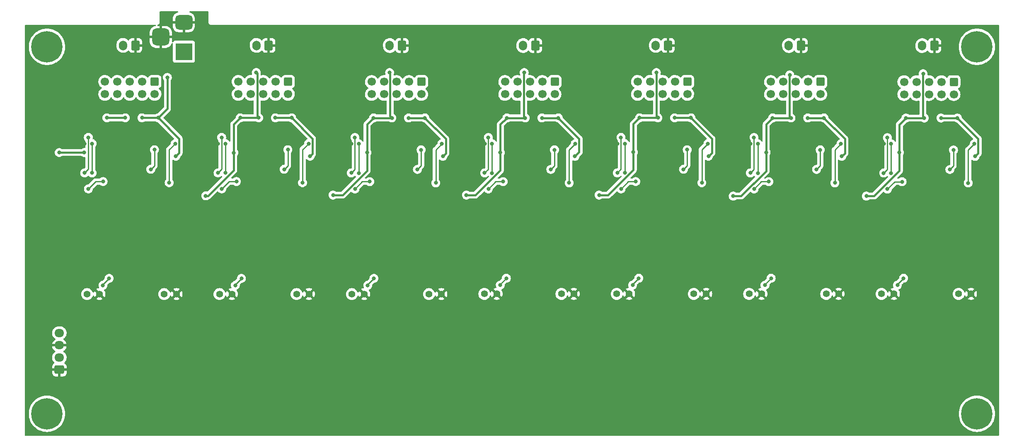
<source format=gbl>
G04 #@! TF.GenerationSoftware,KiCad,Pcbnew,(6.0.0)*
G04 #@! TF.CreationDate,2022-10-10T14:03:21+02:00*
G04 #@! TF.ProjectId,sonus7_rev1,736f6e75-7337-45f7-9265-76312e6b6963,rev?*
G04 #@! TF.SameCoordinates,Original*
G04 #@! TF.FileFunction,Copper,L2,Bot*
G04 #@! TF.FilePolarity,Positive*
%FSLAX46Y46*%
G04 Gerber Fmt 4.6, Leading zero omitted, Abs format (unit mm)*
G04 Created by KiCad (PCBNEW (6.0.0)) date 2022-10-10 14:03:21*
%MOMM*%
%LPD*%
G01*
G04 APERTURE LIST*
G04 Aperture macros list*
%AMRoundRect*
0 Rectangle with rounded corners*
0 $1 Rounding radius*
0 $2 $3 $4 $5 $6 $7 $8 $9 X,Y pos of 4 corners*
0 Add a 4 corners polygon primitive as box body*
4,1,4,$2,$3,$4,$5,$6,$7,$8,$9,$2,$3,0*
0 Add four circle primitives for the rounded corners*
1,1,$1+$1,$2,$3*
1,1,$1+$1,$4,$5*
1,1,$1+$1,$6,$7*
1,1,$1+$1,$8,$9*
0 Add four rect primitives between the rounded corners*
20,1,$1+$1,$2,$3,$4,$5,0*
20,1,$1+$1,$4,$5,$6,$7,0*
20,1,$1+$1,$6,$7,$8,$9,0*
20,1,$1+$1,$8,$9,$2,$3,0*%
G04 Aperture macros list end*
G04 #@! TA.AperFunction,ComponentPad*
%ADD10C,6.400000*%
G04 #@! TD*
G04 #@! TA.AperFunction,ComponentPad*
%ADD11C,1.400000*%
G04 #@! TD*
G04 #@! TA.AperFunction,ComponentPad*
%ADD12RoundRect,0.250000X-0.600000X0.600000X-0.600000X-0.600000X0.600000X-0.600000X0.600000X0.600000X0*%
G04 #@! TD*
G04 #@! TA.AperFunction,ComponentPad*
%ADD13C,1.700000*%
G04 #@! TD*
G04 #@! TA.AperFunction,ComponentPad*
%ADD14RoundRect,0.250000X0.725000X-0.600000X0.725000X0.600000X-0.725000X0.600000X-0.725000X-0.600000X0*%
G04 #@! TD*
G04 #@! TA.AperFunction,ComponentPad*
%ADD15O,1.950000X1.700000*%
G04 #@! TD*
G04 #@! TA.AperFunction,ComponentPad*
%ADD16RoundRect,0.250000X0.600000X0.750000X-0.600000X0.750000X-0.600000X-0.750000X0.600000X-0.750000X0*%
G04 #@! TD*
G04 #@! TA.AperFunction,ComponentPad*
%ADD17O,1.700000X2.000000*%
G04 #@! TD*
G04 #@! TA.AperFunction,ComponentPad*
%ADD18R,3.500000X3.500000*%
G04 #@! TD*
G04 #@! TA.AperFunction,ComponentPad*
%ADD19RoundRect,0.750000X-1.000000X0.750000X-1.000000X-0.750000X1.000000X-0.750000X1.000000X0.750000X0*%
G04 #@! TD*
G04 #@! TA.AperFunction,ComponentPad*
%ADD20RoundRect,0.875000X-0.875000X0.875000X-0.875000X-0.875000X0.875000X-0.875000X0.875000X0.875000X0*%
G04 #@! TD*
G04 #@! TA.AperFunction,ViaPad*
%ADD21C,0.800000*%
G04 #@! TD*
G04 #@! TA.AperFunction,Conductor*
%ADD22C,0.381000*%
G04 #@! TD*
G04 #@! TA.AperFunction,Conductor*
%ADD23C,0.250000*%
G04 #@! TD*
G04 APERTURE END LIST*
D10*
X29000000Y-53500000D03*
D11*
X52937500Y-104032500D03*
X55477500Y-104032500D03*
D12*
X78267500Y-60625000D03*
D13*
X78267500Y-63165000D03*
X75727500Y-60625000D03*
X75727500Y-63165000D03*
X73187500Y-60625000D03*
X73187500Y-63165000D03*
X70647500Y-60625000D03*
X70647500Y-63165000D03*
X68107500Y-60625000D03*
X68107500Y-63165000D03*
D11*
X134100000Y-104000000D03*
X136640000Y-104000000D03*
D14*
X31532500Y-119500000D03*
D15*
X31532500Y-117000000D03*
X31532500Y-114500000D03*
X31532500Y-112000000D03*
D11*
X37187500Y-104032500D03*
X39727500Y-104032500D03*
D16*
X155877500Y-53212500D03*
D17*
X153377500Y-53212500D03*
D11*
X199500000Y-104000000D03*
X202040000Y-104000000D03*
X215250000Y-104000000D03*
X217790000Y-104000000D03*
D12*
X132737500Y-60645000D03*
D13*
X132737500Y-63185000D03*
X130197500Y-60645000D03*
X130197500Y-63185000D03*
X127657500Y-60645000D03*
X127657500Y-63185000D03*
X125117500Y-60645000D03*
X125117500Y-63185000D03*
X122577500Y-60645000D03*
X122577500Y-63185000D03*
D10*
X29000000Y-128500000D03*
D11*
X172450000Y-104000000D03*
X174990000Y-104000000D03*
D10*
X219000000Y-53500000D03*
D12*
X159842500Y-60625000D03*
D13*
X159842500Y-63165000D03*
X157302500Y-60625000D03*
X157302500Y-63165000D03*
X154762500Y-60625000D03*
X154762500Y-63165000D03*
X152222500Y-60625000D03*
X152222500Y-63165000D03*
X149682500Y-60625000D03*
X149682500Y-63165000D03*
D16*
X101522500Y-53232500D03*
D17*
X99022500Y-53232500D03*
D12*
X214267500Y-60665000D03*
D13*
X214267500Y-63205000D03*
X211727500Y-60665000D03*
X211727500Y-63205000D03*
X209187500Y-60665000D03*
X209187500Y-63205000D03*
X206647500Y-60665000D03*
X206647500Y-63205000D03*
X204107500Y-60665000D03*
X204107500Y-63205000D03*
D11*
X79987500Y-104032500D03*
X82527500Y-104032500D03*
D18*
X56957500Y-54500000D03*
D19*
X56957500Y-48500000D03*
D20*
X52257500Y-51500000D03*
D11*
X118350000Y-104000000D03*
X120890000Y-104000000D03*
D16*
X183062500Y-53232500D03*
D17*
X180562500Y-53232500D03*
D11*
X91287500Y-104032500D03*
X93827500Y-104032500D03*
D10*
X219000000Y-128500000D03*
D16*
X47052500Y-53212500D03*
D17*
X44552500Y-53212500D03*
D11*
X64237500Y-104032500D03*
X66777500Y-104032500D03*
D12*
X187027500Y-60645000D03*
D13*
X187027500Y-63185000D03*
X184487500Y-60645000D03*
X184487500Y-63185000D03*
X181947500Y-60645000D03*
X181947500Y-63185000D03*
X179407500Y-60645000D03*
X179407500Y-63185000D03*
X176867500Y-60645000D03*
X176867500Y-63185000D03*
D16*
X210302500Y-53252500D03*
D17*
X207802500Y-53252500D03*
D11*
X145400000Y-104000000D03*
X147940000Y-104000000D03*
D12*
X51017500Y-60625000D03*
D13*
X51017500Y-63165000D03*
X48477500Y-60625000D03*
X48477500Y-63165000D03*
X45937500Y-60625000D03*
X45937500Y-63165000D03*
X43397500Y-60625000D03*
X43397500Y-63165000D03*
X40857500Y-60625000D03*
X40857500Y-63165000D03*
D11*
X188200000Y-104000000D03*
X190740000Y-104000000D03*
X161150000Y-104000000D03*
X163690000Y-104000000D03*
D16*
X128772500Y-53232500D03*
D17*
X126272500Y-53232500D03*
D12*
X105487500Y-60645000D03*
D13*
X105487500Y-63185000D03*
X102947500Y-60645000D03*
X102947500Y-63185000D03*
X100407500Y-60645000D03*
X100407500Y-63185000D03*
X97867500Y-60645000D03*
X97867500Y-63185000D03*
X95327500Y-60645000D03*
X95327500Y-63185000D03*
D16*
X74302500Y-53212500D03*
D17*
X71802500Y-53212500D03*
D11*
X107037500Y-104032500D03*
X109577500Y-104032500D03*
D21*
X101682500Y-81302500D03*
X151925000Y-92375000D03*
X181550000Y-103500000D03*
X81250000Y-100000000D03*
X48750000Y-92500000D03*
X207962500Y-81322500D03*
X36750000Y-86000000D03*
X73337500Y-103532500D03*
X208600000Y-103500000D03*
X124875000Y-92375000D03*
X157000000Y-103500000D03*
X135500000Y-100000000D03*
X126432500Y-81302500D03*
X157000000Y-92500000D03*
X176750000Y-98750000D03*
X99182500Y-81302500D03*
X130000000Y-92500000D03*
X156037500Y-81282500D03*
X128932500Y-81302500D03*
X54287500Y-100007500D03*
X149750000Y-98500000D03*
X204000000Y-99000000D03*
X183222500Y-81302500D03*
X178975000Y-92375000D03*
X43712500Y-92407500D03*
X100387500Y-103532500D03*
X47212500Y-81282500D03*
X70762500Y-92407500D03*
X153537500Y-81282500D03*
X102887500Y-103532500D03*
X154500000Y-103500000D03*
X97812500Y-92407500D03*
X48787500Y-103532500D03*
X44712500Y-81282500D03*
X71962500Y-81282500D03*
X184000000Y-92500000D03*
X74462500Y-81282500D03*
X211000000Y-92500000D03*
X95750000Y-98750000D03*
X145500000Y-86250000D03*
X75837500Y-103532500D03*
X172750000Y-86250000D03*
X162500000Y-100000000D03*
X108250000Y-100000000D03*
X75750000Y-92500000D03*
X184050000Y-103500000D03*
X122750000Y-98500000D03*
X61500000Y-56000000D03*
X118500000Y-86250000D03*
X216600000Y-100145000D03*
X127450000Y-103500000D03*
X189500000Y-100000000D03*
X41612500Y-98932500D03*
X68750000Y-98750000D03*
X102750000Y-92500000D03*
X180722500Y-81302500D03*
X210462500Y-81322500D03*
X211100000Y-103500000D03*
X91250000Y-86250000D03*
X129950000Y-103500000D03*
X206025000Y-92375000D03*
X46287500Y-103532500D03*
X64000000Y-86250000D03*
X200000000Y-86250000D03*
X211662500Y-68052500D03*
X102882500Y-68032500D03*
X208000000Y-59000000D03*
X180750000Y-59250000D03*
X136872500Y-75877500D03*
X121632500Y-75117500D03*
X153817500Y-68012500D03*
X95712500Y-68032500D03*
X148800000Y-75040000D03*
X99000000Y-58750000D03*
X187752500Y-68032500D03*
X72242500Y-68012500D03*
X218602500Y-75897500D03*
X157237500Y-68012500D03*
X126500000Y-58750000D03*
X106212500Y-68032500D03*
X122962500Y-68032500D03*
X160567500Y-68012500D03*
X67162500Y-75137500D03*
X208242500Y-68052500D03*
X109872500Y-75877500D03*
X196400000Y-84000000D03*
X78992500Y-68012500D03*
X31500000Y-75100000D03*
X68492500Y-68012500D03*
X181002500Y-68032500D03*
X175922500Y-75077500D03*
X133462500Y-68032500D03*
X164142500Y-75857500D03*
X41242500Y-68012500D03*
X51742500Y-68012500D03*
X204492500Y-68052500D03*
X94382500Y-75117500D03*
X61437500Y-83962500D03*
X169200000Y-84000000D03*
X126712500Y-68032500D03*
X36600000Y-75100000D03*
X53600000Y-59750000D03*
X214992500Y-68052500D03*
X177252500Y-68032500D03*
X153500000Y-58750000D03*
X191377500Y-75877500D03*
X55342500Y-75857500D03*
X48412500Y-68012500D03*
X141800000Y-83800000D03*
X203162500Y-75087500D03*
X130132500Y-68032500D03*
X150067500Y-68012500D03*
X114687000Y-83800000D03*
X71750000Y-58750000D03*
X82750000Y-75857500D03*
X44992500Y-68012500D03*
X87437000Y-83800000D03*
X184422500Y-68032500D03*
X99462500Y-68032500D03*
X75662500Y-68012500D03*
X41687500Y-100832500D03*
X40437500Y-102232500D03*
X68737500Y-100832500D03*
X67487500Y-102232500D03*
X95787500Y-100832500D03*
X94537500Y-102232500D03*
X121600000Y-102200000D03*
X122850000Y-100800000D03*
X148650000Y-102200000D03*
X149900000Y-100800000D03*
X175700000Y-102200000D03*
X176950000Y-100800000D03*
X204000000Y-100800000D03*
X202750000Y-102200000D03*
X55212500Y-73282500D03*
X53962500Y-81282500D03*
X50962500Y-74532500D03*
X50212500Y-78532500D03*
X38212500Y-79282500D03*
X38212500Y-73282500D03*
X36692500Y-79262500D03*
X37442500Y-72012500D03*
X37462500Y-82532500D03*
X40462500Y-81032500D03*
X82462500Y-73282500D03*
X81212500Y-81282500D03*
X77462500Y-78532500D03*
X78212500Y-74532500D03*
X65462500Y-73282500D03*
X65462500Y-79282500D03*
X63942500Y-79262500D03*
X64692500Y-72012500D03*
X64712500Y-82532500D03*
X67712500Y-81032500D03*
X109682500Y-73302500D03*
X108432500Y-81302500D03*
X104682500Y-78552500D03*
X105432500Y-74552500D03*
X92682500Y-79302500D03*
X92682500Y-73302500D03*
X91162500Y-79282500D03*
X91912500Y-72032500D03*
X94932500Y-81052500D03*
X91932500Y-82552500D03*
X135682500Y-81302500D03*
X136932500Y-73302500D03*
X132682500Y-74552500D03*
X131932500Y-78552500D03*
X119932500Y-73302500D03*
X119932500Y-79302500D03*
X118412500Y-79282500D03*
X119162500Y-72032500D03*
X119182500Y-82552500D03*
X122182500Y-81052500D03*
X162787500Y-81282500D03*
X164037500Y-73282500D03*
X159037500Y-78532500D03*
X159787500Y-74532500D03*
X147037500Y-73282500D03*
X147037500Y-79282500D03*
X145517500Y-79262500D03*
X146267500Y-72012500D03*
X149287500Y-81032500D03*
X146287500Y-82532500D03*
X189972500Y-81302500D03*
X191222500Y-73302500D03*
X186972500Y-74552500D03*
X186222500Y-78552500D03*
X174222500Y-79302500D03*
X174222500Y-73302500D03*
X173452500Y-72032500D03*
X172702500Y-79282500D03*
X173472500Y-82552500D03*
X176472500Y-81052500D03*
X218462500Y-73322500D03*
X217212500Y-81322500D03*
X214212500Y-74572500D03*
X213462500Y-78572500D03*
X201462500Y-79322500D03*
X201462500Y-73322500D03*
X200692500Y-72052500D03*
X199942500Y-79302500D03*
X200712500Y-82572500D03*
X203712500Y-81072500D03*
X51962500Y-81082500D03*
X54012500Y-72532500D03*
X43462500Y-74482500D03*
X36712500Y-73282500D03*
X35012500Y-80932500D03*
X79212500Y-81082500D03*
X81262500Y-72532500D03*
X70712500Y-74482500D03*
X63962500Y-73282500D03*
X62262500Y-80932500D03*
X106432500Y-81102500D03*
X108482500Y-72552500D03*
X97932500Y-74502500D03*
X91182500Y-73302500D03*
X89482500Y-80952500D03*
X133682500Y-81102500D03*
X135732500Y-72552500D03*
X125182500Y-74502500D03*
X118432500Y-73302500D03*
X116732500Y-80952500D03*
X160787500Y-81082500D03*
X162837500Y-72532500D03*
X152287500Y-74482500D03*
X145537500Y-73282500D03*
X143837500Y-80932500D03*
X187972500Y-81102500D03*
X190022500Y-72552500D03*
X179472500Y-74502500D03*
X172722500Y-73302500D03*
X171022500Y-80952500D03*
X215212500Y-81122500D03*
X217262500Y-72572500D03*
X206712500Y-74522500D03*
X199962500Y-73322500D03*
X198262500Y-80972500D03*
D22*
X94382500Y-75117500D02*
X94382500Y-69362500D01*
X126500000Y-58750000D02*
X126417489Y-58832511D01*
X164827511Y-72272511D02*
X160567500Y-68012500D01*
X192012511Y-75242489D02*
X192012511Y-72292511D01*
X114687000Y-83800000D02*
X116552245Y-83800000D01*
X198000000Y-84000000D02*
X203162500Y-78837500D01*
X187752500Y-68032500D02*
X184422500Y-68032500D01*
X56002511Y-75197489D02*
X56002511Y-72272511D01*
X83252511Y-75354989D02*
X83252511Y-72272511D01*
X61899745Y-83962500D02*
X67162500Y-78699745D01*
X110472511Y-75277489D02*
X110472511Y-72292511D01*
X83252511Y-72272511D02*
X78992500Y-68012500D01*
X53600000Y-59750000D02*
X53600000Y-66155000D01*
X196400000Y-84000000D02*
X198000000Y-84000000D01*
X143637245Y-83800000D02*
X148800000Y-78637245D01*
X67162500Y-75137500D02*
X67162500Y-69342500D01*
X148800000Y-78637245D02*
X148800000Y-75040000D01*
X207947489Y-67757489D02*
X208242500Y-68052500D01*
X55342500Y-75857500D02*
X56002511Y-75197489D01*
X121632500Y-78719745D02*
X121632500Y-75117500D01*
X89400000Y-83800000D02*
X94382500Y-78817500D01*
X53600000Y-66155000D02*
X51742500Y-68012500D01*
X44992500Y-68012500D02*
X41242500Y-68012500D01*
X67162500Y-78699745D02*
X67162500Y-75137500D01*
X180707489Y-59292511D02*
X180707489Y-67737489D01*
X203162500Y-69382500D02*
X204492500Y-68052500D01*
X169200000Y-84000000D02*
X170800000Y-84000000D01*
X208000000Y-59000000D02*
X207947489Y-59052511D01*
X126417489Y-58832511D02*
X126417489Y-67737489D01*
X148800000Y-75040000D02*
X148800000Y-69280000D01*
X214992500Y-68052500D02*
X211662500Y-68052500D01*
X207947489Y-59052511D02*
X207947489Y-67757489D01*
X133462500Y-68032500D02*
X130132500Y-68032500D01*
X78992500Y-68012500D02*
X75662500Y-68012500D01*
X121632500Y-75117500D02*
X121632500Y-69362500D01*
X181002500Y-68032500D02*
X177252500Y-68032500D01*
X71750000Y-58750000D02*
X71947489Y-58947489D01*
X203162500Y-75087500D02*
X203162500Y-69382500D01*
X203162500Y-78837500D02*
X203162500Y-75087500D01*
X109872500Y-75877500D02*
X110472511Y-75277489D01*
X192012511Y-72292511D02*
X187752500Y-68032500D01*
X116552245Y-83800000D02*
X121632500Y-78719745D01*
X94382500Y-69362500D02*
X95712500Y-68032500D01*
X94382500Y-78817500D02*
X94382500Y-75117500D01*
X137722511Y-72292511D02*
X133462500Y-68032500D01*
X56002511Y-72272511D02*
X51742500Y-68012500D01*
X136872500Y-75877500D02*
X137722511Y-75027489D01*
X36600000Y-75100000D02*
X31500000Y-75100000D01*
X160567500Y-68012500D02*
X157237500Y-68012500D01*
X71947489Y-58947489D02*
X71947489Y-67717489D01*
X218602500Y-75897500D02*
X219252511Y-75247489D01*
X219252511Y-75247489D02*
X219252511Y-72312511D01*
X110472511Y-72292511D02*
X106212500Y-68032500D01*
X67162500Y-69342500D02*
X68492500Y-68012500D01*
X106212500Y-68032500D02*
X102882500Y-68032500D01*
X148800000Y-69280000D02*
X150067500Y-68012500D01*
X180707489Y-67737489D02*
X181002500Y-68032500D01*
X99107511Y-58857511D02*
X99107511Y-67677511D01*
X180750000Y-59250000D02*
X180707489Y-59292511D01*
X126417489Y-67737489D02*
X126712500Y-68032500D01*
X175922500Y-75077500D02*
X175922500Y-69362500D01*
X175922500Y-78877500D02*
X175922500Y-75077500D01*
X137722511Y-75027489D02*
X137722511Y-72292511D01*
X175922500Y-69362500D02*
X177252500Y-68032500D01*
X219252511Y-72312511D02*
X214992500Y-68052500D01*
X141800000Y-83800000D02*
X143637245Y-83800000D01*
X99107511Y-67677511D02*
X99462500Y-68032500D01*
X153500000Y-58750000D02*
X153500000Y-67695000D01*
X153500000Y-67695000D02*
X153817500Y-68012500D01*
X121632500Y-69362500D02*
X122962500Y-68032500D01*
X72242500Y-68012500D02*
X68492500Y-68012500D01*
X170800000Y-84000000D02*
X175922500Y-78877500D01*
X153817500Y-68012500D02*
X150067500Y-68012500D01*
X87437000Y-83800000D02*
X89400000Y-83800000D01*
X99000000Y-58750000D02*
X99107511Y-58857511D01*
X51742500Y-68012500D02*
X48412500Y-68012500D01*
X82750000Y-75857500D02*
X83252511Y-75354989D01*
X164142500Y-75857500D02*
X164827511Y-75172489D01*
X71947489Y-67717489D02*
X72242500Y-68012500D01*
X191377500Y-75877500D02*
X192012511Y-75242489D01*
X126712500Y-68032500D02*
X122962500Y-68032500D01*
X61437500Y-83962500D02*
X61899745Y-83962500D01*
X208242500Y-68052500D02*
X204492500Y-68052500D01*
X99462500Y-68032500D02*
X95712500Y-68032500D01*
X164827511Y-75172489D02*
X164827511Y-72272511D01*
D23*
X40437500Y-102082500D02*
X41687500Y-100832500D01*
X40437500Y-102232500D02*
X40437500Y-102082500D01*
X67487500Y-102082500D02*
X68737500Y-100832500D01*
X67487500Y-102232500D02*
X67487500Y-102082500D01*
X94537500Y-102082500D02*
X95787500Y-100832500D01*
X94537500Y-102232500D02*
X94537500Y-102082500D01*
X121600000Y-102200000D02*
X121600000Y-102050000D01*
X121600000Y-102050000D02*
X122850000Y-100800000D01*
X148650000Y-102200000D02*
X148650000Y-102050000D01*
X148650000Y-102050000D02*
X149900000Y-100800000D01*
X175700000Y-102050000D02*
X176950000Y-100800000D01*
X175700000Y-102200000D02*
X175700000Y-102050000D01*
X202750000Y-102200000D02*
X202750000Y-102050000D01*
X202750000Y-102050000D02*
X204000000Y-100800000D01*
X53962500Y-74532500D02*
X55212500Y-73282500D01*
X53962500Y-81282500D02*
X53962500Y-74532500D01*
X50962500Y-74532500D02*
X50962500Y-77782500D01*
X50962500Y-77782500D02*
X50212500Y-78532500D01*
X38212500Y-73282500D02*
X38212500Y-79282500D01*
X37442500Y-72012500D02*
X37442500Y-78512500D01*
X37442500Y-78512500D02*
X36692500Y-79262500D01*
X40462500Y-81032500D02*
X38962500Y-81032500D01*
X38962500Y-81032500D02*
X37462500Y-82532500D01*
X81212500Y-81282500D02*
X81212500Y-74532500D01*
X81212500Y-74532500D02*
X82462500Y-73282500D01*
X78212500Y-77782500D02*
X77462500Y-78532500D01*
X78212500Y-74532500D02*
X78212500Y-77782500D01*
X65462500Y-73282500D02*
X65462500Y-79282500D01*
X64692500Y-78512500D02*
X63942500Y-79262500D01*
X64692500Y-72012500D02*
X64692500Y-78512500D01*
X67712500Y-81032500D02*
X66212500Y-81032500D01*
X66212500Y-81032500D02*
X64712500Y-82532500D01*
X108432500Y-81302500D02*
X108432500Y-74552500D01*
X108432500Y-74552500D02*
X109682500Y-73302500D01*
X105432500Y-74552500D02*
X105432500Y-77802500D01*
X105432500Y-77802500D02*
X104682500Y-78552500D01*
X92682500Y-73302500D02*
X92682500Y-79302500D01*
X91912500Y-72032500D02*
X91912500Y-78532500D01*
X91912500Y-78532500D02*
X91162500Y-79282500D01*
X93432500Y-81052500D02*
X91932500Y-82552500D01*
X94932500Y-81052500D02*
X93432500Y-81052500D01*
X135682500Y-74552500D02*
X136932500Y-73302500D01*
X135682500Y-81302500D02*
X135682500Y-74552500D01*
X132682500Y-74552500D02*
X132682500Y-77802500D01*
X132682500Y-77802500D02*
X131932500Y-78552500D01*
X119932500Y-73302500D02*
X119932500Y-79302500D01*
X119162500Y-78532500D02*
X118412500Y-79282500D01*
X119162500Y-72032500D02*
X119162500Y-78532500D01*
X122182500Y-81052500D02*
X120682500Y-81052500D01*
X120682500Y-81052500D02*
X119182500Y-82552500D01*
X162787500Y-81282500D02*
X162787500Y-74532500D01*
X162787500Y-74532500D02*
X164037500Y-73282500D01*
X159787500Y-77782500D02*
X159037500Y-78532500D01*
X159787500Y-74532500D02*
X159787500Y-77782500D01*
X147037500Y-73282500D02*
X147037500Y-79282500D01*
X146267500Y-78512500D02*
X145517500Y-79262500D01*
X146267500Y-72012500D02*
X146267500Y-78512500D01*
X147787500Y-81032500D02*
X146287500Y-82532500D01*
X149287500Y-81032500D02*
X147787500Y-81032500D01*
X189972500Y-74552500D02*
X191222500Y-73302500D01*
X189972500Y-81302500D02*
X189972500Y-74552500D01*
X186972500Y-77802500D02*
X186222500Y-78552500D01*
X186972500Y-74552500D02*
X186972500Y-77802500D01*
X174222500Y-73302500D02*
X174222500Y-79302500D01*
X173452500Y-72032500D02*
X173452500Y-78532500D01*
X173452500Y-78532500D02*
X172702500Y-79282500D01*
X174972500Y-81052500D02*
X173472500Y-82552500D01*
X176472500Y-81052500D02*
X174972500Y-81052500D01*
X217212500Y-74572500D02*
X218462500Y-73322500D01*
X217212500Y-81322500D02*
X217212500Y-74572500D01*
X214212500Y-77822500D02*
X213462500Y-78572500D01*
X214212500Y-74572500D02*
X214212500Y-77822500D01*
X201462500Y-73322500D02*
X201462500Y-79322500D01*
X200692500Y-72052500D02*
X200692500Y-78552500D01*
X200692500Y-78552500D02*
X199942500Y-79302500D01*
X202212500Y-81072500D02*
X200712500Y-82572500D01*
X203712500Y-81072500D02*
X202212500Y-81072500D01*
G04 #@! TA.AperFunction,Conductor*
G36*
X55780337Y-46278002D02*
G01*
X55826830Y-46331658D01*
X55836934Y-46401932D01*
X55807440Y-46466512D01*
X55743551Y-46506041D01*
X55541315Y-46557967D01*
X55530769Y-46561701D01*
X55336795Y-46650510D01*
X55327088Y-46656046D01*
X55151903Y-46777803D01*
X55143324Y-46784976D01*
X54992476Y-46935824D01*
X54985303Y-46944403D01*
X54863546Y-47119588D01*
X54858010Y-47129295D01*
X54769201Y-47323269D01*
X54765467Y-47333815D01*
X54712353Y-47540679D01*
X54710582Y-47551234D01*
X54699707Y-47684930D01*
X54699500Y-47690036D01*
X54699500Y-48227885D01*
X54703975Y-48243124D01*
X54705365Y-48244329D01*
X54713048Y-48246000D01*
X59197384Y-48246000D01*
X59212623Y-48241525D01*
X59213828Y-48240135D01*
X59215499Y-48232452D01*
X59215499Y-47690039D01*
X59215291Y-47684929D01*
X59204418Y-47551233D01*
X59202648Y-47540680D01*
X59149533Y-47333815D01*
X59145799Y-47323269D01*
X59056990Y-47129295D01*
X59051454Y-47119588D01*
X58929697Y-46944403D01*
X58922524Y-46935824D01*
X58771676Y-46784976D01*
X58763097Y-46777803D01*
X58587912Y-46656046D01*
X58578205Y-46650510D01*
X58384231Y-46561701D01*
X58373685Y-46557967D01*
X58171449Y-46506041D01*
X58110443Y-46469727D01*
X58078754Y-46406194D01*
X58086444Y-46335615D01*
X58131072Y-46280398D01*
X58202784Y-46258000D01*
X61866000Y-46258000D01*
X61934121Y-46278002D01*
X61980614Y-46331658D01*
X61992000Y-46384000D01*
X61992000Y-48491298D01*
X61991998Y-48492068D01*
X61991524Y-48569652D01*
X61993990Y-48578281D01*
X61993991Y-48578286D01*
X61999639Y-48598048D01*
X62003217Y-48614809D01*
X62006130Y-48635152D01*
X62006133Y-48635162D01*
X62007405Y-48644045D01*
X62018021Y-48667395D01*
X62024464Y-48684907D01*
X62031512Y-48709565D01*
X62047274Y-48734548D01*
X62055404Y-48749614D01*
X62067633Y-48776510D01*
X62084374Y-48795939D01*
X62095479Y-48810947D01*
X62109160Y-48832631D01*
X62115888Y-48838573D01*
X62131296Y-48852181D01*
X62143340Y-48864373D01*
X62162619Y-48886747D01*
X62170147Y-48891626D01*
X62170150Y-48891629D01*
X62184139Y-48900696D01*
X62199013Y-48911986D01*
X62218228Y-48928956D01*
X62226354Y-48932771D01*
X62226355Y-48932772D01*
X62232021Y-48935432D01*
X62244966Y-48941510D01*
X62259935Y-48949824D01*
X62284727Y-48965893D01*
X62301650Y-48970954D01*
X62309290Y-48973239D01*
X62326736Y-48979901D01*
X62349948Y-48990799D01*
X62379130Y-48995343D01*
X62395849Y-48999126D01*
X62415536Y-49005014D01*
X62415539Y-49005015D01*
X62424141Y-49007587D01*
X62433116Y-49007642D01*
X62433117Y-49007642D01*
X62439810Y-49007683D01*
X62458556Y-49007797D01*
X62459328Y-49007830D01*
X62460423Y-49008000D01*
X62491298Y-49008000D01*
X62492068Y-49008002D01*
X62565716Y-49008452D01*
X62565717Y-49008452D01*
X62569652Y-49008476D01*
X62570996Y-49008092D01*
X62572341Y-49008000D01*
X223366000Y-49008000D01*
X223434121Y-49028002D01*
X223480614Y-49081658D01*
X223492000Y-49134000D01*
X223492000Y-132866000D01*
X223471998Y-132934121D01*
X223418342Y-132980614D01*
X223366000Y-132992000D01*
X24634000Y-132992000D01*
X24565879Y-132971998D01*
X24519386Y-132918342D01*
X24508000Y-132866000D01*
X24508000Y-128500000D01*
X25286411Y-128500000D01*
X25306754Y-128888176D01*
X25367562Y-129272099D01*
X25468167Y-129647562D01*
X25607468Y-130010453D01*
X25783938Y-130356794D01*
X25995643Y-130682793D01*
X26240266Y-130984876D01*
X26515124Y-131259734D01*
X26817207Y-131504357D01*
X27143205Y-131716062D01*
X27146139Y-131717557D01*
X27146146Y-131717561D01*
X27486607Y-131891034D01*
X27489547Y-131892532D01*
X27852438Y-132031833D01*
X28227901Y-132132438D01*
X28431793Y-132164732D01*
X28608576Y-132192732D01*
X28608584Y-132192733D01*
X28611824Y-132193246D01*
X29000000Y-132213589D01*
X29388176Y-132193246D01*
X29391416Y-132192733D01*
X29391424Y-132192732D01*
X29568207Y-132164732D01*
X29772099Y-132132438D01*
X30147562Y-132031833D01*
X30510453Y-131892532D01*
X30513393Y-131891034D01*
X30853854Y-131717561D01*
X30853861Y-131717557D01*
X30856795Y-131716062D01*
X31182793Y-131504357D01*
X31484876Y-131259734D01*
X31759734Y-130984876D01*
X32004357Y-130682793D01*
X32216062Y-130356794D01*
X32392532Y-130010453D01*
X32531833Y-129647562D01*
X32632438Y-129272099D01*
X32693246Y-128888176D01*
X32713589Y-128500000D01*
X215286411Y-128500000D01*
X215306754Y-128888176D01*
X215367562Y-129272099D01*
X215468167Y-129647562D01*
X215607468Y-130010453D01*
X215783938Y-130356794D01*
X215995643Y-130682793D01*
X216240266Y-130984876D01*
X216515124Y-131259734D01*
X216817207Y-131504357D01*
X217143205Y-131716062D01*
X217146139Y-131717557D01*
X217146146Y-131717561D01*
X217486607Y-131891034D01*
X217489547Y-131892532D01*
X217852438Y-132031833D01*
X218227901Y-132132438D01*
X218431793Y-132164732D01*
X218608576Y-132192732D01*
X218608584Y-132192733D01*
X218611824Y-132193246D01*
X219000000Y-132213589D01*
X219388176Y-132193246D01*
X219391416Y-132192733D01*
X219391424Y-132192732D01*
X219568207Y-132164732D01*
X219772099Y-132132438D01*
X220147562Y-132031833D01*
X220510453Y-131892532D01*
X220513393Y-131891034D01*
X220853854Y-131717561D01*
X220853861Y-131717557D01*
X220856795Y-131716062D01*
X221182793Y-131504357D01*
X221484876Y-131259734D01*
X221759734Y-130984876D01*
X222004357Y-130682793D01*
X222216062Y-130356794D01*
X222392532Y-130010453D01*
X222531833Y-129647562D01*
X222632438Y-129272099D01*
X222693246Y-128888176D01*
X222713589Y-128500000D01*
X222693246Y-128111824D01*
X222632438Y-127727901D01*
X222531833Y-127352438D01*
X222392532Y-126989547D01*
X222216062Y-126643206D01*
X222004357Y-126317207D01*
X221759734Y-126015124D01*
X221484876Y-125740266D01*
X221182793Y-125495643D01*
X220856795Y-125283938D01*
X220853861Y-125282443D01*
X220853854Y-125282439D01*
X220513393Y-125108966D01*
X220510453Y-125107468D01*
X220147562Y-124968167D01*
X219772099Y-124867562D01*
X219568207Y-124835268D01*
X219391424Y-124807268D01*
X219391416Y-124807267D01*
X219388176Y-124806754D01*
X219000000Y-124786411D01*
X218611824Y-124806754D01*
X218608584Y-124807267D01*
X218608576Y-124807268D01*
X218431793Y-124835268D01*
X218227901Y-124867562D01*
X217852438Y-124968167D01*
X217489547Y-125107468D01*
X217486607Y-125108966D01*
X217146147Y-125282439D01*
X217146140Y-125282443D01*
X217143206Y-125283938D01*
X216817207Y-125495643D01*
X216515124Y-125740266D01*
X216240266Y-126015124D01*
X215995643Y-126317207D01*
X215783938Y-126643206D01*
X215607468Y-126989547D01*
X215468167Y-127352438D01*
X215367562Y-127727901D01*
X215306754Y-128111824D01*
X215286411Y-128500000D01*
X32713589Y-128500000D01*
X32693246Y-128111824D01*
X32632438Y-127727901D01*
X32531833Y-127352438D01*
X32392532Y-126989547D01*
X32216062Y-126643206D01*
X32004357Y-126317207D01*
X31759734Y-126015124D01*
X31484876Y-125740266D01*
X31182793Y-125495643D01*
X30856795Y-125283938D01*
X30853861Y-125282443D01*
X30853854Y-125282439D01*
X30513393Y-125108966D01*
X30510453Y-125107468D01*
X30147562Y-124968167D01*
X29772099Y-124867562D01*
X29568207Y-124835268D01*
X29391424Y-124807268D01*
X29391416Y-124807267D01*
X29388176Y-124806754D01*
X29000000Y-124786411D01*
X28611824Y-124806754D01*
X28608584Y-124807267D01*
X28608576Y-124807268D01*
X28431793Y-124835268D01*
X28227901Y-124867562D01*
X27852438Y-124968167D01*
X27489547Y-125107468D01*
X27486607Y-125108966D01*
X27146147Y-125282439D01*
X27146140Y-125282443D01*
X27143206Y-125283938D01*
X26817207Y-125495643D01*
X26515124Y-125740266D01*
X26240266Y-126015124D01*
X25995643Y-126317207D01*
X25783938Y-126643206D01*
X25607468Y-126989547D01*
X25468167Y-127352438D01*
X25367562Y-127727901D01*
X25306754Y-128111824D01*
X25286411Y-128500000D01*
X24508000Y-128500000D01*
X24508000Y-120147095D01*
X30049501Y-120147095D01*
X30049838Y-120153614D01*
X30059757Y-120249206D01*
X30062649Y-120262600D01*
X30114088Y-120416784D01*
X30120261Y-120429962D01*
X30205563Y-120567807D01*
X30214599Y-120579208D01*
X30329329Y-120693739D01*
X30340740Y-120702751D01*
X30478743Y-120787816D01*
X30491924Y-120793963D01*
X30646210Y-120845138D01*
X30659586Y-120848005D01*
X30753938Y-120857672D01*
X30760354Y-120858000D01*
X31260385Y-120858000D01*
X31275624Y-120853525D01*
X31276829Y-120852135D01*
X31278500Y-120844452D01*
X31278500Y-120839884D01*
X31786500Y-120839884D01*
X31790975Y-120855123D01*
X31792365Y-120856328D01*
X31800048Y-120857999D01*
X32304595Y-120857999D01*
X32311114Y-120857662D01*
X32406706Y-120847743D01*
X32420100Y-120844851D01*
X32574284Y-120793412D01*
X32587462Y-120787239D01*
X32725307Y-120701937D01*
X32736708Y-120692901D01*
X32851239Y-120578171D01*
X32860251Y-120566760D01*
X32945316Y-120428757D01*
X32951463Y-120415576D01*
X33002638Y-120261290D01*
X33005505Y-120247914D01*
X33015172Y-120153562D01*
X33015500Y-120147146D01*
X33015500Y-119772115D01*
X33011025Y-119756876D01*
X33009635Y-119755671D01*
X33001952Y-119754000D01*
X31804615Y-119754000D01*
X31789376Y-119758475D01*
X31788171Y-119759865D01*
X31786500Y-119767548D01*
X31786500Y-120839884D01*
X31278500Y-120839884D01*
X31278500Y-119772115D01*
X31274025Y-119756876D01*
X31272635Y-119755671D01*
X31264952Y-119754000D01*
X30067616Y-119754000D01*
X30052377Y-119758475D01*
X30051172Y-119759865D01*
X30049501Y-119767548D01*
X30049501Y-120147095D01*
X24508000Y-120147095D01*
X24508000Y-116935774D01*
X30045602Y-116935774D01*
X30054251Y-117166158D01*
X30101593Y-117391791D01*
X30186276Y-117606221D01*
X30305877Y-117803317D01*
X30309374Y-117807347D01*
X30395938Y-117907103D01*
X30456977Y-117977445D01*
X30461108Y-117980832D01*
X30493029Y-118007006D01*
X30533024Y-118065666D01*
X30534955Y-118136636D01*
X30498210Y-118197384D01*
X30479441Y-118211584D01*
X30339693Y-118298063D01*
X30328292Y-118307099D01*
X30213761Y-118421829D01*
X30204749Y-118433240D01*
X30119684Y-118571243D01*
X30113537Y-118584424D01*
X30062362Y-118738710D01*
X30059495Y-118752086D01*
X30049828Y-118846438D01*
X30049500Y-118852855D01*
X30049500Y-119227885D01*
X30053975Y-119243124D01*
X30055365Y-119244329D01*
X30063048Y-119246000D01*
X32997384Y-119246000D01*
X33012623Y-119241525D01*
X33013828Y-119240135D01*
X33015499Y-119232452D01*
X33015499Y-118852905D01*
X33015162Y-118846386D01*
X33005243Y-118750794D01*
X33002351Y-118737400D01*
X32950912Y-118583216D01*
X32944739Y-118570038D01*
X32859437Y-118432193D01*
X32850401Y-118420792D01*
X32735671Y-118306261D01*
X32724257Y-118297247D01*
X32584787Y-118211277D01*
X32537293Y-118158505D01*
X32525869Y-118088434D01*
X32554143Y-118023310D01*
X32563930Y-118012847D01*
X32597491Y-117980832D01*
X32678635Y-117903424D01*
X32816254Y-117718458D01*
X32920740Y-117512949D01*
X32956821Y-117396752D01*
X32987524Y-117297871D01*
X32989107Y-117292773D01*
X32989808Y-117287484D01*
X33018698Y-117069511D01*
X33018698Y-117069506D01*
X33019398Y-117064226D01*
X33010749Y-116833842D01*
X32963407Y-116608209D01*
X32878724Y-116393779D01*
X32759123Y-116196683D01*
X32672255Y-116096576D01*
X32611523Y-116026588D01*
X32611521Y-116026586D01*
X32608023Y-116022555D01*
X32566470Y-115988484D01*
X32433873Y-115879760D01*
X32433867Y-115879756D01*
X32429745Y-115876376D01*
X32425102Y-115873733D01*
X32397765Y-115858171D01*
X32348459Y-115807088D01*
X32334598Y-115737458D01*
X32360582Y-115671387D01*
X32389732Y-115644149D01*
X32507078Y-115565148D01*
X32515370Y-115558481D01*
X32674400Y-115406772D01*
X32681441Y-115398814D01*
X32812641Y-115222475D01*
X32818245Y-115213438D01*
X32917857Y-115017516D01*
X32921857Y-115007665D01*
X32987034Y-114797760D01*
X32989317Y-114787376D01*
X32991361Y-114771957D01*
X32989165Y-114757793D01*
X32975978Y-114754000D01*
X30091308Y-114754000D01*
X30077777Y-114757973D01*
X30076252Y-114768580D01*
X30100977Y-114886421D01*
X30104037Y-114896617D01*
X30184763Y-115101029D01*
X30189494Y-115110561D01*
X30303516Y-115298462D01*
X30309780Y-115307052D01*
X30453827Y-115473052D01*
X30461458Y-115480472D01*
X30631411Y-115619826D01*
X30640174Y-115625848D01*
X30667211Y-115641238D01*
X30716518Y-115692320D01*
X30730380Y-115761951D01*
X30704397Y-115828022D01*
X30675247Y-115855261D01*
X30670925Y-115858171D01*
X30553181Y-115937441D01*
X30386365Y-116096576D01*
X30248746Y-116281542D01*
X30144260Y-116487051D01*
X30142678Y-116492145D01*
X30142677Y-116492148D01*
X30080615Y-116692020D01*
X30075893Y-116707227D01*
X30075192Y-116712516D01*
X30059804Y-116828623D01*
X30045602Y-116935774D01*
X24508000Y-116935774D01*
X24508000Y-111935774D01*
X30045602Y-111935774D01*
X30054251Y-112166158D01*
X30101593Y-112391791D01*
X30186276Y-112606221D01*
X30305877Y-112803317D01*
X30309374Y-112807347D01*
X30395938Y-112907103D01*
X30456977Y-112977445D01*
X30461108Y-112980832D01*
X30631127Y-113120240D01*
X30631133Y-113120244D01*
X30635255Y-113123624D01*
X30639898Y-113126267D01*
X30667235Y-113141829D01*
X30716541Y-113192912D01*
X30730402Y-113262542D01*
X30704418Y-113328613D01*
X30675268Y-113355851D01*
X30557922Y-113434852D01*
X30549630Y-113441519D01*
X30390600Y-113593228D01*
X30383559Y-113601186D01*
X30252359Y-113777525D01*
X30246755Y-113786562D01*
X30147143Y-113982484D01*
X30143143Y-113992335D01*
X30077966Y-114202240D01*
X30075683Y-114212624D01*
X30073639Y-114228043D01*
X30075835Y-114242207D01*
X30089022Y-114246000D01*
X32973692Y-114246000D01*
X32987223Y-114242027D01*
X32988748Y-114231420D01*
X32964023Y-114113579D01*
X32960963Y-114103383D01*
X32880237Y-113898971D01*
X32875506Y-113889439D01*
X32761484Y-113701538D01*
X32755220Y-113692948D01*
X32611173Y-113526948D01*
X32603542Y-113519528D01*
X32433589Y-113380174D01*
X32424826Y-113374152D01*
X32397789Y-113358762D01*
X32348482Y-113307680D01*
X32334620Y-113238049D01*
X32360603Y-113171978D01*
X32389753Y-113144739D01*
X32443032Y-113108869D01*
X32511819Y-113062559D01*
X32678635Y-112903424D01*
X32816254Y-112718458D01*
X32920740Y-112512949D01*
X32956821Y-112396752D01*
X32987524Y-112297871D01*
X32989107Y-112292773D01*
X32989808Y-112287484D01*
X33018698Y-112069511D01*
X33018698Y-112069506D01*
X33019398Y-112064226D01*
X33010749Y-111833842D01*
X32963407Y-111608209D01*
X32878724Y-111393779D01*
X32759123Y-111196683D01*
X32672255Y-111096576D01*
X32611523Y-111026588D01*
X32611521Y-111026586D01*
X32608023Y-111022555D01*
X32566470Y-110988484D01*
X32433873Y-110879760D01*
X32433867Y-110879756D01*
X32429745Y-110876376D01*
X32425109Y-110873737D01*
X32425106Y-110873735D01*
X32234029Y-110764968D01*
X32229386Y-110762325D01*
X32012675Y-110683663D01*
X32007426Y-110682714D01*
X32007423Y-110682713D01*
X31789892Y-110643377D01*
X31789885Y-110643376D01*
X31785808Y-110642639D01*
X31768086Y-110641803D01*
X31763144Y-110641570D01*
X31763137Y-110641570D01*
X31761656Y-110641500D01*
X31349610Y-110641500D01*
X31282691Y-110647178D01*
X31183091Y-110655629D01*
X31183087Y-110655630D01*
X31177780Y-110656080D01*
X31172625Y-110657418D01*
X31172619Y-110657419D01*
X30959797Y-110712657D01*
X30959793Y-110712658D01*
X30954628Y-110713999D01*
X30949762Y-110716191D01*
X30949759Y-110716192D01*
X30841480Y-110764968D01*
X30744425Y-110808688D01*
X30553181Y-110937441D01*
X30386365Y-111096576D01*
X30248746Y-111281542D01*
X30144260Y-111487051D01*
X30142678Y-111492145D01*
X30142677Y-111492148D01*
X30080615Y-111692020D01*
X30075893Y-111707227D01*
X30075192Y-111712516D01*
X30059804Y-111828623D01*
X30045602Y-111935774D01*
X24508000Y-111935774D01*
X24508000Y-104032500D01*
X35974384Y-104032500D01*
X35992814Y-104243155D01*
X35994238Y-104248468D01*
X35994238Y-104248470D01*
X36046075Y-104441926D01*
X36047544Y-104447410D01*
X36049866Y-104452391D01*
X36049867Y-104452392D01*
X36123857Y-104611063D01*
X36136911Y-104639058D01*
X36258199Y-104812276D01*
X36407724Y-104961801D01*
X36580942Y-105083089D01*
X36585920Y-105085410D01*
X36585923Y-105085412D01*
X36704933Y-105140907D01*
X36772590Y-105172456D01*
X36777898Y-105173878D01*
X36777900Y-105173879D01*
X36971530Y-105225762D01*
X36971532Y-105225762D01*
X36976845Y-105227186D01*
X37187500Y-105245616D01*
X37398155Y-105227186D01*
X37403468Y-105225762D01*
X37403470Y-105225762D01*
X37597100Y-105173879D01*
X37597102Y-105173878D01*
X37602410Y-105172456D01*
X37670067Y-105140907D01*
X37789077Y-105085412D01*
X37789080Y-105085410D01*
X37794058Y-105083089D01*
X37845940Y-105046761D01*
X39077794Y-105046761D01*
X39087090Y-105058776D01*
X39116689Y-105079501D01*
X39126177Y-105084979D01*
X39307777Y-105169659D01*
X39318071Y-105173407D01*
X39511622Y-105225269D01*
X39522409Y-105227171D01*
X39722025Y-105244635D01*
X39732975Y-105244635D01*
X39932591Y-105227171D01*
X39943378Y-105225269D01*
X40136929Y-105173407D01*
X40147223Y-105169659D01*
X40328823Y-105084979D01*
X40338311Y-105079501D01*
X40368748Y-105058189D01*
X40377123Y-105047712D01*
X40370054Y-105034264D01*
X39740312Y-104404522D01*
X39726368Y-104396908D01*
X39724535Y-104397039D01*
X39717920Y-104401290D01*
X39084224Y-105034986D01*
X39077794Y-105046761D01*
X37845940Y-105046761D01*
X37967276Y-104961801D01*
X38116801Y-104812276D01*
X38238089Y-104639058D01*
X38251144Y-104611063D01*
X38325133Y-104452392D01*
X38325134Y-104452391D01*
X38327456Y-104447410D01*
X38328879Y-104442100D01*
X38328882Y-104442092D01*
X38336053Y-104415329D01*
X38373004Y-104354707D01*
X38436865Y-104323685D01*
X38507360Y-104332114D01*
X38562106Y-104377318D01*
X38579466Y-104415330D01*
X38586592Y-104441926D01*
X38590341Y-104452223D01*
X38675021Y-104633823D01*
X38680499Y-104643311D01*
X38701811Y-104673748D01*
X38712288Y-104682123D01*
X38725736Y-104675054D01*
X39355478Y-104045312D01*
X39363092Y-104031368D01*
X39362961Y-104029535D01*
X39358710Y-104022920D01*
X38725014Y-103389224D01*
X38713239Y-103382794D01*
X38701224Y-103392090D01*
X38680499Y-103421689D01*
X38675021Y-103431177D01*
X38590341Y-103612777D01*
X38586592Y-103623074D01*
X38579466Y-103649670D01*
X38542514Y-103710293D01*
X38478654Y-103741314D01*
X38408159Y-103732886D01*
X38353412Y-103687683D01*
X38336053Y-103649671D01*
X38328882Y-103622908D01*
X38328878Y-103622897D01*
X38327456Y-103617590D01*
X38238089Y-103425942D01*
X38116801Y-103252724D01*
X37967276Y-103103199D01*
X37844582Y-103017288D01*
X39077877Y-103017288D01*
X39084946Y-103030736D01*
X40729986Y-104675776D01*
X40741761Y-104682206D01*
X40753776Y-104672910D01*
X40774501Y-104643311D01*
X40779979Y-104633823D01*
X40864659Y-104452223D01*
X40868407Y-104441929D01*
X40920269Y-104248378D01*
X40922171Y-104237591D01*
X40939635Y-104037975D01*
X40939635Y-104032500D01*
X51724384Y-104032500D01*
X51742814Y-104243155D01*
X51744238Y-104248468D01*
X51744238Y-104248470D01*
X51796075Y-104441926D01*
X51797544Y-104447410D01*
X51799866Y-104452391D01*
X51799867Y-104452392D01*
X51873857Y-104611063D01*
X51886911Y-104639058D01*
X52008199Y-104812276D01*
X52157724Y-104961801D01*
X52330942Y-105083089D01*
X52335920Y-105085410D01*
X52335923Y-105085412D01*
X52454933Y-105140907D01*
X52522590Y-105172456D01*
X52527898Y-105173878D01*
X52527900Y-105173879D01*
X52721530Y-105225762D01*
X52721532Y-105225762D01*
X52726845Y-105227186D01*
X52937500Y-105245616D01*
X53148155Y-105227186D01*
X53153468Y-105225762D01*
X53153470Y-105225762D01*
X53347100Y-105173879D01*
X53347102Y-105173878D01*
X53352410Y-105172456D01*
X53420067Y-105140907D01*
X53539077Y-105085412D01*
X53539080Y-105085410D01*
X53544058Y-105083089D01*
X53595940Y-105046761D01*
X54827794Y-105046761D01*
X54837090Y-105058776D01*
X54866689Y-105079501D01*
X54876177Y-105084979D01*
X55057777Y-105169659D01*
X55068071Y-105173407D01*
X55261622Y-105225269D01*
X55272409Y-105227171D01*
X55472025Y-105244635D01*
X55482975Y-105244635D01*
X55682591Y-105227171D01*
X55693378Y-105225269D01*
X55886929Y-105173407D01*
X55897223Y-105169659D01*
X56078823Y-105084979D01*
X56088311Y-105079501D01*
X56118748Y-105058189D01*
X56127123Y-105047712D01*
X56120054Y-105034264D01*
X55490312Y-104404522D01*
X55476368Y-104396908D01*
X55474535Y-104397039D01*
X55467920Y-104401290D01*
X54834224Y-105034986D01*
X54827794Y-105046761D01*
X53595940Y-105046761D01*
X53717276Y-104961801D01*
X53866801Y-104812276D01*
X53988089Y-104639058D01*
X54001144Y-104611063D01*
X54075133Y-104452392D01*
X54075134Y-104452391D01*
X54077456Y-104447410D01*
X54078879Y-104442100D01*
X54078882Y-104442092D01*
X54086053Y-104415329D01*
X54123004Y-104354707D01*
X54186865Y-104323685D01*
X54257360Y-104332114D01*
X54312106Y-104377318D01*
X54329466Y-104415330D01*
X54336592Y-104441926D01*
X54340341Y-104452223D01*
X54425021Y-104633823D01*
X54430499Y-104643311D01*
X54451811Y-104673748D01*
X54462288Y-104682123D01*
X54475736Y-104675054D01*
X55105478Y-104045312D01*
X55111856Y-104033632D01*
X55841908Y-104033632D01*
X55842039Y-104035465D01*
X55846290Y-104042080D01*
X56479986Y-104675776D01*
X56491761Y-104682206D01*
X56503776Y-104672910D01*
X56524501Y-104643311D01*
X56529979Y-104633823D01*
X56614659Y-104452223D01*
X56618407Y-104441929D01*
X56670269Y-104248378D01*
X56672171Y-104237591D01*
X56689635Y-104037975D01*
X56689635Y-104032500D01*
X63024384Y-104032500D01*
X63042814Y-104243155D01*
X63044238Y-104248468D01*
X63044238Y-104248470D01*
X63096075Y-104441926D01*
X63097544Y-104447410D01*
X63099866Y-104452391D01*
X63099867Y-104452392D01*
X63173857Y-104611063D01*
X63186911Y-104639058D01*
X63308199Y-104812276D01*
X63457724Y-104961801D01*
X63630942Y-105083089D01*
X63635920Y-105085410D01*
X63635923Y-105085412D01*
X63754933Y-105140907D01*
X63822590Y-105172456D01*
X63827898Y-105173878D01*
X63827900Y-105173879D01*
X64021530Y-105225762D01*
X64021532Y-105225762D01*
X64026845Y-105227186D01*
X64237500Y-105245616D01*
X64448155Y-105227186D01*
X64453468Y-105225762D01*
X64453470Y-105225762D01*
X64647100Y-105173879D01*
X64647102Y-105173878D01*
X64652410Y-105172456D01*
X64720067Y-105140907D01*
X64839077Y-105085412D01*
X64839080Y-105085410D01*
X64844058Y-105083089D01*
X64895940Y-105046761D01*
X66127794Y-105046761D01*
X66137090Y-105058776D01*
X66166689Y-105079501D01*
X66176177Y-105084979D01*
X66357777Y-105169659D01*
X66368071Y-105173407D01*
X66561622Y-105225269D01*
X66572409Y-105227171D01*
X66772025Y-105244635D01*
X66782975Y-105244635D01*
X66982591Y-105227171D01*
X66993378Y-105225269D01*
X67186929Y-105173407D01*
X67197223Y-105169659D01*
X67378823Y-105084979D01*
X67388311Y-105079501D01*
X67418748Y-105058189D01*
X67427123Y-105047712D01*
X67420054Y-105034264D01*
X66790312Y-104404522D01*
X66776368Y-104396908D01*
X66774535Y-104397039D01*
X66767920Y-104401290D01*
X66134224Y-105034986D01*
X66127794Y-105046761D01*
X64895940Y-105046761D01*
X65017276Y-104961801D01*
X65166801Y-104812276D01*
X65288089Y-104639058D01*
X65301144Y-104611063D01*
X65375133Y-104452392D01*
X65375134Y-104452391D01*
X65377456Y-104447410D01*
X65378879Y-104442100D01*
X65378882Y-104442092D01*
X65386053Y-104415329D01*
X65423004Y-104354707D01*
X65486865Y-104323685D01*
X65557360Y-104332114D01*
X65612106Y-104377318D01*
X65629466Y-104415330D01*
X65636592Y-104441926D01*
X65640341Y-104452223D01*
X65725021Y-104633823D01*
X65730499Y-104643311D01*
X65751811Y-104673748D01*
X65762288Y-104682123D01*
X65775736Y-104675054D01*
X66405478Y-104045312D01*
X66413092Y-104031368D01*
X66412961Y-104029535D01*
X66408710Y-104022920D01*
X65775014Y-103389224D01*
X65763239Y-103382794D01*
X65751224Y-103392090D01*
X65730499Y-103421689D01*
X65725021Y-103431177D01*
X65640341Y-103612777D01*
X65636592Y-103623074D01*
X65629466Y-103649670D01*
X65592514Y-103710293D01*
X65528654Y-103741314D01*
X65458159Y-103732886D01*
X65403412Y-103687683D01*
X65386053Y-103649671D01*
X65378882Y-103622908D01*
X65378878Y-103622897D01*
X65377456Y-103617590D01*
X65288089Y-103425942D01*
X65166801Y-103252724D01*
X65017276Y-103103199D01*
X64894582Y-103017288D01*
X66127877Y-103017288D01*
X66134946Y-103030736D01*
X67779986Y-104675776D01*
X67791761Y-104682206D01*
X67803776Y-104672910D01*
X67824501Y-104643311D01*
X67829979Y-104633823D01*
X67914659Y-104452223D01*
X67918407Y-104441929D01*
X67970269Y-104248378D01*
X67972171Y-104237591D01*
X67989635Y-104037975D01*
X67989635Y-104032500D01*
X78774384Y-104032500D01*
X78792814Y-104243155D01*
X78794238Y-104248468D01*
X78794238Y-104248470D01*
X78846075Y-104441926D01*
X78847544Y-104447410D01*
X78849866Y-104452391D01*
X78849867Y-104452392D01*
X78923857Y-104611063D01*
X78936911Y-104639058D01*
X79058199Y-104812276D01*
X79207724Y-104961801D01*
X79380942Y-105083089D01*
X79385920Y-105085410D01*
X79385923Y-105085412D01*
X79504933Y-105140907D01*
X79572590Y-105172456D01*
X79577898Y-105173878D01*
X79577900Y-105173879D01*
X79771530Y-105225762D01*
X79771532Y-105225762D01*
X79776845Y-105227186D01*
X79987500Y-105245616D01*
X80198155Y-105227186D01*
X80203468Y-105225762D01*
X80203470Y-105225762D01*
X80397100Y-105173879D01*
X80397102Y-105173878D01*
X80402410Y-105172456D01*
X80470067Y-105140907D01*
X80589077Y-105085412D01*
X80589080Y-105085410D01*
X80594058Y-105083089D01*
X80645940Y-105046761D01*
X81877794Y-105046761D01*
X81887090Y-105058776D01*
X81916689Y-105079501D01*
X81926177Y-105084979D01*
X82107777Y-105169659D01*
X82118071Y-105173407D01*
X82311622Y-105225269D01*
X82322409Y-105227171D01*
X82522025Y-105244635D01*
X82532975Y-105244635D01*
X82732591Y-105227171D01*
X82743378Y-105225269D01*
X82936929Y-105173407D01*
X82947223Y-105169659D01*
X83128823Y-105084979D01*
X83138311Y-105079501D01*
X83168748Y-105058189D01*
X83177123Y-105047712D01*
X83170054Y-105034264D01*
X82540312Y-104404522D01*
X82526368Y-104396908D01*
X82524535Y-104397039D01*
X82517920Y-104401290D01*
X81884224Y-105034986D01*
X81877794Y-105046761D01*
X80645940Y-105046761D01*
X80767276Y-104961801D01*
X80916801Y-104812276D01*
X81038089Y-104639058D01*
X81051144Y-104611063D01*
X81125133Y-104452392D01*
X81125134Y-104452391D01*
X81127456Y-104447410D01*
X81128879Y-104442100D01*
X81128882Y-104442092D01*
X81136053Y-104415329D01*
X81173004Y-104354707D01*
X81236865Y-104323685D01*
X81307360Y-104332114D01*
X81362106Y-104377318D01*
X81379466Y-104415330D01*
X81386592Y-104441926D01*
X81390341Y-104452223D01*
X81475021Y-104633823D01*
X81480499Y-104643311D01*
X81501811Y-104673748D01*
X81512288Y-104682123D01*
X81525736Y-104675054D01*
X82155478Y-104045312D01*
X82161856Y-104033632D01*
X82891908Y-104033632D01*
X82892039Y-104035465D01*
X82896290Y-104042080D01*
X83529986Y-104675776D01*
X83541761Y-104682206D01*
X83553776Y-104672910D01*
X83574501Y-104643311D01*
X83579979Y-104633823D01*
X83664659Y-104452223D01*
X83668407Y-104441929D01*
X83720269Y-104248378D01*
X83722171Y-104237591D01*
X83739635Y-104037975D01*
X83739635Y-104032500D01*
X90074384Y-104032500D01*
X90092814Y-104243155D01*
X90094238Y-104248468D01*
X90094238Y-104248470D01*
X90146075Y-104441926D01*
X90147544Y-104447410D01*
X90149866Y-104452391D01*
X90149867Y-104452392D01*
X90223857Y-104611063D01*
X90236911Y-104639058D01*
X90358199Y-104812276D01*
X90507724Y-104961801D01*
X90680942Y-105083089D01*
X90685920Y-105085410D01*
X90685923Y-105085412D01*
X90804933Y-105140907D01*
X90872590Y-105172456D01*
X90877898Y-105173878D01*
X90877900Y-105173879D01*
X91071530Y-105225762D01*
X91071532Y-105225762D01*
X91076845Y-105227186D01*
X91287500Y-105245616D01*
X91498155Y-105227186D01*
X91503468Y-105225762D01*
X91503470Y-105225762D01*
X91697100Y-105173879D01*
X91697102Y-105173878D01*
X91702410Y-105172456D01*
X91770067Y-105140907D01*
X91889077Y-105085412D01*
X91889080Y-105085410D01*
X91894058Y-105083089D01*
X91945940Y-105046761D01*
X93177794Y-105046761D01*
X93187090Y-105058776D01*
X93216689Y-105079501D01*
X93226177Y-105084979D01*
X93407777Y-105169659D01*
X93418071Y-105173407D01*
X93611622Y-105225269D01*
X93622409Y-105227171D01*
X93822025Y-105244635D01*
X93832975Y-105244635D01*
X94032591Y-105227171D01*
X94043378Y-105225269D01*
X94236929Y-105173407D01*
X94247223Y-105169659D01*
X94428823Y-105084979D01*
X94438311Y-105079501D01*
X94468748Y-105058189D01*
X94477123Y-105047712D01*
X94470054Y-105034264D01*
X93840312Y-104404522D01*
X93826368Y-104396908D01*
X93824535Y-104397039D01*
X93817920Y-104401290D01*
X93184224Y-105034986D01*
X93177794Y-105046761D01*
X91945940Y-105046761D01*
X92067276Y-104961801D01*
X92216801Y-104812276D01*
X92338089Y-104639058D01*
X92351144Y-104611063D01*
X92425133Y-104452392D01*
X92425134Y-104452391D01*
X92427456Y-104447410D01*
X92428879Y-104442100D01*
X92428882Y-104442092D01*
X92436053Y-104415329D01*
X92473004Y-104354707D01*
X92536865Y-104323685D01*
X92607360Y-104332114D01*
X92662106Y-104377318D01*
X92679466Y-104415330D01*
X92686592Y-104441926D01*
X92690341Y-104452223D01*
X92775021Y-104633823D01*
X92780499Y-104643311D01*
X92801811Y-104673748D01*
X92812288Y-104682123D01*
X92825736Y-104675054D01*
X93455478Y-104045312D01*
X93463092Y-104031368D01*
X93462961Y-104029535D01*
X93458710Y-104022920D01*
X92825014Y-103389224D01*
X92813239Y-103382794D01*
X92801224Y-103392090D01*
X92780499Y-103421689D01*
X92775021Y-103431177D01*
X92690341Y-103612777D01*
X92686592Y-103623074D01*
X92679466Y-103649670D01*
X92642514Y-103710293D01*
X92578654Y-103741314D01*
X92508159Y-103732886D01*
X92453412Y-103687683D01*
X92436053Y-103649671D01*
X92428882Y-103622908D01*
X92428878Y-103622897D01*
X92427456Y-103617590D01*
X92338089Y-103425942D01*
X92216801Y-103252724D01*
X92067276Y-103103199D01*
X91944582Y-103017288D01*
X93177877Y-103017288D01*
X93184946Y-103030736D01*
X94829986Y-104675776D01*
X94841761Y-104682206D01*
X94853776Y-104672910D01*
X94874501Y-104643311D01*
X94879979Y-104633823D01*
X94964659Y-104452223D01*
X94968407Y-104441929D01*
X95020269Y-104248378D01*
X95022171Y-104237591D01*
X95039635Y-104037975D01*
X95039635Y-104032500D01*
X105824384Y-104032500D01*
X105842814Y-104243155D01*
X105844238Y-104248468D01*
X105844238Y-104248470D01*
X105896075Y-104441926D01*
X105897544Y-104447410D01*
X105899866Y-104452391D01*
X105899867Y-104452392D01*
X105973857Y-104611063D01*
X105986911Y-104639058D01*
X106108199Y-104812276D01*
X106257724Y-104961801D01*
X106430942Y-105083089D01*
X106435920Y-105085410D01*
X106435923Y-105085412D01*
X106554933Y-105140907D01*
X106622590Y-105172456D01*
X106627898Y-105173878D01*
X106627900Y-105173879D01*
X106821530Y-105225762D01*
X106821532Y-105225762D01*
X106826845Y-105227186D01*
X107037500Y-105245616D01*
X107248155Y-105227186D01*
X107253468Y-105225762D01*
X107253470Y-105225762D01*
X107447100Y-105173879D01*
X107447102Y-105173878D01*
X107452410Y-105172456D01*
X107520067Y-105140907D01*
X107639077Y-105085412D01*
X107639080Y-105085410D01*
X107644058Y-105083089D01*
X107695940Y-105046761D01*
X108927794Y-105046761D01*
X108937090Y-105058776D01*
X108966689Y-105079501D01*
X108976177Y-105084979D01*
X109157777Y-105169659D01*
X109168071Y-105173407D01*
X109361622Y-105225269D01*
X109372409Y-105227171D01*
X109572025Y-105244635D01*
X109582975Y-105244635D01*
X109782591Y-105227171D01*
X109793378Y-105225269D01*
X109986929Y-105173407D01*
X109997223Y-105169659D01*
X110178823Y-105084979D01*
X110188311Y-105079501D01*
X110218748Y-105058189D01*
X110227123Y-105047712D01*
X110220054Y-105034264D01*
X109590312Y-104404522D01*
X109576368Y-104396908D01*
X109574535Y-104397039D01*
X109567920Y-104401290D01*
X108934224Y-105034986D01*
X108927794Y-105046761D01*
X107695940Y-105046761D01*
X107817276Y-104961801D01*
X107966801Y-104812276D01*
X108088089Y-104639058D01*
X108101144Y-104611063D01*
X108175133Y-104452392D01*
X108175134Y-104452391D01*
X108177456Y-104447410D01*
X108178879Y-104442100D01*
X108178882Y-104442092D01*
X108186053Y-104415329D01*
X108223004Y-104354707D01*
X108286865Y-104323685D01*
X108357360Y-104332114D01*
X108412106Y-104377318D01*
X108429466Y-104415330D01*
X108436592Y-104441926D01*
X108440341Y-104452223D01*
X108525021Y-104633823D01*
X108530499Y-104643311D01*
X108551811Y-104673748D01*
X108562288Y-104682123D01*
X108575736Y-104675054D01*
X109205478Y-104045312D01*
X109211856Y-104033632D01*
X109941908Y-104033632D01*
X109942039Y-104035465D01*
X109946290Y-104042080D01*
X110579986Y-104675776D01*
X110591761Y-104682206D01*
X110603776Y-104672910D01*
X110624501Y-104643311D01*
X110629979Y-104633823D01*
X110714659Y-104452223D01*
X110718407Y-104441929D01*
X110770269Y-104248378D01*
X110772171Y-104237591D01*
X110789635Y-104037975D01*
X110789635Y-104027025D01*
X110787271Y-104000000D01*
X117136884Y-104000000D01*
X117155314Y-104210655D01*
X117156738Y-104215968D01*
X117156738Y-104215970D01*
X117208575Y-104409426D01*
X117210044Y-104414910D01*
X117299411Y-104606558D01*
X117420699Y-104779776D01*
X117570224Y-104929301D01*
X117743442Y-105050589D01*
X117748420Y-105052910D01*
X117748423Y-105052912D01*
X117818120Y-105085412D01*
X117935090Y-105139956D01*
X117940398Y-105141378D01*
X117940400Y-105141379D01*
X118134030Y-105193262D01*
X118134032Y-105193262D01*
X118139345Y-105194686D01*
X118350000Y-105213116D01*
X118560655Y-105194686D01*
X118565968Y-105193262D01*
X118565970Y-105193262D01*
X118759600Y-105141379D01*
X118759602Y-105141378D01*
X118764910Y-105139956D01*
X118881880Y-105085412D01*
X118951577Y-105052912D01*
X118951580Y-105052910D01*
X118956558Y-105050589D01*
X119008440Y-105014261D01*
X120240294Y-105014261D01*
X120249590Y-105026276D01*
X120279189Y-105047001D01*
X120288677Y-105052479D01*
X120470277Y-105137159D01*
X120480571Y-105140907D01*
X120674122Y-105192769D01*
X120684909Y-105194671D01*
X120884525Y-105212135D01*
X120895475Y-105212135D01*
X121095091Y-105194671D01*
X121105878Y-105192769D01*
X121299429Y-105140907D01*
X121309723Y-105137159D01*
X121491323Y-105052479D01*
X121500811Y-105047001D01*
X121531248Y-105025689D01*
X121539623Y-105015212D01*
X121532554Y-105001764D01*
X120902812Y-104372022D01*
X120888868Y-104364408D01*
X120887035Y-104364539D01*
X120880420Y-104368790D01*
X120246724Y-105002486D01*
X120240294Y-105014261D01*
X119008440Y-105014261D01*
X119129776Y-104929301D01*
X119279301Y-104779776D01*
X119400589Y-104606558D01*
X119489956Y-104414910D01*
X119491379Y-104409600D01*
X119491382Y-104409592D01*
X119498553Y-104382829D01*
X119535504Y-104322207D01*
X119599365Y-104291185D01*
X119669860Y-104299614D01*
X119724606Y-104344818D01*
X119741966Y-104382830D01*
X119749092Y-104409426D01*
X119752841Y-104419723D01*
X119837521Y-104601323D01*
X119842999Y-104610811D01*
X119864311Y-104641248D01*
X119874788Y-104649623D01*
X119888236Y-104642554D01*
X120517978Y-104012812D01*
X120525592Y-103998868D01*
X120525461Y-103997035D01*
X120521210Y-103990420D01*
X119887514Y-103356724D01*
X119875739Y-103350294D01*
X119863724Y-103359590D01*
X119842999Y-103389189D01*
X119837521Y-103398677D01*
X119752841Y-103580277D01*
X119749092Y-103590574D01*
X119741966Y-103617170D01*
X119705014Y-103677793D01*
X119641154Y-103708814D01*
X119570659Y-103700386D01*
X119515912Y-103655183D01*
X119498553Y-103617171D01*
X119491382Y-103590408D01*
X119491378Y-103590397D01*
X119489956Y-103585090D01*
X119413761Y-103421689D01*
X119402912Y-103398423D01*
X119402910Y-103398420D01*
X119400589Y-103393442D01*
X119279301Y-103220224D01*
X119129776Y-103070699D01*
X119007082Y-102984788D01*
X120240377Y-102984788D01*
X120247446Y-102998236D01*
X121892486Y-104643276D01*
X121904261Y-104649706D01*
X121916276Y-104640410D01*
X121937001Y-104610811D01*
X121942479Y-104601323D01*
X122027159Y-104419723D01*
X122030907Y-104409429D01*
X122082769Y-104215878D01*
X122084671Y-104205091D01*
X122102135Y-104005475D01*
X122102135Y-104000000D01*
X132886884Y-104000000D01*
X132905314Y-104210655D01*
X132906738Y-104215968D01*
X132906738Y-104215970D01*
X132958575Y-104409426D01*
X132960044Y-104414910D01*
X133049411Y-104606558D01*
X133170699Y-104779776D01*
X133320224Y-104929301D01*
X133493442Y-105050589D01*
X133498420Y-105052910D01*
X133498423Y-105052912D01*
X133568120Y-105085412D01*
X133685090Y-105139956D01*
X133690398Y-105141378D01*
X133690400Y-105141379D01*
X133884030Y-105193262D01*
X133884032Y-105193262D01*
X133889345Y-105194686D01*
X134100000Y-105213116D01*
X134310655Y-105194686D01*
X134315968Y-105193262D01*
X134315970Y-105193262D01*
X134509600Y-105141379D01*
X134509602Y-105141378D01*
X134514910Y-105139956D01*
X134631880Y-105085412D01*
X134701577Y-105052912D01*
X134701580Y-105052910D01*
X134706558Y-105050589D01*
X134758440Y-105014261D01*
X135990294Y-105014261D01*
X135999590Y-105026276D01*
X136029189Y-105047001D01*
X136038677Y-105052479D01*
X136220277Y-105137159D01*
X136230571Y-105140907D01*
X136424122Y-105192769D01*
X136434909Y-105194671D01*
X136634525Y-105212135D01*
X136645475Y-105212135D01*
X136845091Y-105194671D01*
X136855878Y-105192769D01*
X137049429Y-105140907D01*
X137059723Y-105137159D01*
X137241323Y-105052479D01*
X137250811Y-105047001D01*
X137281248Y-105025689D01*
X137289623Y-105015212D01*
X137282554Y-105001764D01*
X136652812Y-104372022D01*
X136638868Y-104364408D01*
X136637035Y-104364539D01*
X136630420Y-104368790D01*
X135996724Y-105002486D01*
X135990294Y-105014261D01*
X134758440Y-105014261D01*
X134879776Y-104929301D01*
X135029301Y-104779776D01*
X135150589Y-104606558D01*
X135239956Y-104414910D01*
X135241379Y-104409600D01*
X135241382Y-104409592D01*
X135248553Y-104382829D01*
X135285504Y-104322207D01*
X135349365Y-104291185D01*
X135419860Y-104299614D01*
X135474606Y-104344818D01*
X135491966Y-104382830D01*
X135499092Y-104409426D01*
X135502841Y-104419723D01*
X135587521Y-104601323D01*
X135592999Y-104610811D01*
X135614311Y-104641248D01*
X135624788Y-104649623D01*
X135638236Y-104642554D01*
X136267978Y-104012812D01*
X136274356Y-104001132D01*
X137004408Y-104001132D01*
X137004539Y-104002965D01*
X137008790Y-104009580D01*
X137642486Y-104643276D01*
X137654261Y-104649706D01*
X137666276Y-104640410D01*
X137687001Y-104610811D01*
X137692479Y-104601323D01*
X137777159Y-104419723D01*
X137780907Y-104409429D01*
X137832769Y-104215878D01*
X137834671Y-104205091D01*
X137852135Y-104005475D01*
X137852135Y-104000000D01*
X144186884Y-104000000D01*
X144205314Y-104210655D01*
X144206738Y-104215968D01*
X144206738Y-104215970D01*
X144258575Y-104409426D01*
X144260044Y-104414910D01*
X144349411Y-104606558D01*
X144470699Y-104779776D01*
X144620224Y-104929301D01*
X144793442Y-105050589D01*
X144798420Y-105052910D01*
X144798423Y-105052912D01*
X144868120Y-105085412D01*
X144985090Y-105139956D01*
X144990398Y-105141378D01*
X144990400Y-105141379D01*
X145184030Y-105193262D01*
X145184032Y-105193262D01*
X145189345Y-105194686D01*
X145400000Y-105213116D01*
X145610655Y-105194686D01*
X145615968Y-105193262D01*
X145615970Y-105193262D01*
X145809600Y-105141379D01*
X145809602Y-105141378D01*
X145814910Y-105139956D01*
X145931880Y-105085412D01*
X146001577Y-105052912D01*
X146001580Y-105052910D01*
X146006558Y-105050589D01*
X146058440Y-105014261D01*
X147290294Y-105014261D01*
X147299590Y-105026276D01*
X147329189Y-105047001D01*
X147338677Y-105052479D01*
X147520277Y-105137159D01*
X147530571Y-105140907D01*
X147724122Y-105192769D01*
X147734909Y-105194671D01*
X147934525Y-105212135D01*
X147945475Y-105212135D01*
X148145091Y-105194671D01*
X148155878Y-105192769D01*
X148349429Y-105140907D01*
X148359723Y-105137159D01*
X148541323Y-105052479D01*
X148550811Y-105047001D01*
X148581248Y-105025689D01*
X148589623Y-105015212D01*
X148582554Y-105001764D01*
X147952812Y-104372022D01*
X147938868Y-104364408D01*
X147937035Y-104364539D01*
X147930420Y-104368790D01*
X147296724Y-105002486D01*
X147290294Y-105014261D01*
X146058440Y-105014261D01*
X146179776Y-104929301D01*
X146329301Y-104779776D01*
X146450589Y-104606558D01*
X146539956Y-104414910D01*
X146541379Y-104409600D01*
X146541382Y-104409592D01*
X146548553Y-104382829D01*
X146585504Y-104322207D01*
X146649365Y-104291185D01*
X146719860Y-104299614D01*
X146774606Y-104344818D01*
X146791966Y-104382830D01*
X146799092Y-104409426D01*
X146802841Y-104419723D01*
X146887521Y-104601323D01*
X146892999Y-104610811D01*
X146914311Y-104641248D01*
X146924788Y-104649623D01*
X146938236Y-104642554D01*
X147567978Y-104012812D01*
X147575592Y-103998868D01*
X147575461Y-103997035D01*
X147571210Y-103990420D01*
X146937514Y-103356724D01*
X146925739Y-103350294D01*
X146913724Y-103359590D01*
X146892999Y-103389189D01*
X146887521Y-103398677D01*
X146802841Y-103580277D01*
X146799092Y-103590574D01*
X146791966Y-103617170D01*
X146755014Y-103677793D01*
X146691154Y-103708814D01*
X146620659Y-103700386D01*
X146565912Y-103655183D01*
X146548553Y-103617171D01*
X146541382Y-103590408D01*
X146541378Y-103590397D01*
X146539956Y-103585090D01*
X146463761Y-103421689D01*
X146452912Y-103398423D01*
X146452910Y-103398420D01*
X146450589Y-103393442D01*
X146329301Y-103220224D01*
X146179776Y-103070699D01*
X146057082Y-102984788D01*
X147290377Y-102984788D01*
X147297446Y-102998236D01*
X148942486Y-104643276D01*
X148954261Y-104649706D01*
X148966276Y-104640410D01*
X148987001Y-104610811D01*
X148992479Y-104601323D01*
X149077159Y-104419723D01*
X149080907Y-104409429D01*
X149132769Y-104215878D01*
X149134671Y-104205091D01*
X149152135Y-104005475D01*
X149152135Y-104000000D01*
X159936884Y-104000000D01*
X159955314Y-104210655D01*
X159956738Y-104215968D01*
X159956738Y-104215970D01*
X160008575Y-104409426D01*
X160010044Y-104414910D01*
X160099411Y-104606558D01*
X160220699Y-104779776D01*
X160370224Y-104929301D01*
X160543442Y-105050589D01*
X160548420Y-105052910D01*
X160548423Y-105052912D01*
X160618120Y-105085412D01*
X160735090Y-105139956D01*
X160740398Y-105141378D01*
X160740400Y-105141379D01*
X160934030Y-105193262D01*
X160934032Y-105193262D01*
X160939345Y-105194686D01*
X161150000Y-105213116D01*
X161360655Y-105194686D01*
X161365968Y-105193262D01*
X161365970Y-105193262D01*
X161559600Y-105141379D01*
X161559602Y-105141378D01*
X161564910Y-105139956D01*
X161681880Y-105085412D01*
X161751577Y-105052912D01*
X161751580Y-105052910D01*
X161756558Y-105050589D01*
X161808440Y-105014261D01*
X163040294Y-105014261D01*
X163049590Y-105026276D01*
X163079189Y-105047001D01*
X163088677Y-105052479D01*
X163270277Y-105137159D01*
X163280571Y-105140907D01*
X163474122Y-105192769D01*
X163484909Y-105194671D01*
X163684525Y-105212135D01*
X163695475Y-105212135D01*
X163895091Y-105194671D01*
X163905878Y-105192769D01*
X164099429Y-105140907D01*
X164109723Y-105137159D01*
X164291323Y-105052479D01*
X164300811Y-105047001D01*
X164331248Y-105025689D01*
X164339623Y-105015212D01*
X164332554Y-105001764D01*
X163702812Y-104372022D01*
X163688868Y-104364408D01*
X163687035Y-104364539D01*
X163680420Y-104368790D01*
X163046724Y-105002486D01*
X163040294Y-105014261D01*
X161808440Y-105014261D01*
X161929776Y-104929301D01*
X162079301Y-104779776D01*
X162200589Y-104606558D01*
X162289956Y-104414910D01*
X162291379Y-104409600D01*
X162291382Y-104409592D01*
X162298553Y-104382829D01*
X162335504Y-104322207D01*
X162399365Y-104291185D01*
X162469860Y-104299614D01*
X162524606Y-104344818D01*
X162541966Y-104382830D01*
X162549092Y-104409426D01*
X162552841Y-104419723D01*
X162637521Y-104601323D01*
X162642999Y-104610811D01*
X162664311Y-104641248D01*
X162674788Y-104649623D01*
X162688236Y-104642554D01*
X163317978Y-104012812D01*
X163324356Y-104001132D01*
X164054408Y-104001132D01*
X164054539Y-104002965D01*
X164058790Y-104009580D01*
X164692486Y-104643276D01*
X164704261Y-104649706D01*
X164716276Y-104640410D01*
X164737001Y-104610811D01*
X164742479Y-104601323D01*
X164827159Y-104419723D01*
X164830907Y-104409429D01*
X164882769Y-104215878D01*
X164884671Y-104205091D01*
X164902135Y-104005475D01*
X164902135Y-104000000D01*
X171236884Y-104000000D01*
X171255314Y-104210655D01*
X171256738Y-104215968D01*
X171256738Y-104215970D01*
X171308575Y-104409426D01*
X171310044Y-104414910D01*
X171399411Y-104606558D01*
X171520699Y-104779776D01*
X171670224Y-104929301D01*
X171843442Y-105050589D01*
X171848420Y-105052910D01*
X171848423Y-105052912D01*
X171918120Y-105085412D01*
X172035090Y-105139956D01*
X172040398Y-105141378D01*
X172040400Y-105141379D01*
X172234030Y-105193262D01*
X172234032Y-105193262D01*
X172239345Y-105194686D01*
X172450000Y-105213116D01*
X172660655Y-105194686D01*
X172665968Y-105193262D01*
X172665970Y-105193262D01*
X172859600Y-105141379D01*
X172859602Y-105141378D01*
X172864910Y-105139956D01*
X172981880Y-105085412D01*
X173051577Y-105052912D01*
X173051580Y-105052910D01*
X173056558Y-105050589D01*
X173108440Y-105014261D01*
X174340294Y-105014261D01*
X174349590Y-105026276D01*
X174379189Y-105047001D01*
X174388677Y-105052479D01*
X174570277Y-105137159D01*
X174580571Y-105140907D01*
X174774122Y-105192769D01*
X174784909Y-105194671D01*
X174984525Y-105212135D01*
X174995475Y-105212135D01*
X175195091Y-105194671D01*
X175205878Y-105192769D01*
X175399429Y-105140907D01*
X175409723Y-105137159D01*
X175591323Y-105052479D01*
X175600811Y-105047001D01*
X175631248Y-105025689D01*
X175639623Y-105015212D01*
X175632554Y-105001764D01*
X175002812Y-104372022D01*
X174988868Y-104364408D01*
X174987035Y-104364539D01*
X174980420Y-104368790D01*
X174346724Y-105002486D01*
X174340294Y-105014261D01*
X173108440Y-105014261D01*
X173229776Y-104929301D01*
X173379301Y-104779776D01*
X173500589Y-104606558D01*
X173589956Y-104414910D01*
X173591379Y-104409600D01*
X173591382Y-104409592D01*
X173598553Y-104382829D01*
X173635504Y-104322207D01*
X173699365Y-104291185D01*
X173769860Y-104299614D01*
X173824606Y-104344818D01*
X173841966Y-104382830D01*
X173849092Y-104409426D01*
X173852841Y-104419723D01*
X173937521Y-104601323D01*
X173942999Y-104610811D01*
X173964311Y-104641248D01*
X173974788Y-104649623D01*
X173988236Y-104642554D01*
X174617978Y-104012812D01*
X174625592Y-103998868D01*
X174625461Y-103997035D01*
X174621210Y-103990420D01*
X173987514Y-103356724D01*
X173975739Y-103350294D01*
X173963724Y-103359590D01*
X173942999Y-103389189D01*
X173937521Y-103398677D01*
X173852841Y-103580277D01*
X173849092Y-103590574D01*
X173841966Y-103617170D01*
X173805014Y-103677793D01*
X173741154Y-103708814D01*
X173670659Y-103700386D01*
X173615912Y-103655183D01*
X173598553Y-103617171D01*
X173591382Y-103590408D01*
X173591378Y-103590397D01*
X173589956Y-103585090D01*
X173513761Y-103421689D01*
X173502912Y-103398423D01*
X173502910Y-103398420D01*
X173500589Y-103393442D01*
X173379301Y-103220224D01*
X173229776Y-103070699D01*
X173107082Y-102984788D01*
X174340377Y-102984788D01*
X174347446Y-102998236D01*
X175992486Y-104643276D01*
X176004261Y-104649706D01*
X176016276Y-104640410D01*
X176037001Y-104610811D01*
X176042479Y-104601323D01*
X176127159Y-104419723D01*
X176130907Y-104409429D01*
X176182769Y-104215878D01*
X176184671Y-104205091D01*
X176202135Y-104005475D01*
X176202135Y-104000000D01*
X186986884Y-104000000D01*
X187005314Y-104210655D01*
X187006738Y-104215968D01*
X187006738Y-104215970D01*
X187058575Y-104409426D01*
X187060044Y-104414910D01*
X187149411Y-104606558D01*
X187270699Y-104779776D01*
X187420224Y-104929301D01*
X187593442Y-105050589D01*
X187598420Y-105052910D01*
X187598423Y-105052912D01*
X187668120Y-105085412D01*
X187785090Y-105139956D01*
X187790398Y-105141378D01*
X187790400Y-105141379D01*
X187984030Y-105193262D01*
X187984032Y-105193262D01*
X187989345Y-105194686D01*
X188200000Y-105213116D01*
X188410655Y-105194686D01*
X188415968Y-105193262D01*
X188415970Y-105193262D01*
X188609600Y-105141379D01*
X188609602Y-105141378D01*
X188614910Y-105139956D01*
X188731880Y-105085412D01*
X188801577Y-105052912D01*
X188801580Y-105052910D01*
X188806558Y-105050589D01*
X188858440Y-105014261D01*
X190090294Y-105014261D01*
X190099590Y-105026276D01*
X190129189Y-105047001D01*
X190138677Y-105052479D01*
X190320277Y-105137159D01*
X190330571Y-105140907D01*
X190524122Y-105192769D01*
X190534909Y-105194671D01*
X190734525Y-105212135D01*
X190745475Y-105212135D01*
X190945091Y-105194671D01*
X190955878Y-105192769D01*
X191149429Y-105140907D01*
X191159723Y-105137159D01*
X191341323Y-105052479D01*
X191350811Y-105047001D01*
X191381248Y-105025689D01*
X191389623Y-105015212D01*
X191382554Y-105001764D01*
X190752812Y-104372022D01*
X190738868Y-104364408D01*
X190737035Y-104364539D01*
X190730420Y-104368790D01*
X190096724Y-105002486D01*
X190090294Y-105014261D01*
X188858440Y-105014261D01*
X188979776Y-104929301D01*
X189129301Y-104779776D01*
X189250589Y-104606558D01*
X189339956Y-104414910D01*
X189341379Y-104409600D01*
X189341382Y-104409592D01*
X189348553Y-104382829D01*
X189385504Y-104322207D01*
X189449365Y-104291185D01*
X189519860Y-104299614D01*
X189574606Y-104344818D01*
X189591966Y-104382830D01*
X189599092Y-104409426D01*
X189602841Y-104419723D01*
X189687521Y-104601323D01*
X189692999Y-104610811D01*
X189714311Y-104641248D01*
X189724788Y-104649623D01*
X189738236Y-104642554D01*
X190367978Y-104012812D01*
X190374356Y-104001132D01*
X191104408Y-104001132D01*
X191104539Y-104002965D01*
X191108790Y-104009580D01*
X191742486Y-104643276D01*
X191754261Y-104649706D01*
X191766276Y-104640410D01*
X191787001Y-104610811D01*
X191792479Y-104601323D01*
X191877159Y-104419723D01*
X191880907Y-104409429D01*
X191932769Y-104215878D01*
X191934671Y-104205091D01*
X191952135Y-104005475D01*
X191952135Y-104000000D01*
X198286884Y-104000000D01*
X198305314Y-104210655D01*
X198306738Y-104215968D01*
X198306738Y-104215970D01*
X198358575Y-104409426D01*
X198360044Y-104414910D01*
X198449411Y-104606558D01*
X198570699Y-104779776D01*
X198720224Y-104929301D01*
X198893442Y-105050589D01*
X198898420Y-105052910D01*
X198898423Y-105052912D01*
X198968120Y-105085412D01*
X199085090Y-105139956D01*
X199090398Y-105141378D01*
X199090400Y-105141379D01*
X199284030Y-105193262D01*
X199284032Y-105193262D01*
X199289345Y-105194686D01*
X199500000Y-105213116D01*
X199710655Y-105194686D01*
X199715968Y-105193262D01*
X199715970Y-105193262D01*
X199909600Y-105141379D01*
X199909602Y-105141378D01*
X199914910Y-105139956D01*
X200031880Y-105085412D01*
X200101577Y-105052912D01*
X200101580Y-105052910D01*
X200106558Y-105050589D01*
X200158440Y-105014261D01*
X201390294Y-105014261D01*
X201399590Y-105026276D01*
X201429189Y-105047001D01*
X201438677Y-105052479D01*
X201620277Y-105137159D01*
X201630571Y-105140907D01*
X201824122Y-105192769D01*
X201834909Y-105194671D01*
X202034525Y-105212135D01*
X202045475Y-105212135D01*
X202245091Y-105194671D01*
X202255878Y-105192769D01*
X202449429Y-105140907D01*
X202459723Y-105137159D01*
X202641323Y-105052479D01*
X202650811Y-105047001D01*
X202681248Y-105025689D01*
X202689623Y-105015212D01*
X202682554Y-105001764D01*
X202052812Y-104372022D01*
X202038868Y-104364408D01*
X202037035Y-104364539D01*
X202030420Y-104368790D01*
X201396724Y-105002486D01*
X201390294Y-105014261D01*
X200158440Y-105014261D01*
X200279776Y-104929301D01*
X200429301Y-104779776D01*
X200550589Y-104606558D01*
X200639956Y-104414910D01*
X200641379Y-104409600D01*
X200641382Y-104409592D01*
X200648553Y-104382829D01*
X200685504Y-104322207D01*
X200749365Y-104291185D01*
X200819860Y-104299614D01*
X200874606Y-104344818D01*
X200891966Y-104382830D01*
X200899092Y-104409426D01*
X200902841Y-104419723D01*
X200987521Y-104601323D01*
X200992999Y-104610811D01*
X201014311Y-104641248D01*
X201024788Y-104649623D01*
X201038236Y-104642554D01*
X201667978Y-104012812D01*
X201675592Y-103998868D01*
X201675461Y-103997035D01*
X201671210Y-103990420D01*
X201037514Y-103356724D01*
X201025739Y-103350294D01*
X201013724Y-103359590D01*
X200992999Y-103389189D01*
X200987521Y-103398677D01*
X200902841Y-103580277D01*
X200899092Y-103590574D01*
X200891966Y-103617170D01*
X200855014Y-103677793D01*
X200791154Y-103708814D01*
X200720659Y-103700386D01*
X200665912Y-103655183D01*
X200648553Y-103617171D01*
X200641382Y-103590408D01*
X200641378Y-103590397D01*
X200639956Y-103585090D01*
X200563761Y-103421689D01*
X200552912Y-103398423D01*
X200552910Y-103398420D01*
X200550589Y-103393442D01*
X200429301Y-103220224D01*
X200279776Y-103070699D01*
X200157082Y-102984788D01*
X201390377Y-102984788D01*
X201397446Y-102998236D01*
X203042486Y-104643276D01*
X203054261Y-104649706D01*
X203066276Y-104640410D01*
X203087001Y-104610811D01*
X203092479Y-104601323D01*
X203177159Y-104419723D01*
X203180907Y-104409429D01*
X203232769Y-104215878D01*
X203234671Y-104205091D01*
X203252135Y-104005475D01*
X203252135Y-104000000D01*
X214036884Y-104000000D01*
X214055314Y-104210655D01*
X214056738Y-104215968D01*
X214056738Y-104215970D01*
X214108575Y-104409426D01*
X214110044Y-104414910D01*
X214199411Y-104606558D01*
X214320699Y-104779776D01*
X214470224Y-104929301D01*
X214643442Y-105050589D01*
X214648420Y-105052910D01*
X214648423Y-105052912D01*
X214718120Y-105085412D01*
X214835090Y-105139956D01*
X214840398Y-105141378D01*
X214840400Y-105141379D01*
X215034030Y-105193262D01*
X215034032Y-105193262D01*
X215039345Y-105194686D01*
X215250000Y-105213116D01*
X215460655Y-105194686D01*
X215465968Y-105193262D01*
X215465970Y-105193262D01*
X215659600Y-105141379D01*
X215659602Y-105141378D01*
X215664910Y-105139956D01*
X215781880Y-105085412D01*
X215851577Y-105052912D01*
X215851580Y-105052910D01*
X215856558Y-105050589D01*
X215908440Y-105014261D01*
X217140294Y-105014261D01*
X217149590Y-105026276D01*
X217179189Y-105047001D01*
X217188677Y-105052479D01*
X217370277Y-105137159D01*
X217380571Y-105140907D01*
X217574122Y-105192769D01*
X217584909Y-105194671D01*
X217784525Y-105212135D01*
X217795475Y-105212135D01*
X217995091Y-105194671D01*
X218005878Y-105192769D01*
X218199429Y-105140907D01*
X218209723Y-105137159D01*
X218391323Y-105052479D01*
X218400811Y-105047001D01*
X218431248Y-105025689D01*
X218439623Y-105015212D01*
X218432554Y-105001764D01*
X217802812Y-104372022D01*
X217788868Y-104364408D01*
X217787035Y-104364539D01*
X217780420Y-104368790D01*
X217146724Y-105002486D01*
X217140294Y-105014261D01*
X215908440Y-105014261D01*
X216029776Y-104929301D01*
X216179301Y-104779776D01*
X216300589Y-104606558D01*
X216389956Y-104414910D01*
X216391379Y-104409600D01*
X216391382Y-104409592D01*
X216398553Y-104382829D01*
X216435504Y-104322207D01*
X216499365Y-104291185D01*
X216569860Y-104299614D01*
X216624606Y-104344818D01*
X216641966Y-104382830D01*
X216649092Y-104409426D01*
X216652841Y-104419723D01*
X216737521Y-104601323D01*
X216742999Y-104610811D01*
X216764311Y-104641248D01*
X216774788Y-104649623D01*
X216788236Y-104642554D01*
X217417978Y-104012812D01*
X217424356Y-104001132D01*
X218154408Y-104001132D01*
X218154539Y-104002965D01*
X218158790Y-104009580D01*
X218792486Y-104643276D01*
X218804261Y-104649706D01*
X218816276Y-104640410D01*
X218837001Y-104610811D01*
X218842479Y-104601323D01*
X218927159Y-104419723D01*
X218930907Y-104409429D01*
X218982769Y-104215878D01*
X218984671Y-104205091D01*
X219002135Y-104005475D01*
X219002135Y-103994525D01*
X218984671Y-103794909D01*
X218982769Y-103784122D01*
X218930907Y-103590571D01*
X218927159Y-103580277D01*
X218842479Y-103398677D01*
X218837001Y-103389189D01*
X218815689Y-103358752D01*
X218805212Y-103350377D01*
X218791764Y-103357446D01*
X218162022Y-103987188D01*
X218154408Y-104001132D01*
X217424356Y-104001132D01*
X217425592Y-103998868D01*
X217425461Y-103997035D01*
X217421210Y-103990420D01*
X216787514Y-103356724D01*
X216775739Y-103350294D01*
X216763724Y-103359590D01*
X216742999Y-103389189D01*
X216737521Y-103398677D01*
X216652841Y-103580277D01*
X216649092Y-103590574D01*
X216641966Y-103617170D01*
X216605014Y-103677793D01*
X216541154Y-103708814D01*
X216470659Y-103700386D01*
X216415912Y-103655183D01*
X216398553Y-103617171D01*
X216391382Y-103590408D01*
X216391378Y-103590397D01*
X216389956Y-103585090D01*
X216313761Y-103421689D01*
X216302912Y-103398423D01*
X216302910Y-103398420D01*
X216300589Y-103393442D01*
X216179301Y-103220224D01*
X216029776Y-103070699D01*
X215907082Y-102984788D01*
X217140377Y-102984788D01*
X217147446Y-102998236D01*
X217777188Y-103627978D01*
X217791132Y-103635592D01*
X217792965Y-103635461D01*
X217799580Y-103631210D01*
X218433276Y-102997514D01*
X218439706Y-102985739D01*
X218430410Y-102973724D01*
X218400811Y-102952999D01*
X218391323Y-102947521D01*
X218209723Y-102862841D01*
X218199429Y-102859093D01*
X218005878Y-102807231D01*
X217995091Y-102805329D01*
X217795475Y-102787865D01*
X217784525Y-102787865D01*
X217584909Y-102805329D01*
X217574122Y-102807231D01*
X217380571Y-102859093D01*
X217370277Y-102862841D01*
X217188677Y-102947521D01*
X217179189Y-102952999D01*
X217148752Y-102974311D01*
X217140377Y-102984788D01*
X215907082Y-102984788D01*
X215856558Y-102949411D01*
X215851580Y-102947090D01*
X215851577Y-102947088D01*
X215669892Y-102862367D01*
X215669891Y-102862366D01*
X215664910Y-102860044D01*
X215659602Y-102858622D01*
X215659600Y-102858621D01*
X215465970Y-102806738D01*
X215465968Y-102806738D01*
X215460655Y-102805314D01*
X215250000Y-102786884D01*
X215039345Y-102805314D01*
X215034032Y-102806738D01*
X215034030Y-102806738D01*
X214840400Y-102858621D01*
X214840398Y-102858622D01*
X214835090Y-102860044D01*
X214830109Y-102862366D01*
X214830108Y-102862367D01*
X214648423Y-102947088D01*
X214648420Y-102947090D01*
X214643442Y-102949411D01*
X214470224Y-103070699D01*
X214320699Y-103220224D01*
X214199411Y-103393442D01*
X214197090Y-103398420D01*
X214197088Y-103398423D01*
X214186239Y-103421689D01*
X214110044Y-103585090D01*
X214108622Y-103590398D01*
X214108621Y-103590400D01*
X214076892Y-103708814D01*
X214055314Y-103789345D01*
X214036884Y-104000000D01*
X203252135Y-104000000D01*
X203252135Y-103994525D01*
X203234671Y-103794909D01*
X203232769Y-103784122D01*
X203180907Y-103590571D01*
X203177159Y-103580277D01*
X203092479Y-103398677D01*
X203087001Y-103389189D01*
X202990644Y-103251577D01*
X202967956Y-103184303D01*
X202985241Y-103115442D01*
X203042609Y-103064199D01*
X203200719Y-102993805D01*
X203200726Y-102993801D01*
X203206752Y-102991118D01*
X203215465Y-102984788D01*
X203311176Y-102915249D01*
X203361253Y-102878866D01*
X203376109Y-102862367D01*
X203484621Y-102741852D01*
X203484622Y-102741851D01*
X203489040Y-102736944D01*
X203584527Y-102571556D01*
X203643542Y-102389928D01*
X203663504Y-102200000D01*
X203653846Y-102108109D01*
X203666618Y-102038271D01*
X203690061Y-102005843D01*
X203950501Y-101745404D01*
X204012813Y-101711379D01*
X204039596Y-101708500D01*
X204095487Y-101708500D01*
X204101939Y-101707128D01*
X204101944Y-101707128D01*
X204188888Y-101688647D01*
X204282288Y-101668794D01*
X204295176Y-101663056D01*
X204450722Y-101593803D01*
X204450724Y-101593802D01*
X204456752Y-101591118D01*
X204611253Y-101478866D01*
X204674267Y-101408882D01*
X204734621Y-101341852D01*
X204734622Y-101341851D01*
X204739040Y-101336944D01*
X204834527Y-101171556D01*
X204893542Y-100989928D01*
X204913504Y-100800000D01*
X204893542Y-100610072D01*
X204834527Y-100428444D01*
X204739040Y-100263056D01*
X204611253Y-100121134D01*
X204456752Y-100008882D01*
X204450724Y-100006198D01*
X204450722Y-100006197D01*
X204288319Y-99933891D01*
X204288318Y-99933891D01*
X204282288Y-99931206D01*
X204188888Y-99911353D01*
X204101944Y-99892872D01*
X204101939Y-99892872D01*
X204095487Y-99891500D01*
X203904513Y-99891500D01*
X203898061Y-99892872D01*
X203898056Y-99892872D01*
X203811112Y-99911353D01*
X203717712Y-99931206D01*
X203711682Y-99933891D01*
X203711681Y-99933891D01*
X203549278Y-100006197D01*
X203549276Y-100006198D01*
X203543248Y-100008882D01*
X203388747Y-100121134D01*
X203260960Y-100263056D01*
X203165473Y-100428444D01*
X203106458Y-100610072D01*
X203105768Y-100616633D01*
X203105768Y-100616635D01*
X203089093Y-100775292D01*
X203062080Y-100840949D01*
X203052878Y-100851218D01*
X202627671Y-101276424D01*
X202564773Y-101310575D01*
X202467712Y-101331206D01*
X202461682Y-101333891D01*
X202461681Y-101333891D01*
X202299278Y-101406197D01*
X202299276Y-101406198D01*
X202293248Y-101408882D01*
X202138747Y-101521134D01*
X202134326Y-101526044D01*
X202134325Y-101526045D01*
X202044053Y-101626303D01*
X202010960Y-101663056D01*
X201915473Y-101828444D01*
X201856458Y-102010072D01*
X201855768Y-102016633D01*
X201855768Y-102016635D01*
X201853042Y-102042572D01*
X201836496Y-102200000D01*
X201856458Y-102389928D01*
X201915473Y-102571556D01*
X201918776Y-102577278D01*
X201918777Y-102577279D01*
X201941188Y-102616096D01*
X201957926Y-102685092D01*
X201934705Y-102752183D01*
X201878898Y-102796071D01*
X201843047Y-102804617D01*
X201834910Y-102805329D01*
X201824122Y-102807231D01*
X201630571Y-102859093D01*
X201620277Y-102862841D01*
X201438677Y-102947521D01*
X201429189Y-102952999D01*
X201398752Y-102974311D01*
X201390377Y-102984788D01*
X200157082Y-102984788D01*
X200106558Y-102949411D01*
X200101580Y-102947090D01*
X200101577Y-102947088D01*
X199919892Y-102862367D01*
X199919891Y-102862366D01*
X199914910Y-102860044D01*
X199909602Y-102858622D01*
X199909600Y-102858621D01*
X199715970Y-102806738D01*
X199715968Y-102806738D01*
X199710655Y-102805314D01*
X199500000Y-102786884D01*
X199289345Y-102805314D01*
X199284032Y-102806738D01*
X199284030Y-102806738D01*
X199090400Y-102858621D01*
X199090398Y-102858622D01*
X199085090Y-102860044D01*
X199080109Y-102862366D01*
X199080108Y-102862367D01*
X198898423Y-102947088D01*
X198898420Y-102947090D01*
X198893442Y-102949411D01*
X198720224Y-103070699D01*
X198570699Y-103220224D01*
X198449411Y-103393442D01*
X198447090Y-103398420D01*
X198447088Y-103398423D01*
X198436239Y-103421689D01*
X198360044Y-103585090D01*
X198358622Y-103590398D01*
X198358621Y-103590400D01*
X198326892Y-103708814D01*
X198305314Y-103789345D01*
X198286884Y-104000000D01*
X191952135Y-104000000D01*
X191952135Y-103994525D01*
X191934671Y-103794909D01*
X191932769Y-103784122D01*
X191880907Y-103590571D01*
X191877159Y-103580277D01*
X191792479Y-103398677D01*
X191787001Y-103389189D01*
X191765689Y-103358752D01*
X191755212Y-103350377D01*
X191741764Y-103357446D01*
X191112022Y-103987188D01*
X191104408Y-104001132D01*
X190374356Y-104001132D01*
X190375592Y-103998868D01*
X190375461Y-103997035D01*
X190371210Y-103990420D01*
X189737514Y-103356724D01*
X189725739Y-103350294D01*
X189713724Y-103359590D01*
X189692999Y-103389189D01*
X189687521Y-103398677D01*
X189602841Y-103580277D01*
X189599092Y-103590574D01*
X189591966Y-103617170D01*
X189555014Y-103677793D01*
X189491154Y-103708814D01*
X189420659Y-103700386D01*
X189365912Y-103655183D01*
X189348553Y-103617171D01*
X189341382Y-103590408D01*
X189341378Y-103590397D01*
X189339956Y-103585090D01*
X189263761Y-103421689D01*
X189252912Y-103398423D01*
X189252910Y-103398420D01*
X189250589Y-103393442D01*
X189129301Y-103220224D01*
X188979776Y-103070699D01*
X188857082Y-102984788D01*
X190090377Y-102984788D01*
X190097446Y-102998236D01*
X190727188Y-103627978D01*
X190741132Y-103635592D01*
X190742965Y-103635461D01*
X190749580Y-103631210D01*
X191383276Y-102997514D01*
X191389706Y-102985739D01*
X191380410Y-102973724D01*
X191350811Y-102952999D01*
X191341323Y-102947521D01*
X191159723Y-102862841D01*
X191149429Y-102859093D01*
X190955878Y-102807231D01*
X190945091Y-102805329D01*
X190745475Y-102787865D01*
X190734525Y-102787865D01*
X190534909Y-102805329D01*
X190524122Y-102807231D01*
X190330571Y-102859093D01*
X190320277Y-102862841D01*
X190138677Y-102947521D01*
X190129189Y-102952999D01*
X190098752Y-102974311D01*
X190090377Y-102984788D01*
X188857082Y-102984788D01*
X188806558Y-102949411D01*
X188801580Y-102947090D01*
X188801577Y-102947088D01*
X188619892Y-102862367D01*
X188619891Y-102862366D01*
X188614910Y-102860044D01*
X188609602Y-102858622D01*
X188609600Y-102858621D01*
X188415970Y-102806738D01*
X188415968Y-102806738D01*
X188410655Y-102805314D01*
X188200000Y-102786884D01*
X187989345Y-102805314D01*
X187984032Y-102806738D01*
X187984030Y-102806738D01*
X187790400Y-102858621D01*
X187790398Y-102858622D01*
X187785090Y-102860044D01*
X187780109Y-102862366D01*
X187780108Y-102862367D01*
X187598423Y-102947088D01*
X187598420Y-102947090D01*
X187593442Y-102949411D01*
X187420224Y-103070699D01*
X187270699Y-103220224D01*
X187149411Y-103393442D01*
X187147090Y-103398420D01*
X187147088Y-103398423D01*
X187136239Y-103421689D01*
X187060044Y-103585090D01*
X187058622Y-103590398D01*
X187058621Y-103590400D01*
X187026892Y-103708814D01*
X187005314Y-103789345D01*
X186986884Y-104000000D01*
X176202135Y-104000000D01*
X176202135Y-103994525D01*
X176184671Y-103794909D01*
X176182769Y-103784122D01*
X176130907Y-103590571D01*
X176127159Y-103580277D01*
X176042479Y-103398677D01*
X176037001Y-103389189D01*
X175940644Y-103251577D01*
X175917956Y-103184303D01*
X175935241Y-103115442D01*
X175992609Y-103064199D01*
X176150719Y-102993805D01*
X176150726Y-102993801D01*
X176156752Y-102991118D01*
X176165465Y-102984788D01*
X176261176Y-102915249D01*
X176311253Y-102878866D01*
X176326109Y-102862367D01*
X176434621Y-102741852D01*
X176434622Y-102741851D01*
X176439040Y-102736944D01*
X176534527Y-102571556D01*
X176593542Y-102389928D01*
X176613504Y-102200000D01*
X176603846Y-102108109D01*
X176616618Y-102038271D01*
X176640061Y-102005843D01*
X176900501Y-101745404D01*
X176962813Y-101711379D01*
X176989596Y-101708500D01*
X177045487Y-101708500D01*
X177051939Y-101707128D01*
X177051944Y-101707128D01*
X177138888Y-101688647D01*
X177232288Y-101668794D01*
X177245176Y-101663056D01*
X177400722Y-101593803D01*
X177400724Y-101593802D01*
X177406752Y-101591118D01*
X177561253Y-101478866D01*
X177624267Y-101408882D01*
X177684621Y-101341852D01*
X177684622Y-101341851D01*
X177689040Y-101336944D01*
X177784527Y-101171556D01*
X177843542Y-100989928D01*
X177863504Y-100800000D01*
X177843542Y-100610072D01*
X177784527Y-100428444D01*
X177689040Y-100263056D01*
X177561253Y-100121134D01*
X177406752Y-100008882D01*
X177400724Y-100006198D01*
X177400722Y-100006197D01*
X177238319Y-99933891D01*
X177238318Y-99933891D01*
X177232288Y-99931206D01*
X177138888Y-99911353D01*
X177051944Y-99892872D01*
X177051939Y-99892872D01*
X177045487Y-99891500D01*
X176854513Y-99891500D01*
X176848061Y-99892872D01*
X176848056Y-99892872D01*
X176761112Y-99911353D01*
X176667712Y-99931206D01*
X176661682Y-99933891D01*
X176661681Y-99933891D01*
X176499278Y-100006197D01*
X176499276Y-100006198D01*
X176493248Y-100008882D01*
X176338747Y-100121134D01*
X176210960Y-100263056D01*
X176115473Y-100428444D01*
X176056458Y-100610072D01*
X176055768Y-100616633D01*
X176055768Y-100616635D01*
X176039093Y-100775292D01*
X176012080Y-100840949D01*
X176002878Y-100851218D01*
X175577671Y-101276424D01*
X175514773Y-101310575D01*
X175417712Y-101331206D01*
X175411682Y-101333891D01*
X175411681Y-101333891D01*
X175249278Y-101406197D01*
X175249276Y-101406198D01*
X175243248Y-101408882D01*
X175088747Y-101521134D01*
X175084326Y-101526044D01*
X175084325Y-101526045D01*
X174994053Y-101626303D01*
X174960960Y-101663056D01*
X174865473Y-101828444D01*
X174806458Y-102010072D01*
X174805768Y-102016633D01*
X174805768Y-102016635D01*
X174803042Y-102042572D01*
X174786496Y-102200000D01*
X174806458Y-102389928D01*
X174865473Y-102571556D01*
X174868776Y-102577278D01*
X174868777Y-102577279D01*
X174891188Y-102616096D01*
X174907926Y-102685092D01*
X174884705Y-102752183D01*
X174828898Y-102796071D01*
X174793047Y-102804617D01*
X174784910Y-102805329D01*
X174774122Y-102807231D01*
X174580571Y-102859093D01*
X174570277Y-102862841D01*
X174388677Y-102947521D01*
X174379189Y-102952999D01*
X174348752Y-102974311D01*
X174340377Y-102984788D01*
X173107082Y-102984788D01*
X173056558Y-102949411D01*
X173051580Y-102947090D01*
X173051577Y-102947088D01*
X172869892Y-102862367D01*
X172869891Y-102862366D01*
X172864910Y-102860044D01*
X172859602Y-102858622D01*
X172859600Y-102858621D01*
X172665970Y-102806738D01*
X172665968Y-102806738D01*
X172660655Y-102805314D01*
X172450000Y-102786884D01*
X172239345Y-102805314D01*
X172234032Y-102806738D01*
X172234030Y-102806738D01*
X172040400Y-102858621D01*
X172040398Y-102858622D01*
X172035090Y-102860044D01*
X172030109Y-102862366D01*
X172030108Y-102862367D01*
X171848423Y-102947088D01*
X171848420Y-102947090D01*
X171843442Y-102949411D01*
X171670224Y-103070699D01*
X171520699Y-103220224D01*
X171399411Y-103393442D01*
X171397090Y-103398420D01*
X171397088Y-103398423D01*
X171386239Y-103421689D01*
X171310044Y-103585090D01*
X171308622Y-103590398D01*
X171308621Y-103590400D01*
X171276892Y-103708814D01*
X171255314Y-103789345D01*
X171236884Y-104000000D01*
X164902135Y-104000000D01*
X164902135Y-103994525D01*
X164884671Y-103794909D01*
X164882769Y-103784122D01*
X164830907Y-103590571D01*
X164827159Y-103580277D01*
X164742479Y-103398677D01*
X164737001Y-103389189D01*
X164715689Y-103358752D01*
X164705212Y-103350377D01*
X164691764Y-103357446D01*
X164062022Y-103987188D01*
X164054408Y-104001132D01*
X163324356Y-104001132D01*
X163325592Y-103998868D01*
X163325461Y-103997035D01*
X163321210Y-103990420D01*
X162687514Y-103356724D01*
X162675739Y-103350294D01*
X162663724Y-103359590D01*
X162642999Y-103389189D01*
X162637521Y-103398677D01*
X162552841Y-103580277D01*
X162549092Y-103590574D01*
X162541966Y-103617170D01*
X162505014Y-103677793D01*
X162441154Y-103708814D01*
X162370659Y-103700386D01*
X162315912Y-103655183D01*
X162298553Y-103617171D01*
X162291382Y-103590408D01*
X162291378Y-103590397D01*
X162289956Y-103585090D01*
X162213761Y-103421689D01*
X162202912Y-103398423D01*
X162202910Y-103398420D01*
X162200589Y-103393442D01*
X162079301Y-103220224D01*
X161929776Y-103070699D01*
X161807082Y-102984788D01*
X163040377Y-102984788D01*
X163047446Y-102998236D01*
X163677188Y-103627978D01*
X163691132Y-103635592D01*
X163692965Y-103635461D01*
X163699580Y-103631210D01*
X164333276Y-102997514D01*
X164339706Y-102985739D01*
X164330410Y-102973724D01*
X164300811Y-102952999D01*
X164291323Y-102947521D01*
X164109723Y-102862841D01*
X164099429Y-102859093D01*
X163905878Y-102807231D01*
X163895091Y-102805329D01*
X163695475Y-102787865D01*
X163684525Y-102787865D01*
X163484909Y-102805329D01*
X163474122Y-102807231D01*
X163280571Y-102859093D01*
X163270277Y-102862841D01*
X163088677Y-102947521D01*
X163079189Y-102952999D01*
X163048752Y-102974311D01*
X163040377Y-102984788D01*
X161807082Y-102984788D01*
X161756558Y-102949411D01*
X161751580Y-102947090D01*
X161751577Y-102947088D01*
X161569892Y-102862367D01*
X161569891Y-102862366D01*
X161564910Y-102860044D01*
X161559602Y-102858622D01*
X161559600Y-102858621D01*
X161365970Y-102806738D01*
X161365968Y-102806738D01*
X161360655Y-102805314D01*
X161150000Y-102786884D01*
X160939345Y-102805314D01*
X160934032Y-102806738D01*
X160934030Y-102806738D01*
X160740400Y-102858621D01*
X160740398Y-102858622D01*
X160735090Y-102860044D01*
X160730109Y-102862366D01*
X160730108Y-102862367D01*
X160548423Y-102947088D01*
X160548420Y-102947090D01*
X160543442Y-102949411D01*
X160370224Y-103070699D01*
X160220699Y-103220224D01*
X160099411Y-103393442D01*
X160097090Y-103398420D01*
X160097088Y-103398423D01*
X160086239Y-103421689D01*
X160010044Y-103585090D01*
X160008622Y-103590398D01*
X160008621Y-103590400D01*
X159976892Y-103708814D01*
X159955314Y-103789345D01*
X159936884Y-104000000D01*
X149152135Y-104000000D01*
X149152135Y-103994525D01*
X149134671Y-103794909D01*
X149132769Y-103784122D01*
X149080907Y-103590571D01*
X149077159Y-103580277D01*
X148992479Y-103398677D01*
X148987001Y-103389189D01*
X148890644Y-103251577D01*
X148867956Y-103184303D01*
X148885241Y-103115442D01*
X148942609Y-103064199D01*
X149100719Y-102993805D01*
X149100726Y-102993801D01*
X149106752Y-102991118D01*
X149115465Y-102984788D01*
X149211176Y-102915249D01*
X149261253Y-102878866D01*
X149276109Y-102862367D01*
X149384621Y-102741852D01*
X149384622Y-102741851D01*
X149389040Y-102736944D01*
X149484527Y-102571556D01*
X149543542Y-102389928D01*
X149563504Y-102200000D01*
X149553846Y-102108109D01*
X149566618Y-102038271D01*
X149590061Y-102005843D01*
X149850501Y-101745404D01*
X149912813Y-101711379D01*
X149939596Y-101708500D01*
X149995487Y-101708500D01*
X150001939Y-101707128D01*
X150001944Y-101707128D01*
X150088888Y-101688647D01*
X150182288Y-101668794D01*
X150195176Y-101663056D01*
X150350722Y-101593803D01*
X150350724Y-101593802D01*
X150356752Y-101591118D01*
X150511253Y-101478866D01*
X150574267Y-101408882D01*
X150634621Y-101341852D01*
X150634622Y-101341851D01*
X150639040Y-101336944D01*
X150734527Y-101171556D01*
X150793542Y-100989928D01*
X150813504Y-100800000D01*
X150793542Y-100610072D01*
X150734527Y-100428444D01*
X150639040Y-100263056D01*
X150511253Y-100121134D01*
X150356752Y-100008882D01*
X150350724Y-100006198D01*
X150350722Y-100006197D01*
X150188319Y-99933891D01*
X150188318Y-99933891D01*
X150182288Y-99931206D01*
X150088888Y-99911353D01*
X150001944Y-99892872D01*
X150001939Y-99892872D01*
X149995487Y-99891500D01*
X149804513Y-99891500D01*
X149798061Y-99892872D01*
X149798056Y-99892872D01*
X149711112Y-99911353D01*
X149617712Y-99931206D01*
X149611682Y-99933891D01*
X149611681Y-99933891D01*
X149449278Y-100006197D01*
X149449276Y-100006198D01*
X149443248Y-100008882D01*
X149288747Y-100121134D01*
X149160960Y-100263056D01*
X149065473Y-100428444D01*
X149006458Y-100610072D01*
X149005768Y-100616633D01*
X149005768Y-100616635D01*
X148989093Y-100775292D01*
X148962080Y-100840949D01*
X148952878Y-100851218D01*
X148527671Y-101276424D01*
X148464773Y-101310575D01*
X148367712Y-101331206D01*
X148361682Y-101333891D01*
X148361681Y-101333891D01*
X148199278Y-101406197D01*
X148199276Y-101406198D01*
X148193248Y-101408882D01*
X148038747Y-101521134D01*
X148034326Y-101526044D01*
X148034325Y-101526045D01*
X147944053Y-101626303D01*
X147910960Y-101663056D01*
X147815473Y-101828444D01*
X147756458Y-102010072D01*
X147755768Y-102016633D01*
X147755768Y-102016635D01*
X147753042Y-102042572D01*
X147736496Y-102200000D01*
X147756458Y-102389928D01*
X147815473Y-102571556D01*
X147818776Y-102577278D01*
X147818777Y-102577279D01*
X147841188Y-102616096D01*
X147857926Y-102685092D01*
X147834705Y-102752183D01*
X147778898Y-102796071D01*
X147743047Y-102804617D01*
X147734910Y-102805329D01*
X147724122Y-102807231D01*
X147530571Y-102859093D01*
X147520277Y-102862841D01*
X147338677Y-102947521D01*
X147329189Y-102952999D01*
X147298752Y-102974311D01*
X147290377Y-102984788D01*
X146057082Y-102984788D01*
X146006558Y-102949411D01*
X146001580Y-102947090D01*
X146001577Y-102947088D01*
X145819892Y-102862367D01*
X145819891Y-102862366D01*
X145814910Y-102860044D01*
X145809602Y-102858622D01*
X145809600Y-102858621D01*
X145615970Y-102806738D01*
X145615968Y-102806738D01*
X145610655Y-102805314D01*
X145400000Y-102786884D01*
X145189345Y-102805314D01*
X145184032Y-102806738D01*
X145184030Y-102806738D01*
X144990400Y-102858621D01*
X144990398Y-102858622D01*
X144985090Y-102860044D01*
X144980109Y-102862366D01*
X144980108Y-102862367D01*
X144798423Y-102947088D01*
X144798420Y-102947090D01*
X144793442Y-102949411D01*
X144620224Y-103070699D01*
X144470699Y-103220224D01*
X144349411Y-103393442D01*
X144347090Y-103398420D01*
X144347088Y-103398423D01*
X144336239Y-103421689D01*
X144260044Y-103585090D01*
X144258622Y-103590398D01*
X144258621Y-103590400D01*
X144226892Y-103708814D01*
X144205314Y-103789345D01*
X144186884Y-104000000D01*
X137852135Y-104000000D01*
X137852135Y-103994525D01*
X137834671Y-103794909D01*
X137832769Y-103784122D01*
X137780907Y-103590571D01*
X137777159Y-103580277D01*
X137692479Y-103398677D01*
X137687001Y-103389189D01*
X137665689Y-103358752D01*
X137655212Y-103350377D01*
X137641764Y-103357446D01*
X137012022Y-103987188D01*
X137004408Y-104001132D01*
X136274356Y-104001132D01*
X136275592Y-103998868D01*
X136275461Y-103997035D01*
X136271210Y-103990420D01*
X135637514Y-103356724D01*
X135625739Y-103350294D01*
X135613724Y-103359590D01*
X135592999Y-103389189D01*
X135587521Y-103398677D01*
X135502841Y-103580277D01*
X135499092Y-103590574D01*
X135491966Y-103617170D01*
X135455014Y-103677793D01*
X135391154Y-103708814D01*
X135320659Y-103700386D01*
X135265912Y-103655183D01*
X135248553Y-103617171D01*
X135241382Y-103590408D01*
X135241378Y-103590397D01*
X135239956Y-103585090D01*
X135163761Y-103421689D01*
X135152912Y-103398423D01*
X135152910Y-103398420D01*
X135150589Y-103393442D01*
X135029301Y-103220224D01*
X134879776Y-103070699D01*
X134757082Y-102984788D01*
X135990377Y-102984788D01*
X135997446Y-102998236D01*
X136627188Y-103627978D01*
X136641132Y-103635592D01*
X136642965Y-103635461D01*
X136649580Y-103631210D01*
X137283276Y-102997514D01*
X137289706Y-102985739D01*
X137280410Y-102973724D01*
X137250811Y-102952999D01*
X137241323Y-102947521D01*
X137059723Y-102862841D01*
X137049429Y-102859093D01*
X136855878Y-102807231D01*
X136845091Y-102805329D01*
X136645475Y-102787865D01*
X136634525Y-102787865D01*
X136434909Y-102805329D01*
X136424122Y-102807231D01*
X136230571Y-102859093D01*
X136220277Y-102862841D01*
X136038677Y-102947521D01*
X136029189Y-102952999D01*
X135998752Y-102974311D01*
X135990377Y-102984788D01*
X134757082Y-102984788D01*
X134706558Y-102949411D01*
X134701580Y-102947090D01*
X134701577Y-102947088D01*
X134519892Y-102862367D01*
X134519891Y-102862366D01*
X134514910Y-102860044D01*
X134509602Y-102858622D01*
X134509600Y-102858621D01*
X134315970Y-102806738D01*
X134315968Y-102806738D01*
X134310655Y-102805314D01*
X134100000Y-102786884D01*
X133889345Y-102805314D01*
X133884032Y-102806738D01*
X133884030Y-102806738D01*
X133690400Y-102858621D01*
X133690398Y-102858622D01*
X133685090Y-102860044D01*
X133680109Y-102862366D01*
X133680108Y-102862367D01*
X133498423Y-102947088D01*
X133498420Y-102947090D01*
X133493442Y-102949411D01*
X133320224Y-103070699D01*
X133170699Y-103220224D01*
X133049411Y-103393442D01*
X133047090Y-103398420D01*
X133047088Y-103398423D01*
X133036239Y-103421689D01*
X132960044Y-103585090D01*
X132958622Y-103590398D01*
X132958621Y-103590400D01*
X132926892Y-103708814D01*
X132905314Y-103789345D01*
X132886884Y-104000000D01*
X122102135Y-104000000D01*
X122102135Y-103994525D01*
X122084671Y-103794909D01*
X122082769Y-103784122D01*
X122030907Y-103590571D01*
X122027159Y-103580277D01*
X121942479Y-103398677D01*
X121937001Y-103389189D01*
X121840644Y-103251577D01*
X121817956Y-103184303D01*
X121835241Y-103115442D01*
X121892609Y-103064199D01*
X122050719Y-102993805D01*
X122050726Y-102993801D01*
X122056752Y-102991118D01*
X122065465Y-102984788D01*
X122161176Y-102915249D01*
X122211253Y-102878866D01*
X122226109Y-102862367D01*
X122334621Y-102741852D01*
X122334622Y-102741851D01*
X122339040Y-102736944D01*
X122434527Y-102571556D01*
X122493542Y-102389928D01*
X122513504Y-102200000D01*
X122503846Y-102108109D01*
X122516618Y-102038271D01*
X122540061Y-102005843D01*
X122800501Y-101745404D01*
X122862813Y-101711379D01*
X122889596Y-101708500D01*
X122945487Y-101708500D01*
X122951939Y-101707128D01*
X122951944Y-101707128D01*
X123038888Y-101688647D01*
X123132288Y-101668794D01*
X123145176Y-101663056D01*
X123300722Y-101593803D01*
X123300724Y-101593802D01*
X123306752Y-101591118D01*
X123461253Y-101478866D01*
X123524267Y-101408882D01*
X123584621Y-101341852D01*
X123584622Y-101341851D01*
X123589040Y-101336944D01*
X123684527Y-101171556D01*
X123743542Y-100989928D01*
X123763504Y-100800000D01*
X123743542Y-100610072D01*
X123684527Y-100428444D01*
X123589040Y-100263056D01*
X123461253Y-100121134D01*
X123306752Y-100008882D01*
X123300724Y-100006198D01*
X123300722Y-100006197D01*
X123138319Y-99933891D01*
X123138318Y-99933891D01*
X123132288Y-99931206D01*
X123038888Y-99911353D01*
X122951944Y-99892872D01*
X122951939Y-99892872D01*
X122945487Y-99891500D01*
X122754513Y-99891500D01*
X122748061Y-99892872D01*
X122748056Y-99892872D01*
X122661112Y-99911353D01*
X122567712Y-99931206D01*
X122561682Y-99933891D01*
X122561681Y-99933891D01*
X122399278Y-100006197D01*
X122399276Y-100006198D01*
X122393248Y-100008882D01*
X122238747Y-100121134D01*
X122110960Y-100263056D01*
X122015473Y-100428444D01*
X121956458Y-100610072D01*
X121955768Y-100616633D01*
X121955768Y-100616635D01*
X121939093Y-100775292D01*
X121912080Y-100840949D01*
X121902878Y-100851218D01*
X121477671Y-101276424D01*
X121414773Y-101310575D01*
X121317712Y-101331206D01*
X121311682Y-101333891D01*
X121311681Y-101333891D01*
X121149278Y-101406197D01*
X121149276Y-101406198D01*
X121143248Y-101408882D01*
X120988747Y-101521134D01*
X120984326Y-101526044D01*
X120984325Y-101526045D01*
X120894053Y-101626303D01*
X120860960Y-101663056D01*
X120765473Y-101828444D01*
X120706458Y-102010072D01*
X120705768Y-102016633D01*
X120705768Y-102016635D01*
X120703042Y-102042572D01*
X120686496Y-102200000D01*
X120706458Y-102389928D01*
X120765473Y-102571556D01*
X120768776Y-102577278D01*
X120768777Y-102577279D01*
X120791188Y-102616096D01*
X120807926Y-102685092D01*
X120784705Y-102752183D01*
X120728898Y-102796071D01*
X120693047Y-102804617D01*
X120684910Y-102805329D01*
X120674122Y-102807231D01*
X120480571Y-102859093D01*
X120470277Y-102862841D01*
X120288677Y-102947521D01*
X120279189Y-102952999D01*
X120248752Y-102974311D01*
X120240377Y-102984788D01*
X119007082Y-102984788D01*
X118956558Y-102949411D01*
X118951580Y-102947090D01*
X118951577Y-102947088D01*
X118769892Y-102862367D01*
X118769891Y-102862366D01*
X118764910Y-102860044D01*
X118759602Y-102858622D01*
X118759600Y-102858621D01*
X118565970Y-102806738D01*
X118565968Y-102806738D01*
X118560655Y-102805314D01*
X118350000Y-102786884D01*
X118139345Y-102805314D01*
X118134032Y-102806738D01*
X118134030Y-102806738D01*
X117940400Y-102858621D01*
X117940398Y-102858622D01*
X117935090Y-102860044D01*
X117930109Y-102862366D01*
X117930108Y-102862367D01*
X117748423Y-102947088D01*
X117748420Y-102947090D01*
X117743442Y-102949411D01*
X117570224Y-103070699D01*
X117420699Y-103220224D01*
X117299411Y-103393442D01*
X117297090Y-103398420D01*
X117297088Y-103398423D01*
X117286239Y-103421689D01*
X117210044Y-103585090D01*
X117208622Y-103590398D01*
X117208621Y-103590400D01*
X117176892Y-103708814D01*
X117155314Y-103789345D01*
X117136884Y-104000000D01*
X110787271Y-104000000D01*
X110772171Y-103827409D01*
X110770269Y-103816622D01*
X110718407Y-103623071D01*
X110714659Y-103612777D01*
X110629979Y-103431177D01*
X110624501Y-103421689D01*
X110603189Y-103391252D01*
X110592712Y-103382877D01*
X110579264Y-103389946D01*
X109949522Y-104019688D01*
X109941908Y-104033632D01*
X109211856Y-104033632D01*
X109213092Y-104031368D01*
X109212961Y-104029535D01*
X109208710Y-104022920D01*
X108575014Y-103389224D01*
X108563239Y-103382794D01*
X108551224Y-103392090D01*
X108530499Y-103421689D01*
X108525021Y-103431177D01*
X108440341Y-103612777D01*
X108436592Y-103623074D01*
X108429466Y-103649670D01*
X108392514Y-103710293D01*
X108328654Y-103741314D01*
X108258159Y-103732886D01*
X108203412Y-103687683D01*
X108186053Y-103649671D01*
X108178882Y-103622908D01*
X108178878Y-103622897D01*
X108177456Y-103617590D01*
X108088089Y-103425942D01*
X107966801Y-103252724D01*
X107817276Y-103103199D01*
X107694582Y-103017288D01*
X108927877Y-103017288D01*
X108934946Y-103030736D01*
X109564688Y-103660478D01*
X109578632Y-103668092D01*
X109580465Y-103667961D01*
X109587080Y-103663710D01*
X110220776Y-103030014D01*
X110227206Y-103018239D01*
X110217910Y-103006224D01*
X110188311Y-102985499D01*
X110178823Y-102980021D01*
X109997223Y-102895341D01*
X109986929Y-102891593D01*
X109793378Y-102839731D01*
X109782591Y-102837829D01*
X109582975Y-102820365D01*
X109572025Y-102820365D01*
X109372409Y-102837829D01*
X109361622Y-102839731D01*
X109168071Y-102891593D01*
X109157777Y-102895341D01*
X108976177Y-102980021D01*
X108966689Y-102985499D01*
X108936252Y-103006811D01*
X108927877Y-103017288D01*
X107694582Y-103017288D01*
X107644058Y-102981911D01*
X107639080Y-102979590D01*
X107639077Y-102979588D01*
X107457392Y-102894867D01*
X107457391Y-102894866D01*
X107452410Y-102892544D01*
X107447102Y-102891122D01*
X107447100Y-102891121D01*
X107253470Y-102839238D01*
X107253468Y-102839238D01*
X107248155Y-102837814D01*
X107037500Y-102819384D01*
X106826845Y-102837814D01*
X106821532Y-102839238D01*
X106821530Y-102839238D01*
X106627900Y-102891121D01*
X106627898Y-102891122D01*
X106622590Y-102892544D01*
X106617609Y-102894866D01*
X106617608Y-102894867D01*
X106435923Y-102979588D01*
X106435920Y-102979590D01*
X106430942Y-102981911D01*
X106257724Y-103103199D01*
X106108199Y-103252724D01*
X105986911Y-103425942D01*
X105897544Y-103617590D01*
X105896122Y-103622898D01*
X105896121Y-103622900D01*
X105852922Y-103784122D01*
X105842814Y-103821845D01*
X105824384Y-104032500D01*
X95039635Y-104032500D01*
X95039635Y-104027025D01*
X95022171Y-103827409D01*
X95020269Y-103816622D01*
X94968407Y-103623071D01*
X94964659Y-103612777D01*
X94879979Y-103431177D01*
X94874501Y-103421689D01*
X94778144Y-103284077D01*
X94755456Y-103216803D01*
X94772741Y-103147942D01*
X94830109Y-103096699D01*
X94988219Y-103026305D01*
X94988226Y-103026301D01*
X94994252Y-103023618D01*
X95002965Y-103017288D01*
X95092046Y-102952566D01*
X95148753Y-102911366D01*
X95163609Y-102894867D01*
X95272121Y-102774352D01*
X95272122Y-102774351D01*
X95276540Y-102769444D01*
X95372027Y-102604056D01*
X95431042Y-102422428D01*
X95451004Y-102232500D01*
X95441346Y-102140609D01*
X95454118Y-102070771D01*
X95477561Y-102038343D01*
X95738001Y-101777904D01*
X95800313Y-101743879D01*
X95827096Y-101741000D01*
X95882987Y-101741000D01*
X95889439Y-101739628D01*
X95889444Y-101739628D01*
X95976388Y-101721147D01*
X96069788Y-101701294D01*
X96082676Y-101695556D01*
X96238222Y-101626303D01*
X96238224Y-101626302D01*
X96244252Y-101623618D01*
X96398753Y-101511366D01*
X96461767Y-101441382D01*
X96522121Y-101374352D01*
X96522122Y-101374351D01*
X96526540Y-101369444D01*
X96622027Y-101204056D01*
X96681042Y-101022428D01*
X96701004Y-100832500D01*
X96681042Y-100642572D01*
X96622027Y-100460944D01*
X96526540Y-100295556D01*
X96502426Y-100268774D01*
X96403175Y-100158545D01*
X96403174Y-100158544D01*
X96398753Y-100153634D01*
X96244252Y-100041382D01*
X96238224Y-100038698D01*
X96238222Y-100038697D01*
X96075819Y-99966391D01*
X96075818Y-99966391D01*
X96069788Y-99963706D01*
X95976388Y-99943853D01*
X95889444Y-99925372D01*
X95889439Y-99925372D01*
X95882987Y-99924000D01*
X95692013Y-99924000D01*
X95685561Y-99925372D01*
X95685556Y-99925372D01*
X95598613Y-99943853D01*
X95505212Y-99963706D01*
X95499182Y-99966391D01*
X95499181Y-99966391D01*
X95336778Y-100038697D01*
X95336776Y-100038698D01*
X95330748Y-100041382D01*
X95176247Y-100153634D01*
X95171826Y-100158544D01*
X95171825Y-100158545D01*
X95072575Y-100268774D01*
X95048460Y-100295556D01*
X94952973Y-100460944D01*
X94893958Y-100642572D01*
X94893268Y-100649133D01*
X94893268Y-100649135D01*
X94876593Y-100807792D01*
X94849580Y-100873449D01*
X94840378Y-100883718D01*
X94415171Y-101308924D01*
X94352273Y-101343075D01*
X94255212Y-101363706D01*
X94249182Y-101366391D01*
X94249181Y-101366391D01*
X94086778Y-101438697D01*
X94086776Y-101438698D01*
X94080748Y-101441382D01*
X93926247Y-101553634D01*
X93921826Y-101558544D01*
X93921825Y-101558545D01*
X93822557Y-101668794D01*
X93798460Y-101695556D01*
X93702973Y-101860944D01*
X93643958Y-102042572D01*
X93623996Y-102232500D01*
X93643958Y-102422428D01*
X93702973Y-102604056D01*
X93706276Y-102609778D01*
X93706277Y-102609779D01*
X93728688Y-102648596D01*
X93745426Y-102717592D01*
X93722205Y-102784683D01*
X93666398Y-102828571D01*
X93630547Y-102837117D01*
X93622410Y-102837829D01*
X93611622Y-102839731D01*
X93418071Y-102891593D01*
X93407777Y-102895341D01*
X93226177Y-102980021D01*
X93216689Y-102985499D01*
X93186252Y-103006811D01*
X93177877Y-103017288D01*
X91944582Y-103017288D01*
X91894058Y-102981911D01*
X91889080Y-102979590D01*
X91889077Y-102979588D01*
X91707392Y-102894867D01*
X91707391Y-102894866D01*
X91702410Y-102892544D01*
X91697102Y-102891122D01*
X91697100Y-102891121D01*
X91503470Y-102839238D01*
X91503468Y-102839238D01*
X91498155Y-102837814D01*
X91287500Y-102819384D01*
X91076845Y-102837814D01*
X91071532Y-102839238D01*
X91071530Y-102839238D01*
X90877900Y-102891121D01*
X90877898Y-102891122D01*
X90872590Y-102892544D01*
X90867609Y-102894866D01*
X90867608Y-102894867D01*
X90685923Y-102979588D01*
X90685920Y-102979590D01*
X90680942Y-102981911D01*
X90507724Y-103103199D01*
X90358199Y-103252724D01*
X90236911Y-103425942D01*
X90147544Y-103617590D01*
X90146122Y-103622898D01*
X90146121Y-103622900D01*
X90102922Y-103784122D01*
X90092814Y-103821845D01*
X90074384Y-104032500D01*
X83739635Y-104032500D01*
X83739635Y-104027025D01*
X83722171Y-103827409D01*
X83720269Y-103816622D01*
X83668407Y-103623071D01*
X83664659Y-103612777D01*
X83579979Y-103431177D01*
X83574501Y-103421689D01*
X83553189Y-103391252D01*
X83542712Y-103382877D01*
X83529264Y-103389946D01*
X82899522Y-104019688D01*
X82891908Y-104033632D01*
X82161856Y-104033632D01*
X82163092Y-104031368D01*
X82162961Y-104029535D01*
X82158710Y-104022920D01*
X81525014Y-103389224D01*
X81513239Y-103382794D01*
X81501224Y-103392090D01*
X81480499Y-103421689D01*
X81475021Y-103431177D01*
X81390341Y-103612777D01*
X81386592Y-103623074D01*
X81379466Y-103649670D01*
X81342514Y-103710293D01*
X81278654Y-103741314D01*
X81208159Y-103732886D01*
X81153412Y-103687683D01*
X81136053Y-103649671D01*
X81128882Y-103622908D01*
X81128878Y-103622897D01*
X81127456Y-103617590D01*
X81038089Y-103425942D01*
X80916801Y-103252724D01*
X80767276Y-103103199D01*
X80644582Y-103017288D01*
X81877877Y-103017288D01*
X81884946Y-103030736D01*
X82514688Y-103660478D01*
X82528632Y-103668092D01*
X82530465Y-103667961D01*
X82537080Y-103663710D01*
X83170776Y-103030014D01*
X83177206Y-103018239D01*
X83167910Y-103006224D01*
X83138311Y-102985499D01*
X83128823Y-102980021D01*
X82947223Y-102895341D01*
X82936929Y-102891593D01*
X82743378Y-102839731D01*
X82732591Y-102837829D01*
X82532975Y-102820365D01*
X82522025Y-102820365D01*
X82322409Y-102837829D01*
X82311622Y-102839731D01*
X82118071Y-102891593D01*
X82107777Y-102895341D01*
X81926177Y-102980021D01*
X81916689Y-102985499D01*
X81886252Y-103006811D01*
X81877877Y-103017288D01*
X80644582Y-103017288D01*
X80594058Y-102981911D01*
X80589080Y-102979590D01*
X80589077Y-102979588D01*
X80407392Y-102894867D01*
X80407391Y-102894866D01*
X80402410Y-102892544D01*
X80397102Y-102891122D01*
X80397100Y-102891121D01*
X80203470Y-102839238D01*
X80203468Y-102839238D01*
X80198155Y-102837814D01*
X79987500Y-102819384D01*
X79776845Y-102837814D01*
X79771532Y-102839238D01*
X79771530Y-102839238D01*
X79577900Y-102891121D01*
X79577898Y-102891122D01*
X79572590Y-102892544D01*
X79567609Y-102894866D01*
X79567608Y-102894867D01*
X79385923Y-102979588D01*
X79385920Y-102979590D01*
X79380942Y-102981911D01*
X79207724Y-103103199D01*
X79058199Y-103252724D01*
X78936911Y-103425942D01*
X78847544Y-103617590D01*
X78846122Y-103622898D01*
X78846121Y-103622900D01*
X78802922Y-103784122D01*
X78792814Y-103821845D01*
X78774384Y-104032500D01*
X67989635Y-104032500D01*
X67989635Y-104027025D01*
X67972171Y-103827409D01*
X67970269Y-103816622D01*
X67918407Y-103623071D01*
X67914659Y-103612777D01*
X67829979Y-103431177D01*
X67824501Y-103421689D01*
X67728144Y-103284077D01*
X67705456Y-103216803D01*
X67722741Y-103147942D01*
X67780109Y-103096699D01*
X67938219Y-103026305D01*
X67938226Y-103026301D01*
X67944252Y-103023618D01*
X67952965Y-103017288D01*
X68042046Y-102952566D01*
X68098753Y-102911366D01*
X68113609Y-102894867D01*
X68222121Y-102774352D01*
X68222122Y-102774351D01*
X68226540Y-102769444D01*
X68322027Y-102604056D01*
X68381042Y-102422428D01*
X68401004Y-102232500D01*
X68391346Y-102140609D01*
X68404118Y-102070771D01*
X68427561Y-102038343D01*
X68688001Y-101777904D01*
X68750313Y-101743879D01*
X68777096Y-101741000D01*
X68832987Y-101741000D01*
X68839439Y-101739628D01*
X68839444Y-101739628D01*
X68926388Y-101721147D01*
X69019788Y-101701294D01*
X69032676Y-101695556D01*
X69188222Y-101626303D01*
X69188224Y-101626302D01*
X69194252Y-101623618D01*
X69348753Y-101511366D01*
X69411767Y-101441382D01*
X69472121Y-101374352D01*
X69472122Y-101374351D01*
X69476540Y-101369444D01*
X69572027Y-101204056D01*
X69631042Y-101022428D01*
X69651004Y-100832500D01*
X69631042Y-100642572D01*
X69572027Y-100460944D01*
X69476540Y-100295556D01*
X69452426Y-100268774D01*
X69353175Y-100158545D01*
X69353174Y-100158544D01*
X69348753Y-100153634D01*
X69194252Y-100041382D01*
X69188224Y-100038698D01*
X69188222Y-100038697D01*
X69025819Y-99966391D01*
X69025818Y-99966391D01*
X69019788Y-99963706D01*
X68926388Y-99943853D01*
X68839444Y-99925372D01*
X68839439Y-99925372D01*
X68832987Y-99924000D01*
X68642013Y-99924000D01*
X68635561Y-99925372D01*
X68635556Y-99925372D01*
X68548613Y-99943853D01*
X68455212Y-99963706D01*
X68449182Y-99966391D01*
X68449181Y-99966391D01*
X68286778Y-100038697D01*
X68286776Y-100038698D01*
X68280748Y-100041382D01*
X68126247Y-100153634D01*
X68121826Y-100158544D01*
X68121825Y-100158545D01*
X68022575Y-100268774D01*
X67998460Y-100295556D01*
X67902973Y-100460944D01*
X67843958Y-100642572D01*
X67843268Y-100649133D01*
X67843268Y-100649135D01*
X67826593Y-100807792D01*
X67799580Y-100873449D01*
X67790378Y-100883718D01*
X67365171Y-101308924D01*
X67302273Y-101343075D01*
X67205212Y-101363706D01*
X67199182Y-101366391D01*
X67199181Y-101366391D01*
X67036778Y-101438697D01*
X67036776Y-101438698D01*
X67030748Y-101441382D01*
X66876247Y-101553634D01*
X66871826Y-101558544D01*
X66871825Y-101558545D01*
X66772557Y-101668794D01*
X66748460Y-101695556D01*
X66652973Y-101860944D01*
X66593958Y-102042572D01*
X66573996Y-102232500D01*
X66593958Y-102422428D01*
X66652973Y-102604056D01*
X66656276Y-102609778D01*
X66656277Y-102609779D01*
X66678688Y-102648596D01*
X66695426Y-102717592D01*
X66672205Y-102784683D01*
X66616398Y-102828571D01*
X66580547Y-102837117D01*
X66572410Y-102837829D01*
X66561622Y-102839731D01*
X66368071Y-102891593D01*
X66357777Y-102895341D01*
X66176177Y-102980021D01*
X66166689Y-102985499D01*
X66136252Y-103006811D01*
X66127877Y-103017288D01*
X64894582Y-103017288D01*
X64844058Y-102981911D01*
X64839080Y-102979590D01*
X64839077Y-102979588D01*
X64657392Y-102894867D01*
X64657391Y-102894866D01*
X64652410Y-102892544D01*
X64647102Y-102891122D01*
X64647100Y-102891121D01*
X64453470Y-102839238D01*
X64453468Y-102839238D01*
X64448155Y-102837814D01*
X64237500Y-102819384D01*
X64026845Y-102837814D01*
X64021532Y-102839238D01*
X64021530Y-102839238D01*
X63827900Y-102891121D01*
X63827898Y-102891122D01*
X63822590Y-102892544D01*
X63817609Y-102894866D01*
X63817608Y-102894867D01*
X63635923Y-102979588D01*
X63635920Y-102979590D01*
X63630942Y-102981911D01*
X63457724Y-103103199D01*
X63308199Y-103252724D01*
X63186911Y-103425942D01*
X63097544Y-103617590D01*
X63096122Y-103622898D01*
X63096121Y-103622900D01*
X63052922Y-103784122D01*
X63042814Y-103821845D01*
X63024384Y-104032500D01*
X56689635Y-104032500D01*
X56689635Y-104027025D01*
X56672171Y-103827409D01*
X56670269Y-103816622D01*
X56618407Y-103623071D01*
X56614659Y-103612777D01*
X56529979Y-103431177D01*
X56524501Y-103421689D01*
X56503189Y-103391252D01*
X56492712Y-103382877D01*
X56479264Y-103389946D01*
X55849522Y-104019688D01*
X55841908Y-104033632D01*
X55111856Y-104033632D01*
X55113092Y-104031368D01*
X55112961Y-104029535D01*
X55108710Y-104022920D01*
X54475014Y-103389224D01*
X54463239Y-103382794D01*
X54451224Y-103392090D01*
X54430499Y-103421689D01*
X54425021Y-103431177D01*
X54340341Y-103612777D01*
X54336592Y-103623074D01*
X54329466Y-103649670D01*
X54292514Y-103710293D01*
X54228654Y-103741314D01*
X54158159Y-103732886D01*
X54103412Y-103687683D01*
X54086053Y-103649671D01*
X54078882Y-103622908D01*
X54078878Y-103622897D01*
X54077456Y-103617590D01*
X53988089Y-103425942D01*
X53866801Y-103252724D01*
X53717276Y-103103199D01*
X53594582Y-103017288D01*
X54827877Y-103017288D01*
X54834946Y-103030736D01*
X55464688Y-103660478D01*
X55478632Y-103668092D01*
X55480465Y-103667961D01*
X55487080Y-103663710D01*
X56120776Y-103030014D01*
X56127206Y-103018239D01*
X56117910Y-103006224D01*
X56088311Y-102985499D01*
X56078823Y-102980021D01*
X55897223Y-102895341D01*
X55886929Y-102891593D01*
X55693378Y-102839731D01*
X55682591Y-102837829D01*
X55482975Y-102820365D01*
X55472025Y-102820365D01*
X55272409Y-102837829D01*
X55261622Y-102839731D01*
X55068071Y-102891593D01*
X55057777Y-102895341D01*
X54876177Y-102980021D01*
X54866689Y-102985499D01*
X54836252Y-103006811D01*
X54827877Y-103017288D01*
X53594582Y-103017288D01*
X53544058Y-102981911D01*
X53539080Y-102979590D01*
X53539077Y-102979588D01*
X53357392Y-102894867D01*
X53357391Y-102894866D01*
X53352410Y-102892544D01*
X53347102Y-102891122D01*
X53347100Y-102891121D01*
X53153470Y-102839238D01*
X53153468Y-102839238D01*
X53148155Y-102837814D01*
X52937500Y-102819384D01*
X52726845Y-102837814D01*
X52721532Y-102839238D01*
X52721530Y-102839238D01*
X52527900Y-102891121D01*
X52527898Y-102891122D01*
X52522590Y-102892544D01*
X52517609Y-102894866D01*
X52517608Y-102894867D01*
X52335923Y-102979588D01*
X52335920Y-102979590D01*
X52330942Y-102981911D01*
X52157724Y-103103199D01*
X52008199Y-103252724D01*
X51886911Y-103425942D01*
X51797544Y-103617590D01*
X51796122Y-103622898D01*
X51796121Y-103622900D01*
X51752922Y-103784122D01*
X51742814Y-103821845D01*
X51724384Y-104032500D01*
X40939635Y-104032500D01*
X40939635Y-104027025D01*
X40922171Y-103827409D01*
X40920269Y-103816622D01*
X40868407Y-103623071D01*
X40864659Y-103612777D01*
X40779979Y-103431177D01*
X40774501Y-103421689D01*
X40678144Y-103284077D01*
X40655456Y-103216803D01*
X40672741Y-103147942D01*
X40730109Y-103096699D01*
X40888219Y-103026305D01*
X40888226Y-103026301D01*
X40894252Y-103023618D01*
X40902965Y-103017288D01*
X40992046Y-102952566D01*
X41048753Y-102911366D01*
X41063609Y-102894867D01*
X41172121Y-102774352D01*
X41172122Y-102774351D01*
X41176540Y-102769444D01*
X41272027Y-102604056D01*
X41331042Y-102422428D01*
X41351004Y-102232500D01*
X41341346Y-102140609D01*
X41354118Y-102070771D01*
X41377561Y-102038343D01*
X41638001Y-101777904D01*
X41700313Y-101743879D01*
X41727096Y-101741000D01*
X41782987Y-101741000D01*
X41789439Y-101739628D01*
X41789444Y-101739628D01*
X41876388Y-101721147D01*
X41969788Y-101701294D01*
X41982676Y-101695556D01*
X42138222Y-101626303D01*
X42138224Y-101626302D01*
X42144252Y-101623618D01*
X42298753Y-101511366D01*
X42361767Y-101441382D01*
X42422121Y-101374352D01*
X42422122Y-101374351D01*
X42426540Y-101369444D01*
X42522027Y-101204056D01*
X42581042Y-101022428D01*
X42601004Y-100832500D01*
X42581042Y-100642572D01*
X42522027Y-100460944D01*
X42426540Y-100295556D01*
X42402426Y-100268774D01*
X42303175Y-100158545D01*
X42303174Y-100158544D01*
X42298753Y-100153634D01*
X42144252Y-100041382D01*
X42138224Y-100038698D01*
X42138222Y-100038697D01*
X41975819Y-99966391D01*
X41975818Y-99966391D01*
X41969788Y-99963706D01*
X41876388Y-99943853D01*
X41789444Y-99925372D01*
X41789439Y-99925372D01*
X41782987Y-99924000D01*
X41592013Y-99924000D01*
X41585561Y-99925372D01*
X41585556Y-99925372D01*
X41498612Y-99943853D01*
X41405212Y-99963706D01*
X41399182Y-99966391D01*
X41399181Y-99966391D01*
X41236778Y-100038697D01*
X41236776Y-100038698D01*
X41230748Y-100041382D01*
X41076247Y-100153634D01*
X41071826Y-100158544D01*
X41071825Y-100158545D01*
X40972575Y-100268774D01*
X40948460Y-100295556D01*
X40852973Y-100460944D01*
X40793958Y-100642572D01*
X40793268Y-100649133D01*
X40793268Y-100649135D01*
X40776593Y-100807792D01*
X40749580Y-100873449D01*
X40740378Y-100883718D01*
X40315171Y-101308924D01*
X40252273Y-101343075D01*
X40155212Y-101363706D01*
X40149182Y-101366391D01*
X40149181Y-101366391D01*
X39986778Y-101438697D01*
X39986776Y-101438698D01*
X39980748Y-101441382D01*
X39826247Y-101553634D01*
X39821826Y-101558544D01*
X39821825Y-101558545D01*
X39722557Y-101668794D01*
X39698460Y-101695556D01*
X39602973Y-101860944D01*
X39543958Y-102042572D01*
X39523996Y-102232500D01*
X39543958Y-102422428D01*
X39602973Y-102604056D01*
X39606276Y-102609778D01*
X39606277Y-102609779D01*
X39628688Y-102648596D01*
X39645426Y-102717592D01*
X39622205Y-102784683D01*
X39566398Y-102828571D01*
X39530547Y-102837117D01*
X39522410Y-102837829D01*
X39511622Y-102839731D01*
X39318071Y-102891593D01*
X39307777Y-102895341D01*
X39126177Y-102980021D01*
X39116689Y-102985499D01*
X39086252Y-103006811D01*
X39077877Y-103017288D01*
X37844582Y-103017288D01*
X37794058Y-102981911D01*
X37789080Y-102979590D01*
X37789077Y-102979588D01*
X37607392Y-102894867D01*
X37607391Y-102894866D01*
X37602410Y-102892544D01*
X37597102Y-102891122D01*
X37597100Y-102891121D01*
X37403470Y-102839238D01*
X37403468Y-102839238D01*
X37398155Y-102837814D01*
X37187500Y-102819384D01*
X36976845Y-102837814D01*
X36971532Y-102839238D01*
X36971530Y-102839238D01*
X36777900Y-102891121D01*
X36777898Y-102891122D01*
X36772590Y-102892544D01*
X36767609Y-102894866D01*
X36767608Y-102894867D01*
X36585923Y-102979588D01*
X36585920Y-102979590D01*
X36580942Y-102981911D01*
X36407724Y-103103199D01*
X36258199Y-103252724D01*
X36136911Y-103425942D01*
X36047544Y-103617590D01*
X36046122Y-103622898D01*
X36046121Y-103622900D01*
X36002922Y-103784122D01*
X35992814Y-103821845D01*
X35974384Y-104032500D01*
X24508000Y-104032500D01*
X24508000Y-83962500D01*
X60523996Y-83962500D01*
X60543958Y-84152428D01*
X60602973Y-84334056D01*
X60698460Y-84499444D01*
X60702878Y-84504351D01*
X60702879Y-84504352D01*
X60819190Y-84633528D01*
X60826247Y-84641366D01*
X60980748Y-84753618D01*
X60986776Y-84756302D01*
X60986778Y-84756303D01*
X61071005Y-84793803D01*
X61155212Y-84831294D01*
X61248612Y-84851147D01*
X61335556Y-84869628D01*
X61335561Y-84869628D01*
X61342013Y-84871000D01*
X61532987Y-84871000D01*
X61539439Y-84869628D01*
X61539444Y-84869628D01*
X61626388Y-84851147D01*
X61719788Y-84831294D01*
X61803995Y-84793803D01*
X61888222Y-84756303D01*
X61888224Y-84756302D01*
X61894252Y-84753618D01*
X62010754Y-84668975D01*
X62054759Y-84648549D01*
X62060163Y-84647222D01*
X62067705Y-84646309D01*
X62074807Y-84643625D01*
X62078237Y-84642783D01*
X62092368Y-84638917D01*
X62095779Y-84637887D01*
X62103262Y-84636581D01*
X62160942Y-84611261D01*
X62167049Y-84608770D01*
X62218862Y-84589191D01*
X62218863Y-84589190D01*
X62225967Y-84586506D01*
X62232222Y-84582207D01*
X62235363Y-84580565D01*
X62248117Y-84573467D01*
X62251223Y-84571630D01*
X62258178Y-84568577D01*
X62264205Y-84563952D01*
X62264209Y-84563950D01*
X62308147Y-84530235D01*
X62313465Y-84526371D01*
X62365397Y-84490679D01*
X62370705Y-84484722D01*
X62406263Y-84444812D01*
X62411244Y-84439536D01*
X63050780Y-83800000D01*
X86523496Y-83800000D01*
X86543458Y-83989928D01*
X86602473Y-84171556D01*
X86697960Y-84336944D01*
X86702378Y-84341851D01*
X86702379Y-84341852D01*
X86776351Y-84424006D01*
X86825747Y-84478866D01*
X86924843Y-84550864D01*
X86955954Y-84573467D01*
X86980248Y-84591118D01*
X86986276Y-84593802D01*
X86986278Y-84593803D01*
X87148681Y-84666109D01*
X87154712Y-84668794D01*
X87220365Y-84682749D01*
X87335056Y-84707128D01*
X87335061Y-84707128D01*
X87341513Y-84708500D01*
X87532487Y-84708500D01*
X87538939Y-84707128D01*
X87538944Y-84707128D01*
X87653635Y-84682749D01*
X87719288Y-84668794D01*
X87725319Y-84666109D01*
X87887722Y-84593803D01*
X87887724Y-84593802D01*
X87893752Y-84591118D01*
X87914536Y-84576018D01*
X87987420Y-84523064D01*
X88054288Y-84499206D01*
X88061481Y-84499000D01*
X89371401Y-84499000D01*
X89379971Y-84499292D01*
X89429277Y-84502654D01*
X89429281Y-84502654D01*
X89436852Y-84503170D01*
X89444328Y-84501865D01*
X89444332Y-84501865D01*
X89498924Y-84492337D01*
X89505449Y-84491374D01*
X89560418Y-84484722D01*
X89560420Y-84484721D01*
X89567960Y-84483809D01*
X89575062Y-84481125D01*
X89578500Y-84480281D01*
X89592623Y-84476417D01*
X89596034Y-84475387D01*
X89603517Y-84474081D01*
X89661197Y-84448761D01*
X89667304Y-84446270D01*
X89719117Y-84426691D01*
X89719118Y-84426690D01*
X89726222Y-84424006D01*
X89732477Y-84419707D01*
X89735618Y-84418065D01*
X89748372Y-84410967D01*
X89751478Y-84409130D01*
X89758433Y-84406077D01*
X89764460Y-84401452D01*
X89764464Y-84401450D01*
X89808402Y-84367735D01*
X89813720Y-84363871D01*
X89865652Y-84328179D01*
X89906519Y-84282311D01*
X89911499Y-84277036D01*
X90388535Y-83800000D01*
X113773496Y-83800000D01*
X113793458Y-83989928D01*
X113852473Y-84171556D01*
X113947960Y-84336944D01*
X113952378Y-84341851D01*
X113952379Y-84341852D01*
X114026351Y-84424006D01*
X114075747Y-84478866D01*
X114174843Y-84550864D01*
X114205954Y-84573467D01*
X114230248Y-84591118D01*
X114236276Y-84593802D01*
X114236278Y-84593803D01*
X114398681Y-84666109D01*
X114404712Y-84668794D01*
X114470365Y-84682749D01*
X114585056Y-84707128D01*
X114585061Y-84707128D01*
X114591513Y-84708500D01*
X114782487Y-84708500D01*
X114788939Y-84707128D01*
X114788944Y-84707128D01*
X114903635Y-84682749D01*
X114969288Y-84668794D01*
X114975319Y-84666109D01*
X115137722Y-84593803D01*
X115137724Y-84593802D01*
X115143752Y-84591118D01*
X115164536Y-84576018D01*
X115237420Y-84523064D01*
X115304288Y-84499206D01*
X115311481Y-84499000D01*
X116523646Y-84499000D01*
X116532216Y-84499292D01*
X116581522Y-84502654D01*
X116581526Y-84502654D01*
X116589097Y-84503170D01*
X116596573Y-84501865D01*
X116596577Y-84501865D01*
X116651169Y-84492337D01*
X116657694Y-84491374D01*
X116712663Y-84484722D01*
X116712665Y-84484721D01*
X116720205Y-84483809D01*
X116727307Y-84481125D01*
X116730745Y-84480281D01*
X116744868Y-84476417D01*
X116748279Y-84475387D01*
X116755762Y-84474081D01*
X116813442Y-84448761D01*
X116819549Y-84446270D01*
X116871362Y-84426691D01*
X116871363Y-84426690D01*
X116878467Y-84424006D01*
X116884722Y-84419707D01*
X116887863Y-84418065D01*
X116900617Y-84410967D01*
X116903723Y-84409130D01*
X116910678Y-84406077D01*
X116916705Y-84401452D01*
X116916709Y-84401450D01*
X116960647Y-84367735D01*
X116965965Y-84363871D01*
X117017897Y-84328179D01*
X117058764Y-84282311D01*
X117063744Y-84277036D01*
X117540780Y-83800000D01*
X140886496Y-83800000D01*
X140906458Y-83989928D01*
X140965473Y-84171556D01*
X141060960Y-84336944D01*
X141065378Y-84341851D01*
X141065379Y-84341852D01*
X141139351Y-84424006D01*
X141188747Y-84478866D01*
X141287843Y-84550864D01*
X141318954Y-84573467D01*
X141343248Y-84591118D01*
X141349276Y-84593802D01*
X141349278Y-84593803D01*
X141511681Y-84666109D01*
X141517712Y-84668794D01*
X141583365Y-84682749D01*
X141698056Y-84707128D01*
X141698061Y-84707128D01*
X141704513Y-84708500D01*
X141895487Y-84708500D01*
X141901939Y-84707128D01*
X141901944Y-84707128D01*
X142016635Y-84682749D01*
X142082288Y-84668794D01*
X142088319Y-84666109D01*
X142250722Y-84593803D01*
X142250724Y-84593802D01*
X142256752Y-84591118D01*
X142277536Y-84576018D01*
X142350420Y-84523064D01*
X142417288Y-84499206D01*
X142424481Y-84499000D01*
X143608646Y-84499000D01*
X143617216Y-84499292D01*
X143666522Y-84502654D01*
X143666526Y-84502654D01*
X143674097Y-84503170D01*
X143681573Y-84501865D01*
X143681577Y-84501865D01*
X143736169Y-84492337D01*
X143742694Y-84491374D01*
X143797663Y-84484722D01*
X143797665Y-84484721D01*
X143805205Y-84483809D01*
X143812307Y-84481125D01*
X143815745Y-84480281D01*
X143829868Y-84476417D01*
X143833279Y-84475387D01*
X143840762Y-84474081D01*
X143898442Y-84448761D01*
X143904549Y-84446270D01*
X143956362Y-84426691D01*
X143956363Y-84426690D01*
X143963467Y-84424006D01*
X143969722Y-84419707D01*
X143972863Y-84418065D01*
X143985617Y-84410967D01*
X143988723Y-84409130D01*
X143995678Y-84406077D01*
X144001705Y-84401452D01*
X144001709Y-84401450D01*
X144045647Y-84367735D01*
X144050965Y-84363871D01*
X144102897Y-84328179D01*
X144143764Y-84282311D01*
X144148744Y-84277036D01*
X144425780Y-84000000D01*
X168286496Y-84000000D01*
X168287186Y-84006565D01*
X168305129Y-84177279D01*
X168306458Y-84189928D01*
X168365473Y-84371556D01*
X168460960Y-84536944D01*
X168465378Y-84541851D01*
X168465379Y-84541852D01*
X168579678Y-84668794D01*
X168588747Y-84678866D01*
X168743248Y-84791118D01*
X168749276Y-84793802D01*
X168749278Y-84793803D01*
X168911681Y-84866109D01*
X168917712Y-84868794D01*
X169011112Y-84888647D01*
X169098056Y-84907128D01*
X169098061Y-84907128D01*
X169104513Y-84908500D01*
X169295487Y-84908500D01*
X169301939Y-84907128D01*
X169301944Y-84907128D01*
X169388887Y-84888647D01*
X169482288Y-84868794D01*
X169488319Y-84866109D01*
X169650722Y-84793803D01*
X169650724Y-84793802D01*
X169656752Y-84791118D01*
X169750420Y-84723064D01*
X169817288Y-84699206D01*
X169824481Y-84699000D01*
X170771401Y-84699000D01*
X170779971Y-84699292D01*
X170829277Y-84702654D01*
X170829281Y-84702654D01*
X170836852Y-84703170D01*
X170844328Y-84701865D01*
X170844332Y-84701865D01*
X170898924Y-84692337D01*
X170905449Y-84691374D01*
X170960418Y-84684722D01*
X170960420Y-84684721D01*
X170967960Y-84683809D01*
X170975062Y-84681125D01*
X170978500Y-84680281D01*
X170992623Y-84676417D01*
X170996034Y-84675387D01*
X171003517Y-84674081D01*
X171061197Y-84648761D01*
X171067304Y-84646270D01*
X171119117Y-84626691D01*
X171119118Y-84626690D01*
X171126222Y-84624006D01*
X171132477Y-84619707D01*
X171135618Y-84618065D01*
X171148372Y-84610967D01*
X171151478Y-84609130D01*
X171158433Y-84606077D01*
X171164460Y-84601452D01*
X171164464Y-84601450D01*
X171208402Y-84567735D01*
X171213720Y-84563871D01*
X171265652Y-84528179D01*
X171291390Y-84499292D01*
X171306518Y-84482312D01*
X171311499Y-84477036D01*
X171788535Y-84000000D01*
X195486496Y-84000000D01*
X195487186Y-84006565D01*
X195505129Y-84177279D01*
X195506458Y-84189928D01*
X195565473Y-84371556D01*
X195660960Y-84536944D01*
X195665378Y-84541851D01*
X195665379Y-84541852D01*
X195779678Y-84668794D01*
X195788747Y-84678866D01*
X195943248Y-84791118D01*
X195949276Y-84793802D01*
X195949278Y-84793803D01*
X196111681Y-84866109D01*
X196117712Y-84868794D01*
X196211112Y-84888647D01*
X196298056Y-84907128D01*
X196298061Y-84907128D01*
X196304513Y-84908500D01*
X196495487Y-84908500D01*
X196501939Y-84907128D01*
X196501944Y-84907128D01*
X196588887Y-84888647D01*
X196682288Y-84868794D01*
X196688319Y-84866109D01*
X196850722Y-84793803D01*
X196850724Y-84793802D01*
X196856752Y-84791118D01*
X196950420Y-84723064D01*
X197017288Y-84699206D01*
X197024481Y-84699000D01*
X197971401Y-84699000D01*
X197979971Y-84699292D01*
X198029277Y-84702654D01*
X198029281Y-84702654D01*
X198036852Y-84703170D01*
X198044328Y-84701865D01*
X198044332Y-84701865D01*
X198098924Y-84692337D01*
X198105449Y-84691374D01*
X198160418Y-84684722D01*
X198160420Y-84684721D01*
X198167960Y-84683809D01*
X198175062Y-84681125D01*
X198178500Y-84680281D01*
X198192623Y-84676417D01*
X198196034Y-84675387D01*
X198203517Y-84674081D01*
X198261197Y-84648761D01*
X198267304Y-84646270D01*
X198319117Y-84626691D01*
X198319118Y-84626690D01*
X198326222Y-84624006D01*
X198332477Y-84619707D01*
X198335618Y-84618065D01*
X198348372Y-84610967D01*
X198351478Y-84609130D01*
X198358433Y-84606077D01*
X198364460Y-84601452D01*
X198364464Y-84601450D01*
X198408402Y-84567735D01*
X198413720Y-84563871D01*
X198465652Y-84528179D01*
X198491390Y-84499292D01*
X198506518Y-84482312D01*
X198511499Y-84477036D01*
X199834862Y-83153674D01*
X199897174Y-83119648D01*
X199967990Y-83124713D01*
X200017591Y-83158457D01*
X200101247Y-83251366D01*
X200169562Y-83301000D01*
X200204389Y-83326303D01*
X200255748Y-83363618D01*
X200261776Y-83366302D01*
X200261778Y-83366303D01*
X200424181Y-83438609D01*
X200430212Y-83441294D01*
X200516466Y-83459628D01*
X200610556Y-83479628D01*
X200610561Y-83479628D01*
X200617013Y-83481000D01*
X200807987Y-83481000D01*
X200814439Y-83479628D01*
X200814444Y-83479628D01*
X200908534Y-83459628D01*
X200994788Y-83441294D01*
X201000819Y-83438609D01*
X201163222Y-83366303D01*
X201163224Y-83366302D01*
X201169252Y-83363618D01*
X201220612Y-83326303D01*
X201255438Y-83301000D01*
X201323753Y-83251366D01*
X201341761Y-83231366D01*
X201447121Y-83114352D01*
X201447122Y-83114351D01*
X201451540Y-83109444D01*
X201547027Y-82944056D01*
X201606042Y-82762428D01*
X201623407Y-82597206D01*
X201650420Y-82531550D01*
X201659622Y-82521282D01*
X202437999Y-81742905D01*
X202500311Y-81708879D01*
X202527094Y-81706000D01*
X203004300Y-81706000D01*
X203072421Y-81726002D01*
X203091647Y-81742343D01*
X203091920Y-81742040D01*
X203096832Y-81746463D01*
X203101247Y-81751366D01*
X203122829Y-81767046D01*
X203248766Y-81858545D01*
X203255748Y-81863618D01*
X203261776Y-81866302D01*
X203261778Y-81866303D01*
X203424181Y-81938609D01*
X203430212Y-81941294D01*
X203516466Y-81959628D01*
X203610556Y-81979628D01*
X203610561Y-81979628D01*
X203617013Y-81981000D01*
X203807987Y-81981000D01*
X203814439Y-81979628D01*
X203814444Y-81979628D01*
X203908534Y-81959628D01*
X203994788Y-81941294D01*
X204000819Y-81938609D01*
X204163222Y-81866303D01*
X204163224Y-81866302D01*
X204169252Y-81863618D01*
X204176235Y-81858545D01*
X204237922Y-81813726D01*
X204323753Y-81751366D01*
X204338265Y-81735249D01*
X204447121Y-81614352D01*
X204447122Y-81614351D01*
X204451540Y-81609444D01*
X204547027Y-81444056D01*
X204606042Y-81262428D01*
X204619001Y-81139135D01*
X204625314Y-81079065D01*
X204626004Y-81072500D01*
X204609024Y-80910944D01*
X204606732Y-80889135D01*
X204606732Y-80889133D01*
X204606042Y-80882572D01*
X204547027Y-80700944D01*
X204451540Y-80535556D01*
X204441068Y-80523925D01*
X204328175Y-80398545D01*
X204328174Y-80398544D01*
X204323753Y-80393634D01*
X204169252Y-80281382D01*
X204163224Y-80278698D01*
X204163222Y-80278697D01*
X204000819Y-80206391D01*
X204000818Y-80206391D01*
X203994788Y-80203706D01*
X203894241Y-80182334D01*
X203814444Y-80165372D01*
X203814439Y-80165372D01*
X203807987Y-80164000D01*
X203617013Y-80164000D01*
X203610561Y-80165372D01*
X203610556Y-80165372D01*
X203530759Y-80182334D01*
X203430212Y-80203706D01*
X203424182Y-80206391D01*
X203424181Y-80206391D01*
X203261778Y-80278697D01*
X203261776Y-80278698D01*
X203255748Y-80281382D01*
X203250407Y-80285262D01*
X203250406Y-80285263D01*
X203161641Y-80349755D01*
X203101247Y-80393634D01*
X203096832Y-80398537D01*
X203091920Y-80402960D01*
X203090795Y-80401711D01*
X203037486Y-80434551D01*
X203004300Y-80439000D01*
X202853726Y-80439000D01*
X202785605Y-80418998D01*
X202739112Y-80365342D01*
X202729008Y-80295068D01*
X202758502Y-80230488D01*
X202764631Y-80223905D01*
X203636546Y-79351990D01*
X203642812Y-79346136D01*
X203680047Y-79313654D01*
X203685774Y-79308658D01*
X203721998Y-79257117D01*
X203725923Y-79251832D01*
X203760107Y-79208235D01*
X203764792Y-79202260D01*
X203767916Y-79195342D01*
X203769745Y-79192321D01*
X203777000Y-79179602D01*
X203778688Y-79176454D01*
X203783056Y-79170239D01*
X203805938Y-79111550D01*
X203808478Y-79105505D01*
X203834413Y-79048065D01*
X203835798Y-79040592D01*
X203836869Y-79037174D01*
X203840854Y-79023185D01*
X203841751Y-79019693D01*
X203844512Y-79012611D01*
X203847393Y-78990729D01*
X203852733Y-78950170D01*
X203853765Y-78943657D01*
X203863861Y-78889182D01*
X203863861Y-78889180D01*
X203865245Y-78881713D01*
X203864523Y-78869182D01*
X203861709Y-78820388D01*
X203861500Y-78813135D01*
X203861500Y-78572500D01*
X212548996Y-78572500D01*
X212549686Y-78579065D01*
X212567786Y-78751274D01*
X212568958Y-78762428D01*
X212627973Y-78944056D01*
X212631276Y-78949778D01*
X212631277Y-78949779D01*
X212651687Y-78985130D01*
X212723460Y-79109444D01*
X212727878Y-79114351D01*
X212727879Y-79114352D01*
X212828817Y-79226455D01*
X212851247Y-79251366D01*
X212921548Y-79302443D01*
X212976605Y-79342444D01*
X213005748Y-79363618D01*
X213011776Y-79366302D01*
X213011778Y-79366303D01*
X213174181Y-79438609D01*
X213180212Y-79441294D01*
X213262129Y-79458706D01*
X213360556Y-79479628D01*
X213360561Y-79479628D01*
X213367013Y-79481000D01*
X213557987Y-79481000D01*
X213564439Y-79479628D01*
X213564444Y-79479628D01*
X213662871Y-79458706D01*
X213744788Y-79441294D01*
X213750819Y-79438609D01*
X213913222Y-79366303D01*
X213913224Y-79366302D01*
X213919252Y-79363618D01*
X213948396Y-79342444D01*
X214003452Y-79302443D01*
X214073753Y-79251366D01*
X214096183Y-79226455D01*
X214197121Y-79114352D01*
X214197122Y-79114351D01*
X214201540Y-79109444D01*
X214273313Y-78985130D01*
X214293723Y-78949779D01*
X214293724Y-78949778D01*
X214297027Y-78944056D01*
X214356042Y-78762428D01*
X214357215Y-78751274D01*
X214368033Y-78648342D01*
X214373407Y-78597206D01*
X214400420Y-78531550D01*
X214409622Y-78521282D01*
X214604747Y-78326157D01*
X214613037Y-78318613D01*
X214619518Y-78314500D01*
X214666159Y-78264832D01*
X214668913Y-78261991D01*
X214688634Y-78242270D01*
X214691112Y-78239075D01*
X214698818Y-78230053D01*
X214723658Y-78203601D01*
X214729086Y-78197821D01*
X214735232Y-78186642D01*
X214738846Y-78180068D01*
X214749699Y-78163545D01*
X214754139Y-78157821D01*
X214762113Y-78147541D01*
X214779676Y-78106957D01*
X214784883Y-78096327D01*
X214806195Y-78057560D01*
X214808166Y-78049883D01*
X214808168Y-78049878D01*
X214811232Y-78037942D01*
X214817638Y-78019230D01*
X214818196Y-78017942D01*
X214825681Y-78000645D01*
X214826921Y-77992817D01*
X214826923Y-77992810D01*
X214832599Y-77956976D01*
X214835005Y-77945356D01*
X214844028Y-77910211D01*
X214844028Y-77910210D01*
X214846000Y-77902530D01*
X214846000Y-77882276D01*
X214847551Y-77862565D01*
X214849480Y-77850386D01*
X214850720Y-77842557D01*
X214849570Y-77830386D01*
X214846559Y-77798539D01*
X214846000Y-77786681D01*
X214846000Y-75275024D01*
X214866002Y-75206903D01*
X214878358Y-75190721D01*
X214951540Y-75109444D01*
X215029227Y-74974886D01*
X215043723Y-74949779D01*
X215043724Y-74949778D01*
X215047027Y-74944056D01*
X215106042Y-74762428D01*
X215108536Y-74738705D01*
X215125314Y-74579065D01*
X215126004Y-74572500D01*
X215117589Y-74492435D01*
X215106732Y-74389135D01*
X215106732Y-74389133D01*
X215106042Y-74382572D01*
X215047027Y-74200944D01*
X215041575Y-74191500D01*
X214996248Y-74112993D01*
X214951540Y-74035556D01*
X214938681Y-74021274D01*
X214828175Y-73898545D01*
X214828174Y-73898544D01*
X214823753Y-73893634D01*
X214687642Y-73794743D01*
X214674594Y-73785263D01*
X214674593Y-73785262D01*
X214669252Y-73781382D01*
X214663224Y-73778698D01*
X214663222Y-73778697D01*
X214500819Y-73706391D01*
X214500818Y-73706391D01*
X214494788Y-73703706D01*
X214394241Y-73682334D01*
X214314444Y-73665372D01*
X214314439Y-73665372D01*
X214307987Y-73664000D01*
X214117013Y-73664000D01*
X214110561Y-73665372D01*
X214110556Y-73665372D01*
X214030759Y-73682334D01*
X213930212Y-73703706D01*
X213924182Y-73706391D01*
X213924181Y-73706391D01*
X213761778Y-73778697D01*
X213761776Y-73778698D01*
X213755748Y-73781382D01*
X213750407Y-73785262D01*
X213750406Y-73785263D01*
X213737358Y-73794743D01*
X213601247Y-73893634D01*
X213596826Y-73898544D01*
X213596825Y-73898545D01*
X213486320Y-74021274D01*
X213473460Y-74035556D01*
X213428752Y-74112993D01*
X213383426Y-74191500D01*
X213377973Y-74200944D01*
X213318958Y-74382572D01*
X213318268Y-74389133D01*
X213318268Y-74389135D01*
X213307411Y-74492435D01*
X213298996Y-74572500D01*
X213299686Y-74579065D01*
X213316465Y-74738705D01*
X213318958Y-74762428D01*
X213377973Y-74944056D01*
X213381276Y-74949778D01*
X213381277Y-74949779D01*
X213395773Y-74974886D01*
X213473460Y-75109444D01*
X213546637Y-75190715D01*
X213577353Y-75254721D01*
X213579000Y-75275024D01*
X213579000Y-77507905D01*
X213558998Y-77576026D01*
X213542095Y-77597000D01*
X213512000Y-77627095D01*
X213449688Y-77661121D01*
X213422905Y-77664000D01*
X213367013Y-77664000D01*
X213360561Y-77665372D01*
X213360556Y-77665372D01*
X213280759Y-77682334D01*
X213180212Y-77703706D01*
X213174182Y-77706391D01*
X213174181Y-77706391D01*
X213011778Y-77778697D01*
X213011776Y-77778698D01*
X213005748Y-77781382D01*
X213000407Y-77785262D01*
X213000406Y-77785263D01*
X212959938Y-77814665D01*
X212851247Y-77893634D01*
X212846826Y-77898544D01*
X212846825Y-77898545D01*
X212729964Y-78028333D01*
X212723460Y-78035556D01*
X212627973Y-78200944D01*
X212568958Y-78382572D01*
X212568268Y-78389133D01*
X212568268Y-78389135D01*
X212560072Y-78467115D01*
X212548996Y-78572500D01*
X203861500Y-78572500D01*
X203861500Y-75717279D01*
X203881502Y-75649158D01*
X203893859Y-75632975D01*
X203901540Y-75624444D01*
X203976402Y-75494779D01*
X203993723Y-75464779D01*
X203993724Y-75464778D01*
X203997027Y-75459056D01*
X204056042Y-75277428D01*
X204057679Y-75261858D01*
X204075314Y-75094065D01*
X204076004Y-75087500D01*
X204065903Y-74991391D01*
X204056732Y-74904135D01*
X204056732Y-74904133D01*
X204056042Y-74897572D01*
X203997027Y-74715944D01*
X203991254Y-74705944D01*
X203951734Y-74637495D01*
X203901540Y-74550556D01*
X203893863Y-74542030D01*
X203863147Y-74478024D01*
X203861500Y-74457721D01*
X203861500Y-69724225D01*
X203881502Y-69656104D01*
X203898405Y-69635130D01*
X204541972Y-68991563D01*
X204604869Y-68957412D01*
X204774788Y-68921294D01*
X204783184Y-68917556D01*
X204943222Y-68846303D01*
X204943224Y-68846302D01*
X204949252Y-68843618D01*
X205000612Y-68806303D01*
X205042920Y-68775564D01*
X205109788Y-68751706D01*
X205116981Y-68751500D01*
X207618019Y-68751500D01*
X207686140Y-68771502D01*
X207692080Y-68775564D01*
X207734389Y-68806303D01*
X207785748Y-68843618D01*
X207791776Y-68846302D01*
X207791778Y-68846303D01*
X207951816Y-68917556D01*
X207960212Y-68921294D01*
X208046466Y-68939628D01*
X208140556Y-68959628D01*
X208140561Y-68959628D01*
X208147013Y-68961000D01*
X208337987Y-68961000D01*
X208344439Y-68959628D01*
X208344444Y-68959628D01*
X208438534Y-68939628D01*
X208524788Y-68921294D01*
X208533184Y-68917556D01*
X208693222Y-68846303D01*
X208693224Y-68846302D01*
X208699252Y-68843618D01*
X208750612Y-68806303D01*
X208802586Y-68768541D01*
X208853753Y-68731366D01*
X208871455Y-68711706D01*
X208977121Y-68594352D01*
X208977122Y-68594351D01*
X208981540Y-68589444D01*
X209077027Y-68424056D01*
X209136042Y-68242428D01*
X209156004Y-68052500D01*
X210748996Y-68052500D01*
X210768958Y-68242428D01*
X210827973Y-68424056D01*
X210923460Y-68589444D01*
X210927878Y-68594351D01*
X210927879Y-68594352D01*
X211033545Y-68711706D01*
X211051247Y-68731366D01*
X211102414Y-68768541D01*
X211154389Y-68806303D01*
X211205748Y-68843618D01*
X211211776Y-68846302D01*
X211211778Y-68846303D01*
X211371816Y-68917556D01*
X211380212Y-68921294D01*
X211466466Y-68939628D01*
X211560556Y-68959628D01*
X211560561Y-68959628D01*
X211567013Y-68961000D01*
X211757987Y-68961000D01*
X211764439Y-68959628D01*
X211764444Y-68959628D01*
X211858534Y-68939628D01*
X211944788Y-68921294D01*
X211953184Y-68917556D01*
X212113222Y-68846303D01*
X212113224Y-68846302D01*
X212119252Y-68843618D01*
X212170612Y-68806303D01*
X212212920Y-68775564D01*
X212279788Y-68751706D01*
X212286981Y-68751500D01*
X214368019Y-68751500D01*
X214436140Y-68771502D01*
X214442080Y-68775564D01*
X214484389Y-68806303D01*
X214535748Y-68843618D01*
X214541776Y-68846302D01*
X214541778Y-68846303D01*
X214701816Y-68917556D01*
X214710212Y-68921294D01*
X214880131Y-68957412D01*
X214943028Y-68991563D01*
X218206234Y-72254769D01*
X218240260Y-72317081D01*
X218235195Y-72387896D01*
X218192648Y-72444732D01*
X218168387Y-72458971D01*
X218011781Y-72528695D01*
X218011774Y-72528699D01*
X218005748Y-72531382D01*
X218000407Y-72535262D01*
X218000406Y-72535263D01*
X217961230Y-72563726D01*
X217851247Y-72643634D01*
X217846826Y-72648544D01*
X217846825Y-72648545D01*
X217736320Y-72771274D01*
X217723460Y-72785556D01*
X217627973Y-72950944D01*
X217568958Y-73132572D01*
X217568268Y-73139133D01*
X217568268Y-73139135D01*
X217551593Y-73297792D01*
X217524580Y-73363449D01*
X217515378Y-73373718D01*
X217165134Y-73723961D01*
X216820242Y-74068853D01*
X216811963Y-74076387D01*
X216805482Y-74080500D01*
X216772281Y-74115856D01*
X216758857Y-74130151D01*
X216756102Y-74132993D01*
X216736365Y-74152730D01*
X216733885Y-74155927D01*
X216726182Y-74164947D01*
X216695914Y-74197179D01*
X216692095Y-74204125D01*
X216692093Y-74204128D01*
X216686152Y-74214934D01*
X216675301Y-74231453D01*
X216662886Y-74247459D01*
X216659741Y-74254728D01*
X216659738Y-74254732D01*
X216645326Y-74288037D01*
X216640109Y-74298687D01*
X216618805Y-74337440D01*
X216616834Y-74345115D01*
X216616834Y-74345116D01*
X216613767Y-74357062D01*
X216607363Y-74375766D01*
X216604408Y-74382596D01*
X216599319Y-74394355D01*
X216598080Y-74402178D01*
X216598077Y-74402188D01*
X216592401Y-74438024D01*
X216589995Y-74449644D01*
X216587699Y-74458587D01*
X216579000Y-74492470D01*
X216579000Y-74512724D01*
X216577449Y-74532434D01*
X216574280Y-74552443D01*
X216575026Y-74560335D01*
X216578441Y-74596461D01*
X216579000Y-74608319D01*
X216579000Y-80619976D01*
X216558998Y-80688097D01*
X216546642Y-80704279D01*
X216473460Y-80785556D01*
X216377973Y-80950944D01*
X216318958Y-81132572D01*
X216318268Y-81139133D01*
X216318268Y-81139135D01*
X216305310Y-81262428D01*
X216298996Y-81322500D01*
X216318958Y-81512428D01*
X216377973Y-81694056D01*
X216381276Y-81699778D01*
X216381277Y-81699779D01*
X216405297Y-81741382D01*
X216473460Y-81859444D01*
X216601247Y-82001366D01*
X216695351Y-82069737D01*
X216704389Y-82076303D01*
X216755748Y-82113618D01*
X216761776Y-82116302D01*
X216761778Y-82116303D01*
X216924181Y-82188609D01*
X216930212Y-82191294D01*
X217016466Y-82209628D01*
X217110556Y-82229628D01*
X217110561Y-82229628D01*
X217117013Y-82231000D01*
X217307987Y-82231000D01*
X217314439Y-82229628D01*
X217314444Y-82229628D01*
X217408534Y-82209628D01*
X217494788Y-82191294D01*
X217500819Y-82188609D01*
X217663222Y-82116303D01*
X217663224Y-82116302D01*
X217669252Y-82113618D01*
X217720612Y-82076303D01*
X217729649Y-82069737D01*
X217823753Y-82001366D01*
X217951540Y-81859444D01*
X218019703Y-81741382D01*
X218043723Y-81699779D01*
X218043724Y-81699778D01*
X218047027Y-81694056D01*
X218106042Y-81512428D01*
X218126004Y-81322500D01*
X218119690Y-81262428D01*
X218106732Y-81139135D01*
X218106732Y-81139133D01*
X218106042Y-81132572D01*
X218047027Y-80950944D01*
X217951540Y-80785556D01*
X217878363Y-80704285D01*
X217847647Y-80640279D01*
X217846000Y-80619976D01*
X217846000Y-76718127D01*
X217866002Y-76650006D01*
X217919658Y-76603513D01*
X217989932Y-76593409D01*
X218046061Y-76616191D01*
X218094389Y-76651303D01*
X218145748Y-76688618D01*
X218151776Y-76691302D01*
X218151778Y-76691303D01*
X218283862Y-76750110D01*
X218320212Y-76766294D01*
X218406466Y-76784628D01*
X218500556Y-76804628D01*
X218500561Y-76804628D01*
X218507013Y-76806000D01*
X218697987Y-76806000D01*
X218704439Y-76804628D01*
X218704444Y-76804628D01*
X218798534Y-76784628D01*
X218884788Y-76766294D01*
X218921138Y-76750110D01*
X219053222Y-76691303D01*
X219053224Y-76691302D01*
X219059252Y-76688618D01*
X219110612Y-76651303D01*
X219158939Y-76616191D01*
X219213753Y-76576366D01*
X219218175Y-76571455D01*
X219337121Y-76439352D01*
X219337122Y-76439351D01*
X219341540Y-76434444D01*
X219437027Y-76269056D01*
X219496042Y-76087428D01*
X219502528Y-76025717D01*
X219529541Y-75960060D01*
X219538743Y-75949792D01*
X219726549Y-75761986D01*
X219732815Y-75756132D01*
X219770060Y-75723641D01*
X219775785Y-75718647D01*
X219812013Y-75667099D01*
X219815946Y-75661805D01*
X219826595Y-75648224D01*
X219854802Y-75612250D01*
X219857928Y-75605326D01*
X219859775Y-75602277D01*
X219867000Y-75589611D01*
X219868697Y-75586446D01*
X219873067Y-75580228D01*
X219895967Y-75521493D01*
X219898494Y-75515480D01*
X219924423Y-75458054D01*
X219925807Y-75450586D01*
X219926875Y-75447178D01*
X219930875Y-75433139D01*
X219931764Y-75429675D01*
X219934523Y-75422600D01*
X219935527Y-75414976D01*
X219942746Y-75360144D01*
X219943778Y-75353630D01*
X219953871Y-75299172D01*
X219953871Y-75299169D01*
X219955255Y-75291703D01*
X219954054Y-75270865D01*
X219951720Y-75230395D01*
X219951511Y-75223142D01*
X219951511Y-72341100D01*
X219951803Y-72332530D01*
X219955164Y-72283235D01*
X219955164Y-72283231D01*
X219955680Y-72275659D01*
X219952190Y-72255659D01*
X219944849Y-72213601D01*
X219943886Y-72207075D01*
X219937233Y-72152093D01*
X219937232Y-72152090D01*
X219936320Y-72144551D01*
X219933634Y-72137442D01*
X219932788Y-72133999D01*
X219928925Y-72119874D01*
X219927897Y-72116469D01*
X219926592Y-72108993D01*
X219901276Y-72051321D01*
X219898788Y-72045226D01*
X219879201Y-71993391D01*
X219879200Y-71993389D01*
X219876517Y-71986289D01*
X219872220Y-71980037D01*
X219870577Y-71976894D01*
X219863482Y-71964146D01*
X219861641Y-71961034D01*
X219858588Y-71954078D01*
X219852612Y-71946289D01*
X219835621Y-71924146D01*
X219820243Y-71904104D01*
X219816372Y-71898777D01*
X219784992Y-71853118D01*
X219784991Y-71853116D01*
X219780690Y-71846859D01*
X219765268Y-71833118D01*
X219734832Y-71806001D01*
X219729556Y-71801020D01*
X215928743Y-68000208D01*
X215894717Y-67937896D01*
X215892528Y-67924283D01*
X215886732Y-67869137D01*
X215886732Y-67869135D01*
X215886042Y-67862572D01*
X215877504Y-67836293D01*
X215829069Y-67687229D01*
X215827027Y-67680944D01*
X215731540Y-67515556D01*
X215718681Y-67501274D01*
X215608175Y-67378545D01*
X215608174Y-67378544D01*
X215603753Y-67373634D01*
X215449252Y-67261382D01*
X215443224Y-67258698D01*
X215443222Y-67258697D01*
X215280819Y-67186391D01*
X215280818Y-67186391D01*
X215274788Y-67183706D01*
X215174241Y-67162334D01*
X215094444Y-67145372D01*
X215094439Y-67145372D01*
X215087987Y-67144000D01*
X214897013Y-67144000D01*
X214890561Y-67145372D01*
X214890556Y-67145372D01*
X214810759Y-67162334D01*
X214710212Y-67183706D01*
X214704182Y-67186391D01*
X214704181Y-67186391D01*
X214541778Y-67258697D01*
X214541776Y-67258698D01*
X214535748Y-67261382D01*
X214530407Y-67265262D01*
X214530406Y-67265263D01*
X214442080Y-67329436D01*
X214375212Y-67353294D01*
X214368019Y-67353500D01*
X212286981Y-67353500D01*
X212218860Y-67333498D01*
X212212920Y-67329436D01*
X212124594Y-67265263D01*
X212124593Y-67265262D01*
X212119252Y-67261382D01*
X212113224Y-67258698D01*
X212113222Y-67258697D01*
X211950819Y-67186391D01*
X211950818Y-67186391D01*
X211944788Y-67183706D01*
X211844241Y-67162334D01*
X211764444Y-67145372D01*
X211764439Y-67145372D01*
X211757987Y-67144000D01*
X211567013Y-67144000D01*
X211560561Y-67145372D01*
X211560556Y-67145372D01*
X211480759Y-67162334D01*
X211380212Y-67183706D01*
X211374182Y-67186391D01*
X211374181Y-67186391D01*
X211211778Y-67258697D01*
X211211776Y-67258698D01*
X211205748Y-67261382D01*
X211051247Y-67373634D01*
X211046826Y-67378544D01*
X211046825Y-67378545D01*
X210936320Y-67501274D01*
X210923460Y-67515556D01*
X210827973Y-67680944D01*
X210768958Y-67862572D01*
X210748996Y-68052500D01*
X209156004Y-68052500D01*
X209136042Y-67862572D01*
X209077027Y-67680944D01*
X208981540Y-67515556D01*
X208968681Y-67501274D01*
X208858175Y-67378545D01*
X208858174Y-67378544D01*
X208853753Y-67373634D01*
X208699252Y-67261382D01*
X208700910Y-67259100D01*
X208660482Y-67216680D01*
X208646489Y-67158970D01*
X208646489Y-64634716D01*
X208666491Y-64566595D01*
X208720147Y-64520102D01*
X208790421Y-64509998D01*
X208804733Y-64513091D01*
X208807192Y-64514030D01*
X208812258Y-64515061D01*
X208812259Y-64515061D01*
X208866503Y-64526097D01*
X209026097Y-64558567D01*
X209031272Y-64558757D01*
X209031274Y-64558757D01*
X209244173Y-64566564D01*
X209244177Y-64566564D01*
X209249337Y-64566753D01*
X209254457Y-64566097D01*
X209254459Y-64566097D01*
X209465788Y-64539025D01*
X209465789Y-64539025D01*
X209470916Y-64538368D01*
X209507591Y-64527365D01*
X209679929Y-64475661D01*
X209679934Y-64475659D01*
X209684884Y-64474174D01*
X209885494Y-64375896D01*
X210067360Y-64246173D01*
X210225596Y-64088489D01*
X210239968Y-64068489D01*
X210355953Y-63907077D01*
X210357276Y-63908028D01*
X210404145Y-63864857D01*
X210474080Y-63852625D01*
X210539526Y-63880144D01*
X210567375Y-63911994D01*
X210627487Y-64010088D01*
X210773750Y-64178938D01*
X210945626Y-64321632D01*
X211138500Y-64434338D01*
X211347192Y-64514030D01*
X211352260Y-64515061D01*
X211352263Y-64515062D01*
X211459517Y-64536883D01*
X211566097Y-64558567D01*
X211571272Y-64558757D01*
X211571274Y-64558757D01*
X211784173Y-64566564D01*
X211784177Y-64566564D01*
X211789337Y-64566753D01*
X211794457Y-64566097D01*
X211794459Y-64566097D01*
X212005788Y-64539025D01*
X212005789Y-64539025D01*
X212010916Y-64538368D01*
X212047591Y-64527365D01*
X212219929Y-64475661D01*
X212219934Y-64475659D01*
X212224884Y-64474174D01*
X212425494Y-64375896D01*
X212607360Y-64246173D01*
X212765596Y-64088489D01*
X212779968Y-64068489D01*
X212895953Y-63907077D01*
X212897276Y-63908028D01*
X212944145Y-63864857D01*
X213014080Y-63852625D01*
X213079526Y-63880144D01*
X213107375Y-63911994D01*
X213167487Y-64010088D01*
X213313750Y-64178938D01*
X213485626Y-64321632D01*
X213678500Y-64434338D01*
X213887192Y-64514030D01*
X213892260Y-64515061D01*
X213892263Y-64515062D01*
X213999517Y-64536883D01*
X214106097Y-64558567D01*
X214111272Y-64558757D01*
X214111274Y-64558757D01*
X214324173Y-64566564D01*
X214324177Y-64566564D01*
X214329337Y-64566753D01*
X214334457Y-64566097D01*
X214334459Y-64566097D01*
X214545788Y-64539025D01*
X214545789Y-64539025D01*
X214550916Y-64538368D01*
X214587591Y-64527365D01*
X214759929Y-64475661D01*
X214759934Y-64475659D01*
X214764884Y-64474174D01*
X214965494Y-64375896D01*
X215147360Y-64246173D01*
X215305596Y-64088489D01*
X215319968Y-64068489D01*
X215432935Y-63911277D01*
X215435953Y-63907077D01*
X215443408Y-63891994D01*
X215532636Y-63711453D01*
X215532637Y-63711451D01*
X215534930Y-63706811D01*
X215599870Y-63493069D01*
X215629029Y-63271590D01*
X215629925Y-63234908D01*
X215630574Y-63208365D01*
X215630574Y-63208361D01*
X215630656Y-63205000D01*
X215612352Y-62982361D01*
X215557931Y-62765702D01*
X215468854Y-62560840D01*
X215406605Y-62464618D01*
X215350322Y-62377617D01*
X215350320Y-62377614D01*
X215347514Y-62373277D01*
X215197170Y-62208051D01*
X215154506Y-62174357D01*
X215113444Y-62116441D01*
X215110212Y-62045518D01*
X215145837Y-61984107D01*
X215179147Y-61961376D01*
X215184507Y-61958865D01*
X215191446Y-61956550D01*
X215341848Y-61863478D01*
X215466805Y-61738303D01*
X215470646Y-61732072D01*
X215555775Y-61593968D01*
X215555776Y-61593966D01*
X215559615Y-61587738D01*
X215615297Y-61419861D01*
X215616678Y-61406389D01*
X215620705Y-61367077D01*
X215626000Y-61315400D01*
X215626000Y-60014600D01*
X215625663Y-60011350D01*
X215615738Y-59915692D01*
X215615737Y-59915688D01*
X215615026Y-59908834D01*
X215610642Y-59895692D01*
X215561368Y-59748002D01*
X215559050Y-59741054D01*
X215465978Y-59590652D01*
X215340803Y-59465695D01*
X215308357Y-59445695D01*
X215196468Y-59376725D01*
X215196466Y-59376724D01*
X215190238Y-59372885D01*
X215082970Y-59337306D01*
X215028889Y-59319368D01*
X215028887Y-59319368D01*
X215022361Y-59317203D01*
X215015525Y-59316503D01*
X215015522Y-59316502D01*
X214972469Y-59312091D01*
X214917900Y-59306500D01*
X213617100Y-59306500D01*
X213613854Y-59306837D01*
X213613850Y-59306837D01*
X213518192Y-59316762D01*
X213518188Y-59316763D01*
X213511334Y-59317474D01*
X213504798Y-59319655D01*
X213504796Y-59319655D01*
X213384633Y-59359745D01*
X213343554Y-59373450D01*
X213193152Y-59466522D01*
X213187979Y-59471704D01*
X213130186Y-59529598D01*
X213068195Y-59591697D01*
X213064355Y-59597927D01*
X213064354Y-59597928D01*
X213000786Y-59701054D01*
X212975385Y-59742262D01*
X212973079Y-59749213D01*
X212971061Y-59753542D01*
X212924144Y-59806828D01*
X212855867Y-59826290D01*
X212787907Y-59805749D01*
X212763672Y-59785094D01*
X212660652Y-59671876D01*
X212660642Y-59671867D01*
X212657170Y-59668051D01*
X212653119Y-59664852D01*
X212653115Y-59664848D01*
X212485914Y-59532800D01*
X212485910Y-59532798D01*
X212481859Y-59529598D01*
X212451430Y-59512800D01*
X212408529Y-59489118D01*
X212286289Y-59421638D01*
X212281420Y-59419914D01*
X212281416Y-59419912D01*
X212080587Y-59348795D01*
X212080583Y-59348794D01*
X212075712Y-59347069D01*
X212070619Y-59346162D01*
X212070616Y-59346161D01*
X211860873Y-59308800D01*
X211860867Y-59308799D01*
X211855784Y-59307894D01*
X211781952Y-59306992D01*
X211637581Y-59305228D01*
X211637579Y-59305228D01*
X211632411Y-59305165D01*
X211411591Y-59338955D01*
X211199256Y-59408357D01*
X211173329Y-59421854D01*
X211039527Y-59491507D01*
X211001107Y-59511507D01*
X210996974Y-59514610D01*
X210996971Y-59514612D01*
X210844124Y-59629373D01*
X210822465Y-59645635D01*
X210775459Y-59694824D01*
X210690813Y-59783401D01*
X210668129Y-59807138D01*
X210560701Y-59964621D01*
X210505793Y-60009621D01*
X210435268Y-60017792D01*
X210371521Y-59986538D01*
X210350824Y-59962054D01*
X210270322Y-59837617D01*
X210270320Y-59837614D01*
X210267514Y-59833277D01*
X210117170Y-59668051D01*
X210113119Y-59664852D01*
X210113115Y-59664848D01*
X209945914Y-59532800D01*
X209945910Y-59532798D01*
X209941859Y-59529598D01*
X209911430Y-59512800D01*
X209868529Y-59489118D01*
X209746289Y-59421638D01*
X209741420Y-59419914D01*
X209741416Y-59419912D01*
X209540587Y-59348795D01*
X209540583Y-59348794D01*
X209535712Y-59347069D01*
X209530619Y-59346162D01*
X209530616Y-59346161D01*
X209320873Y-59308800D01*
X209320867Y-59308799D01*
X209315784Y-59307894D01*
X209241952Y-59306992D01*
X209097581Y-59305228D01*
X209097579Y-59305228D01*
X209092411Y-59305165D01*
X209087294Y-59305948D01*
X209039421Y-59313273D01*
X208969058Y-59303805D01*
X208914985Y-59257799D01*
X208894368Y-59189861D01*
X208895053Y-59175553D01*
X208912814Y-59006565D01*
X208913504Y-59000000D01*
X208907190Y-58939928D01*
X208894232Y-58816635D01*
X208894232Y-58816633D01*
X208893542Y-58810072D01*
X208834527Y-58628444D01*
X208739040Y-58463056D01*
X208611253Y-58321134D01*
X208456752Y-58208882D01*
X208450724Y-58206198D01*
X208450722Y-58206197D01*
X208288319Y-58133891D01*
X208288318Y-58133891D01*
X208282288Y-58131206D01*
X208188888Y-58111353D01*
X208101944Y-58092872D01*
X208101939Y-58092872D01*
X208095487Y-58091500D01*
X207904513Y-58091500D01*
X207898061Y-58092872D01*
X207898056Y-58092872D01*
X207811112Y-58111353D01*
X207717712Y-58131206D01*
X207711682Y-58133891D01*
X207711681Y-58133891D01*
X207549278Y-58206197D01*
X207549276Y-58206198D01*
X207543248Y-58208882D01*
X207388747Y-58321134D01*
X207260960Y-58463056D01*
X207165473Y-58628444D01*
X207106458Y-58810072D01*
X207105768Y-58816633D01*
X207105768Y-58816635D01*
X207092810Y-58939928D01*
X207086496Y-59000000D01*
X207087186Y-59006565D01*
X207105034Y-59176376D01*
X207106458Y-59189928D01*
X207107239Y-59192331D01*
X207101952Y-59261613D01*
X207059135Y-59318245D01*
X206992497Y-59342739D01*
X206962011Y-59341066D01*
X206780873Y-59308800D01*
X206780867Y-59308799D01*
X206775784Y-59307894D01*
X206701952Y-59306992D01*
X206557581Y-59305228D01*
X206557579Y-59305228D01*
X206552411Y-59305165D01*
X206331591Y-59338955D01*
X206119256Y-59408357D01*
X206093329Y-59421854D01*
X205959527Y-59491507D01*
X205921107Y-59511507D01*
X205916974Y-59514610D01*
X205916971Y-59514612D01*
X205764124Y-59629373D01*
X205742465Y-59645635D01*
X205695459Y-59694824D01*
X205610813Y-59783401D01*
X205588129Y-59807138D01*
X205480701Y-59964621D01*
X205425793Y-60009621D01*
X205355268Y-60017792D01*
X205291521Y-59986538D01*
X205270824Y-59962054D01*
X205190322Y-59837617D01*
X205190320Y-59837614D01*
X205187514Y-59833277D01*
X205037170Y-59668051D01*
X205033119Y-59664852D01*
X205033115Y-59664848D01*
X204865914Y-59532800D01*
X204865910Y-59532798D01*
X204861859Y-59529598D01*
X204831430Y-59512800D01*
X204788529Y-59489118D01*
X204666289Y-59421638D01*
X204661420Y-59419914D01*
X204661416Y-59419912D01*
X204460587Y-59348795D01*
X204460583Y-59348794D01*
X204455712Y-59347069D01*
X204450619Y-59346162D01*
X204450616Y-59346161D01*
X204240873Y-59308800D01*
X204240867Y-59308799D01*
X204235784Y-59307894D01*
X204161952Y-59306992D01*
X204017581Y-59305228D01*
X204017579Y-59305228D01*
X204012411Y-59305165D01*
X203791591Y-59338955D01*
X203579256Y-59408357D01*
X203553329Y-59421854D01*
X203419527Y-59491507D01*
X203381107Y-59511507D01*
X203376974Y-59514610D01*
X203376971Y-59514612D01*
X203224124Y-59629373D01*
X203202465Y-59645635D01*
X203155459Y-59694824D01*
X203070813Y-59783401D01*
X203048129Y-59807138D01*
X202922243Y-59991680D01*
X202875215Y-60092993D01*
X202837472Y-60174305D01*
X202828188Y-60194305D01*
X202768489Y-60409570D01*
X202744751Y-60631695D01*
X202757610Y-60854715D01*
X202758747Y-60859761D01*
X202758748Y-60859767D01*
X202782804Y-60966508D01*
X202806722Y-61072639D01*
X202890766Y-61279616D01*
X202932106Y-61347077D01*
X203004791Y-61465688D01*
X203007487Y-61470088D01*
X203153750Y-61638938D01*
X203325626Y-61781632D01*
X203330493Y-61784476D01*
X203398945Y-61824476D01*
X203447669Y-61876114D01*
X203460740Y-61945897D01*
X203434009Y-62011669D01*
X203393555Y-62045027D01*
X203381107Y-62051507D01*
X203376974Y-62054610D01*
X203376971Y-62054612D01*
X203206600Y-62182530D01*
X203202465Y-62185635D01*
X203198893Y-62189373D01*
X203070813Y-62323401D01*
X203048129Y-62347138D01*
X202922243Y-62531680D01*
X202906503Y-62565590D01*
X202837472Y-62714305D01*
X202828188Y-62734305D01*
X202768489Y-62949570D01*
X202744751Y-63171695D01*
X202745048Y-63176848D01*
X202745048Y-63176851D01*
X202750511Y-63271590D01*
X202757610Y-63394715D01*
X202758747Y-63399761D01*
X202758748Y-63399767D01*
X202778619Y-63487939D01*
X202806722Y-63612639D01*
X202890766Y-63819616D01*
X202929263Y-63882438D01*
X203004791Y-64005688D01*
X203007487Y-64010088D01*
X203153750Y-64178938D01*
X203325626Y-64321632D01*
X203518500Y-64434338D01*
X203727192Y-64514030D01*
X203732260Y-64515061D01*
X203732263Y-64515062D01*
X203839517Y-64536883D01*
X203946097Y-64558567D01*
X203951272Y-64558757D01*
X203951274Y-64558757D01*
X204164173Y-64566564D01*
X204164177Y-64566564D01*
X204169337Y-64566753D01*
X204174457Y-64566097D01*
X204174459Y-64566097D01*
X204385788Y-64539025D01*
X204385789Y-64539025D01*
X204390916Y-64538368D01*
X204427591Y-64527365D01*
X204599929Y-64475661D01*
X204599934Y-64475659D01*
X204604884Y-64474174D01*
X204805494Y-64375896D01*
X204987360Y-64246173D01*
X205145596Y-64088489D01*
X205159968Y-64068489D01*
X205275953Y-63907077D01*
X205277276Y-63908028D01*
X205324145Y-63864857D01*
X205394080Y-63852625D01*
X205459526Y-63880144D01*
X205487375Y-63911994D01*
X205547487Y-64010088D01*
X205693750Y-64178938D01*
X205865626Y-64321632D01*
X206058500Y-64434338D01*
X206267192Y-64514030D01*
X206272260Y-64515061D01*
X206272263Y-64515062D01*
X206379517Y-64536883D01*
X206486097Y-64558567D01*
X206491272Y-64558757D01*
X206491274Y-64558757D01*
X206704173Y-64566564D01*
X206704177Y-64566564D01*
X206709337Y-64566753D01*
X206714457Y-64566097D01*
X206714459Y-64566097D01*
X206925788Y-64539025D01*
X206925789Y-64539025D01*
X206930916Y-64538368D01*
X206967591Y-64527365D01*
X207086281Y-64491756D01*
X207157277Y-64491340D01*
X207217227Y-64529372D01*
X207247099Y-64593778D01*
X207248489Y-64612442D01*
X207248489Y-67227500D01*
X207228487Y-67295621D01*
X207174831Y-67342114D01*
X207122489Y-67353500D01*
X205116981Y-67353500D01*
X205048860Y-67333498D01*
X205042920Y-67329436D01*
X204954594Y-67265263D01*
X204954593Y-67265262D01*
X204949252Y-67261382D01*
X204943224Y-67258698D01*
X204943222Y-67258697D01*
X204780819Y-67186391D01*
X204780818Y-67186391D01*
X204774788Y-67183706D01*
X204674241Y-67162334D01*
X204594444Y-67145372D01*
X204594439Y-67145372D01*
X204587987Y-67144000D01*
X204397013Y-67144000D01*
X204390561Y-67145372D01*
X204390556Y-67145372D01*
X204310759Y-67162334D01*
X204210212Y-67183706D01*
X204204182Y-67186391D01*
X204204181Y-67186391D01*
X204041778Y-67258697D01*
X204041776Y-67258698D01*
X204035748Y-67261382D01*
X203881247Y-67373634D01*
X203876826Y-67378544D01*
X203876825Y-67378545D01*
X203766320Y-67501274D01*
X203753460Y-67515556D01*
X203657973Y-67680944D01*
X203655931Y-67687229D01*
X203607497Y-67836293D01*
X203598958Y-67862572D01*
X203598268Y-67869135D01*
X203598268Y-67869137D01*
X203592472Y-67924283D01*
X203565459Y-67989940D01*
X203556257Y-68000208D01*
X202688462Y-68868003D01*
X202682197Y-68873856D01*
X202639226Y-68911342D01*
X202620562Y-68937898D01*
X202603006Y-68962878D01*
X202599073Y-68968174D01*
X202564894Y-69011763D01*
X202564892Y-69011766D01*
X202560208Y-69017740D01*
X202557082Y-69024664D01*
X202555244Y-69027699D01*
X202548000Y-69040398D01*
X202546312Y-69043546D01*
X202541944Y-69049761D01*
X202524574Y-69094315D01*
X202519067Y-69108439D01*
X202516522Y-69114495D01*
X202490587Y-69171935D01*
X202489202Y-69179408D01*
X202488131Y-69182826D01*
X202484146Y-69196815D01*
X202483249Y-69200307D01*
X202480488Y-69207389D01*
X202479496Y-69214922D01*
X202479496Y-69214923D01*
X202472267Y-69269830D01*
X202471235Y-69276343D01*
X202461139Y-69330818D01*
X202459755Y-69338287D01*
X202460192Y-69345867D01*
X202460192Y-69345868D01*
X202463291Y-69399612D01*
X202463500Y-69406865D01*
X202463500Y-72769046D01*
X202443498Y-72837167D01*
X202389842Y-72883660D01*
X202319568Y-72893764D01*
X202254988Y-72864270D01*
X202228381Y-72832046D01*
X202201540Y-72785556D01*
X202188681Y-72771274D01*
X202078175Y-72648545D01*
X202078174Y-72648544D01*
X202073753Y-72643634D01*
X201963770Y-72563726D01*
X201924594Y-72535263D01*
X201924593Y-72535262D01*
X201919252Y-72531382D01*
X201913224Y-72528698D01*
X201913222Y-72528697D01*
X201750819Y-72456391D01*
X201750818Y-72456391D01*
X201744788Y-72453706D01*
X201668962Y-72437589D01*
X201606490Y-72403861D01*
X201572168Y-72341711D01*
X201575327Y-72275405D01*
X201584000Y-72248711D01*
X201586042Y-72242428D01*
X201586754Y-72235659D01*
X201605314Y-72059065D01*
X201606004Y-72052500D01*
X201601035Y-72005226D01*
X201586732Y-71869135D01*
X201586732Y-71869133D01*
X201586042Y-71862572D01*
X201527027Y-71680944D01*
X201431540Y-71515556D01*
X201418681Y-71501274D01*
X201308175Y-71378545D01*
X201308174Y-71378544D01*
X201303753Y-71373634D01*
X201149252Y-71261382D01*
X201143224Y-71258698D01*
X201143222Y-71258697D01*
X200980819Y-71186391D01*
X200980818Y-71186391D01*
X200974788Y-71183706D01*
X200874241Y-71162334D01*
X200794444Y-71145372D01*
X200794439Y-71145372D01*
X200787987Y-71144000D01*
X200597013Y-71144000D01*
X200590561Y-71145372D01*
X200590556Y-71145372D01*
X200510759Y-71162334D01*
X200410212Y-71183706D01*
X200404182Y-71186391D01*
X200404181Y-71186391D01*
X200241778Y-71258697D01*
X200241776Y-71258698D01*
X200235748Y-71261382D01*
X200081247Y-71373634D01*
X200076826Y-71378544D01*
X200076825Y-71378545D01*
X199966320Y-71501274D01*
X199953460Y-71515556D01*
X199857973Y-71680944D01*
X199798958Y-71862572D01*
X199798268Y-71869133D01*
X199798268Y-71869135D01*
X199783965Y-72005226D01*
X199778996Y-72052500D01*
X199779686Y-72059065D01*
X199798247Y-72235659D01*
X199798958Y-72242428D01*
X199857973Y-72424056D01*
X199861276Y-72429778D01*
X199861277Y-72429779D01*
X199865786Y-72437589D01*
X199953460Y-72589444D01*
X200026637Y-72670715D01*
X200057353Y-72734721D01*
X200059000Y-72755024D01*
X200059000Y-78237905D01*
X200038998Y-78306026D01*
X200022095Y-78327000D01*
X199992000Y-78357095D01*
X199929688Y-78391121D01*
X199902905Y-78394000D01*
X199847013Y-78394000D01*
X199840561Y-78395372D01*
X199840556Y-78395372D01*
X199770756Y-78410209D01*
X199660212Y-78433706D01*
X199654182Y-78436391D01*
X199654181Y-78436391D01*
X199491778Y-78508697D01*
X199491776Y-78508698D01*
X199485748Y-78511382D01*
X199480407Y-78515262D01*
X199480406Y-78515263D01*
X199457989Y-78531550D01*
X199331247Y-78623634D01*
X199326826Y-78628544D01*
X199326825Y-78628545D01*
X199216320Y-78751274D01*
X199203460Y-78765556D01*
X199155971Y-78847810D01*
X199113303Y-78921713D01*
X199107973Y-78930944D01*
X199048958Y-79112572D01*
X199048268Y-79119133D01*
X199048268Y-79119135D01*
X199036786Y-79228381D01*
X199028996Y-79302500D01*
X199029686Y-79309065D01*
X199047613Y-79479628D01*
X199048958Y-79492428D01*
X199107973Y-79674056D01*
X199203460Y-79839444D01*
X199207878Y-79844351D01*
X199207879Y-79844352D01*
X199285140Y-79930159D01*
X199331247Y-79981366D01*
X199343160Y-79990021D01*
X199434389Y-80056303D01*
X199485748Y-80093618D01*
X199491776Y-80096302D01*
X199491778Y-80096303D01*
X199654181Y-80168609D01*
X199660212Y-80171294D01*
X199746466Y-80189628D01*
X199840556Y-80209628D01*
X199840561Y-80209628D01*
X199847013Y-80211000D01*
X200037987Y-80211000D01*
X200044439Y-80209628D01*
X200044444Y-80209628D01*
X200138534Y-80189628D01*
X200224788Y-80171294D01*
X200230819Y-80168609D01*
X200393222Y-80096303D01*
X200393224Y-80096302D01*
X200399252Y-80093618D01*
X200450612Y-80056303D01*
X200541840Y-79990021D01*
X200553753Y-79981366D01*
X200599860Y-79930159D01*
X200660306Y-79892919D01*
X200731290Y-79894271D01*
X200787131Y-79930157D01*
X200841032Y-79990021D01*
X200846504Y-79996098D01*
X200877221Y-80060106D01*
X200868456Y-80130559D01*
X200841962Y-80169503D01*
X197747370Y-83264095D01*
X197685058Y-83298121D01*
X197658275Y-83301000D01*
X197024481Y-83301000D01*
X196956360Y-83280998D01*
X196950420Y-83276936D01*
X196862094Y-83212763D01*
X196862093Y-83212762D01*
X196856752Y-83208882D01*
X196850724Y-83206198D01*
X196850722Y-83206197D01*
X196688319Y-83133891D01*
X196688318Y-83133891D01*
X196682288Y-83131206D01*
X196588888Y-83111353D01*
X196501944Y-83092872D01*
X196501939Y-83092872D01*
X196495487Y-83091500D01*
X196304513Y-83091500D01*
X196298061Y-83092872D01*
X196298056Y-83092872D01*
X196211112Y-83111353D01*
X196117712Y-83131206D01*
X196111682Y-83133891D01*
X196111681Y-83133891D01*
X195949278Y-83206197D01*
X195949276Y-83206198D01*
X195943248Y-83208882D01*
X195937907Y-83212762D01*
X195937906Y-83212763D01*
X195906957Y-83235249D01*
X195788747Y-83321134D01*
X195784326Y-83326044D01*
X195784325Y-83326045D01*
X195680555Y-83441294D01*
X195660960Y-83463056D01*
X195565473Y-83628444D01*
X195506458Y-83810072D01*
X195486496Y-84000000D01*
X171788535Y-84000000D01*
X172623289Y-83165246D01*
X172685601Y-83131220D01*
X172756416Y-83136285D01*
X172806020Y-83170030D01*
X172861247Y-83231366D01*
X172939947Y-83288545D01*
X172984802Y-83321134D01*
X173015748Y-83343618D01*
X173021776Y-83346302D01*
X173021778Y-83346303D01*
X173184181Y-83418609D01*
X173190212Y-83421294D01*
X173276466Y-83439628D01*
X173370556Y-83459628D01*
X173370561Y-83459628D01*
X173377013Y-83461000D01*
X173567987Y-83461000D01*
X173574439Y-83459628D01*
X173574444Y-83459628D01*
X173668534Y-83439628D01*
X173754788Y-83421294D01*
X173760819Y-83418609D01*
X173923222Y-83346303D01*
X173923224Y-83346302D01*
X173929252Y-83343618D01*
X173960199Y-83321134D01*
X174005053Y-83288545D01*
X174083753Y-83231366D01*
X174138980Y-83170030D01*
X174207121Y-83094352D01*
X174207122Y-83094351D01*
X174211540Y-83089444D01*
X174307027Y-82924056D01*
X174366042Y-82742428D01*
X174383407Y-82577206D01*
X174410420Y-82511550D01*
X174419622Y-82501282D01*
X175197999Y-81722905D01*
X175260311Y-81688879D01*
X175287094Y-81686000D01*
X175764300Y-81686000D01*
X175832421Y-81706002D01*
X175851647Y-81722343D01*
X175851920Y-81722040D01*
X175856832Y-81726463D01*
X175861247Y-81731366D01*
X175871337Y-81738697D01*
X175989231Y-81824352D01*
X176015748Y-81843618D01*
X176021776Y-81846302D01*
X176021778Y-81846303D01*
X176184181Y-81918609D01*
X176190212Y-81921294D01*
X176276466Y-81939628D01*
X176370556Y-81959628D01*
X176370561Y-81959628D01*
X176377013Y-81961000D01*
X176567987Y-81961000D01*
X176574439Y-81959628D01*
X176574444Y-81959628D01*
X176668534Y-81939628D01*
X176754788Y-81921294D01*
X176760819Y-81918609D01*
X176923222Y-81846303D01*
X176923224Y-81846302D01*
X176929252Y-81843618D01*
X177083753Y-81731366D01*
X177098265Y-81715249D01*
X177207121Y-81594352D01*
X177207122Y-81594351D01*
X177211540Y-81589444D01*
X177307027Y-81424056D01*
X177366042Y-81242428D01*
X177379001Y-81119135D01*
X177385314Y-81059065D01*
X177386004Y-81052500D01*
X177366042Y-80862572D01*
X177307027Y-80680944D01*
X177211540Y-80515556D01*
X177198681Y-80501274D01*
X177088175Y-80378545D01*
X177088174Y-80378544D01*
X177083753Y-80373634D01*
X176929252Y-80261382D01*
X176923224Y-80258698D01*
X176923222Y-80258697D01*
X176760819Y-80186391D01*
X176760818Y-80186391D01*
X176754788Y-80183706D01*
X176654241Y-80162334D01*
X176574444Y-80145372D01*
X176574439Y-80145372D01*
X176567987Y-80144000D01*
X176377013Y-80144000D01*
X176370561Y-80145372D01*
X176370556Y-80145372D01*
X176290759Y-80162334D01*
X176190212Y-80183706D01*
X176184182Y-80186391D01*
X176184181Y-80186391D01*
X176021778Y-80258697D01*
X176021776Y-80258698D01*
X176015748Y-80261382D01*
X175861247Y-80373634D01*
X175856832Y-80378537D01*
X175851920Y-80382960D01*
X175850795Y-80381711D01*
X175797486Y-80414551D01*
X175764300Y-80419000D01*
X175673725Y-80419000D01*
X175605604Y-80398998D01*
X175559111Y-80345342D01*
X175549007Y-80275068D01*
X175578501Y-80210488D01*
X175584630Y-80203905D01*
X176396538Y-79391997D01*
X176402804Y-79386143D01*
X176440049Y-79353652D01*
X176445774Y-79348658D01*
X176481994Y-79297122D01*
X176485927Y-79291826D01*
X176520106Y-79248237D01*
X176520108Y-79248234D01*
X176524792Y-79242260D01*
X176527918Y-79235336D01*
X176529756Y-79232301D01*
X176537000Y-79219602D01*
X176538688Y-79216454D01*
X176543056Y-79210239D01*
X176565938Y-79151550D01*
X176568478Y-79145505D01*
X176594413Y-79088065D01*
X176595798Y-79080592D01*
X176596869Y-79077174D01*
X176600854Y-79063185D01*
X176601751Y-79059693D01*
X176604512Y-79052611D01*
X176605927Y-79041867D01*
X176612733Y-78990170D01*
X176613765Y-78983657D01*
X176623861Y-78929182D01*
X176623861Y-78929180D01*
X176625245Y-78921713D01*
X176623697Y-78894856D01*
X176621709Y-78860388D01*
X176621500Y-78853135D01*
X176621500Y-78552500D01*
X185308996Y-78552500D01*
X185309686Y-78559065D01*
X185327786Y-78731274D01*
X185328958Y-78742428D01*
X185387973Y-78924056D01*
X185391276Y-78929778D01*
X185391277Y-78929779D01*
X185413177Y-78967711D01*
X185483460Y-79089444D01*
X185487878Y-79094351D01*
X185487879Y-79094352D01*
X185592224Y-79210239D01*
X185611247Y-79231366D01*
X185646704Y-79257127D01*
X185745572Y-79328959D01*
X185765748Y-79343618D01*
X185771776Y-79346302D01*
X185771778Y-79346303D01*
X185934181Y-79418609D01*
X185940212Y-79421294D01*
X186026466Y-79439628D01*
X186120556Y-79459628D01*
X186120561Y-79459628D01*
X186127013Y-79461000D01*
X186317987Y-79461000D01*
X186324439Y-79459628D01*
X186324444Y-79459628D01*
X186418534Y-79439628D01*
X186504788Y-79421294D01*
X186510819Y-79418609D01*
X186673222Y-79346303D01*
X186673224Y-79346302D01*
X186679252Y-79343618D01*
X186699429Y-79328959D01*
X186798296Y-79257127D01*
X186833753Y-79231366D01*
X186852776Y-79210239D01*
X186957121Y-79094352D01*
X186957122Y-79094351D01*
X186961540Y-79089444D01*
X187031823Y-78967711D01*
X187053723Y-78929779D01*
X187053724Y-78929778D01*
X187057027Y-78924056D01*
X187116042Y-78742428D01*
X187117215Y-78731274D01*
X187128882Y-78620264D01*
X187133407Y-78577206D01*
X187160420Y-78511550D01*
X187169622Y-78501282D01*
X187364747Y-78306157D01*
X187373037Y-78298613D01*
X187379518Y-78294500D01*
X187426159Y-78244832D01*
X187428913Y-78241991D01*
X187448634Y-78222270D01*
X187451112Y-78219075D01*
X187458818Y-78210053D01*
X187483658Y-78183601D01*
X187489086Y-78177821D01*
X187495232Y-78166642D01*
X187498846Y-78160068D01*
X187509699Y-78143545D01*
X187517253Y-78133806D01*
X187522113Y-78127541D01*
X187539676Y-78086957D01*
X187544883Y-78076327D01*
X187566195Y-78037560D01*
X187568166Y-78029883D01*
X187568168Y-78029878D01*
X187571232Y-78017942D01*
X187577638Y-77999230D01*
X187578196Y-77997942D01*
X187585681Y-77980645D01*
X187586921Y-77972817D01*
X187586923Y-77972810D01*
X187592599Y-77936976D01*
X187595005Y-77925356D01*
X187604028Y-77890211D01*
X187604028Y-77890210D01*
X187606000Y-77882530D01*
X187606000Y-77862276D01*
X187607551Y-77842565D01*
X187609480Y-77830386D01*
X187610720Y-77822557D01*
X187609570Y-77810386D01*
X187606559Y-77778539D01*
X187606000Y-77766681D01*
X187606000Y-75255024D01*
X187626002Y-75186903D01*
X187638358Y-75170721D01*
X187711540Y-75089444D01*
X187798724Y-74938437D01*
X187803723Y-74929779D01*
X187803724Y-74929778D01*
X187807027Y-74924056D01*
X187866042Y-74742428D01*
X187868536Y-74718705D01*
X187885314Y-74559065D01*
X187886004Y-74552500D01*
X187883853Y-74532032D01*
X187866732Y-74369135D01*
X187866732Y-74369133D01*
X187866042Y-74362572D01*
X187807027Y-74180944D01*
X187792543Y-74155856D01*
X187755432Y-74091579D01*
X187711540Y-74015556D01*
X187698681Y-74001274D01*
X187588175Y-73878545D01*
X187588174Y-73878544D01*
X187583753Y-73873634D01*
X187450626Y-73776911D01*
X187434594Y-73765263D01*
X187434593Y-73765262D01*
X187429252Y-73761382D01*
X187423224Y-73758698D01*
X187423222Y-73758697D01*
X187260819Y-73686391D01*
X187260818Y-73686391D01*
X187254788Y-73683706D01*
X187142221Y-73659779D01*
X187074444Y-73645372D01*
X187074439Y-73645372D01*
X187067987Y-73644000D01*
X186877013Y-73644000D01*
X186870561Y-73645372D01*
X186870556Y-73645372D01*
X186802779Y-73659779D01*
X186690212Y-73683706D01*
X186684182Y-73686391D01*
X186684181Y-73686391D01*
X186521778Y-73758697D01*
X186521776Y-73758698D01*
X186515748Y-73761382D01*
X186510407Y-73765262D01*
X186510406Y-73765263D01*
X186494374Y-73776911D01*
X186361247Y-73873634D01*
X186356826Y-73878544D01*
X186356825Y-73878545D01*
X186246320Y-74001274D01*
X186233460Y-74015556D01*
X186189568Y-74091579D01*
X186152458Y-74155856D01*
X186137973Y-74180944D01*
X186078958Y-74362572D01*
X186078268Y-74369133D01*
X186078268Y-74369135D01*
X186061147Y-74532032D01*
X186058996Y-74552500D01*
X186059686Y-74559065D01*
X186076465Y-74718705D01*
X186078958Y-74742428D01*
X186137973Y-74924056D01*
X186141276Y-74929778D01*
X186141277Y-74929779D01*
X186146276Y-74938437D01*
X186233460Y-75089444D01*
X186306637Y-75170715D01*
X186337353Y-75234721D01*
X186339000Y-75255024D01*
X186339000Y-77487905D01*
X186318998Y-77556026D01*
X186302095Y-77577000D01*
X186272000Y-77607095D01*
X186209688Y-77641121D01*
X186182905Y-77644000D01*
X186127013Y-77644000D01*
X186120561Y-77645372D01*
X186120556Y-77645372D01*
X186046465Y-77661121D01*
X185940212Y-77683706D01*
X185934182Y-77686391D01*
X185934181Y-77686391D01*
X185771778Y-77758697D01*
X185771776Y-77758698D01*
X185765748Y-77761382D01*
X185760407Y-77765262D01*
X185760406Y-77765263D01*
X185741916Y-77778697D01*
X185611247Y-77873634D01*
X185606826Y-77878544D01*
X185606825Y-77878545D01*
X185489964Y-78008333D01*
X185483460Y-78015556D01*
X185387973Y-78180944D01*
X185328958Y-78362572D01*
X185328268Y-78369133D01*
X185328268Y-78369135D01*
X185321199Y-78436391D01*
X185308996Y-78552500D01*
X176621500Y-78552500D01*
X176621500Y-75707279D01*
X176641502Y-75639158D01*
X176653859Y-75622975D01*
X176661540Y-75614444D01*
X176733933Y-75489056D01*
X176753723Y-75454779D01*
X176753724Y-75454778D01*
X176757027Y-75449056D01*
X176816042Y-75267428D01*
X176816841Y-75259832D01*
X176835314Y-75084065D01*
X176836004Y-75077500D01*
X176826954Y-74991391D01*
X176816732Y-74894135D01*
X176816732Y-74894133D01*
X176816042Y-74887572D01*
X176757027Y-74705944D01*
X176661540Y-74540556D01*
X176653863Y-74532030D01*
X176623147Y-74468024D01*
X176621500Y-74447721D01*
X176621500Y-69704225D01*
X176641502Y-69636104D01*
X176658405Y-69615130D01*
X177301972Y-68971563D01*
X177364869Y-68937412D01*
X177534788Y-68901294D01*
X177557141Y-68891342D01*
X177703222Y-68826303D01*
X177703224Y-68826302D01*
X177709252Y-68823618D01*
X177729590Y-68808842D01*
X177802920Y-68755564D01*
X177869788Y-68731706D01*
X177876981Y-68731500D01*
X180378019Y-68731500D01*
X180446140Y-68751502D01*
X180452080Y-68755564D01*
X180525411Y-68808842D01*
X180545748Y-68823618D01*
X180551776Y-68826302D01*
X180551778Y-68826303D01*
X180697859Y-68891342D01*
X180720212Y-68901294D01*
X180806466Y-68919628D01*
X180900556Y-68939628D01*
X180900561Y-68939628D01*
X180907013Y-68941000D01*
X181097987Y-68941000D01*
X181104439Y-68939628D01*
X181104444Y-68939628D01*
X181198534Y-68919628D01*
X181284788Y-68901294D01*
X181307141Y-68891342D01*
X181453222Y-68826303D01*
X181453224Y-68826302D01*
X181459252Y-68823618D01*
X181479590Y-68808842D01*
X181558511Y-68751502D01*
X181613753Y-68711366D01*
X181723532Y-68589444D01*
X181737121Y-68574352D01*
X181737122Y-68574351D01*
X181741540Y-68569444D01*
X181837027Y-68404056D01*
X181896042Y-68222428D01*
X181916004Y-68032500D01*
X183508996Y-68032500D01*
X183528958Y-68222428D01*
X183587973Y-68404056D01*
X183683460Y-68569444D01*
X183687878Y-68574351D01*
X183687879Y-68574352D01*
X183701468Y-68589444D01*
X183811247Y-68711366D01*
X183866489Y-68751502D01*
X183945411Y-68808842D01*
X183965748Y-68823618D01*
X183971776Y-68826302D01*
X183971778Y-68826303D01*
X184117859Y-68891342D01*
X184140212Y-68901294D01*
X184226466Y-68919628D01*
X184320556Y-68939628D01*
X184320561Y-68939628D01*
X184327013Y-68941000D01*
X184517987Y-68941000D01*
X184524439Y-68939628D01*
X184524444Y-68939628D01*
X184618534Y-68919628D01*
X184704788Y-68901294D01*
X184727141Y-68891342D01*
X184873222Y-68826303D01*
X184873224Y-68826302D01*
X184879252Y-68823618D01*
X184899590Y-68808842D01*
X184972920Y-68755564D01*
X185039788Y-68731706D01*
X185046981Y-68731500D01*
X187128019Y-68731500D01*
X187196140Y-68751502D01*
X187202080Y-68755564D01*
X187275411Y-68808842D01*
X187295748Y-68823618D01*
X187301776Y-68826302D01*
X187301778Y-68826303D01*
X187447859Y-68891342D01*
X187470212Y-68901294D01*
X187640131Y-68937412D01*
X187703028Y-68971563D01*
X190966234Y-72234769D01*
X191000260Y-72297081D01*
X190995195Y-72367896D01*
X190952648Y-72424732D01*
X190928387Y-72438971D01*
X190771781Y-72508695D01*
X190771774Y-72508699D01*
X190765748Y-72511382D01*
X190611247Y-72623634D01*
X190606826Y-72628544D01*
X190606825Y-72628545D01*
X190496320Y-72751274D01*
X190483460Y-72765556D01*
X190387973Y-72930944D01*
X190328958Y-73112572D01*
X190328268Y-73119133D01*
X190328268Y-73119135D01*
X190311593Y-73277792D01*
X190284580Y-73343449D01*
X190275378Y-73353718D01*
X189926761Y-73702334D01*
X189580242Y-74048853D01*
X189571963Y-74056387D01*
X189565482Y-74060500D01*
X189519068Y-74109926D01*
X189518857Y-74110151D01*
X189516102Y-74112993D01*
X189496365Y-74132730D01*
X189493885Y-74135927D01*
X189486182Y-74144947D01*
X189455914Y-74177179D01*
X189452095Y-74184125D01*
X189452093Y-74184128D01*
X189446152Y-74194934D01*
X189435301Y-74211453D01*
X189422886Y-74227459D01*
X189419741Y-74234728D01*
X189419738Y-74234732D01*
X189405326Y-74268037D01*
X189400109Y-74278687D01*
X189378805Y-74317440D01*
X189376834Y-74325115D01*
X189376834Y-74325116D01*
X189373767Y-74337062D01*
X189367363Y-74355766D01*
X189359319Y-74374355D01*
X189358080Y-74382178D01*
X189358077Y-74382188D01*
X189352401Y-74418024D01*
X189349995Y-74429644D01*
X189339000Y-74472470D01*
X189339000Y-74492724D01*
X189337449Y-74512434D01*
X189334280Y-74532443D01*
X189335026Y-74540335D01*
X189338441Y-74576461D01*
X189339000Y-74588319D01*
X189339000Y-80599976D01*
X189318998Y-80668097D01*
X189306642Y-80684279D01*
X189233460Y-80765556D01*
X189137973Y-80930944D01*
X189078958Y-81112572D01*
X189078268Y-81119133D01*
X189078268Y-81119135D01*
X189065310Y-81242428D01*
X189058996Y-81302500D01*
X189078958Y-81492428D01*
X189137973Y-81674056D01*
X189141276Y-81679778D01*
X189141277Y-81679779D01*
X189161756Y-81715249D01*
X189233460Y-81839444D01*
X189237878Y-81844351D01*
X189237879Y-81844352D01*
X189251468Y-81859444D01*
X189361247Y-81981366D01*
X189515748Y-82093618D01*
X189521776Y-82096302D01*
X189521778Y-82096303D01*
X189684181Y-82168609D01*
X189690212Y-82171294D01*
X189776466Y-82189628D01*
X189870556Y-82209628D01*
X189870561Y-82209628D01*
X189877013Y-82211000D01*
X190067987Y-82211000D01*
X190074439Y-82209628D01*
X190074444Y-82209628D01*
X190168534Y-82189628D01*
X190254788Y-82171294D01*
X190260819Y-82168609D01*
X190423222Y-82096303D01*
X190423224Y-82096302D01*
X190429252Y-82093618D01*
X190583753Y-81981366D01*
X190693532Y-81859444D01*
X190707121Y-81844352D01*
X190707122Y-81844351D01*
X190711540Y-81839444D01*
X190783244Y-81715249D01*
X190803723Y-81679779D01*
X190803724Y-81679778D01*
X190807027Y-81674056D01*
X190866042Y-81492428D01*
X190886004Y-81302500D01*
X190879690Y-81242428D01*
X190866732Y-81119135D01*
X190866732Y-81119133D01*
X190866042Y-81112572D01*
X190807027Y-80930944D01*
X190711540Y-80765556D01*
X190638363Y-80684285D01*
X190607647Y-80620279D01*
X190606000Y-80599976D01*
X190606000Y-76687229D01*
X190626002Y-76619108D01*
X190679658Y-76572615D01*
X190749932Y-76562511D01*
X190806061Y-76585293D01*
X190893220Y-76648618D01*
X190920748Y-76668618D01*
X190926776Y-76671302D01*
X190926778Y-76671303D01*
X191089179Y-76743608D01*
X191095212Y-76746294D01*
X191181466Y-76764628D01*
X191275556Y-76784628D01*
X191275561Y-76784628D01*
X191282013Y-76786000D01*
X191472987Y-76786000D01*
X191479439Y-76784628D01*
X191479444Y-76784628D01*
X191573534Y-76764628D01*
X191659788Y-76746294D01*
X191665821Y-76743608D01*
X191828222Y-76671303D01*
X191828224Y-76671302D01*
X191834252Y-76668618D01*
X191988753Y-76556366D01*
X192011183Y-76531455D01*
X192112121Y-76419352D01*
X192112122Y-76419351D01*
X192116540Y-76414444D01*
X192212027Y-76249056D01*
X192249249Y-76134500D01*
X192269002Y-76073707D01*
X192269002Y-76073705D01*
X192271042Y-76067428D01*
X192277528Y-76005717D01*
X192304541Y-75940060D01*
X192313743Y-75929792D01*
X192486549Y-75756986D01*
X192492815Y-75751132D01*
X192502788Y-75742432D01*
X192535785Y-75713647D01*
X192572005Y-75662111D01*
X192575938Y-75656815D01*
X192610117Y-75613226D01*
X192610119Y-75613223D01*
X192614803Y-75607249D01*
X192617929Y-75600325D01*
X192619767Y-75597290D01*
X192627011Y-75584591D01*
X192628699Y-75581443D01*
X192633067Y-75575228D01*
X192655949Y-75516539D01*
X192658489Y-75510494D01*
X192684424Y-75453054D01*
X192685809Y-75445581D01*
X192686880Y-75442163D01*
X192690865Y-75428174D01*
X192691762Y-75424682D01*
X192694523Y-75417600D01*
X192698993Y-75383646D01*
X192702744Y-75355159D01*
X192703776Y-75348646D01*
X192713872Y-75294171D01*
X192713872Y-75294169D01*
X192715256Y-75286702D01*
X192714792Y-75278646D01*
X192711720Y-75225377D01*
X192711511Y-75218124D01*
X192711511Y-72321100D01*
X192711803Y-72312530D01*
X192715164Y-72263235D01*
X192715164Y-72263231D01*
X192715680Y-72255659D01*
X192712190Y-72235659D01*
X192704849Y-72193601D01*
X192703886Y-72187075D01*
X192697233Y-72132093D01*
X192697232Y-72132090D01*
X192696320Y-72124551D01*
X192693634Y-72117442D01*
X192692788Y-72113999D01*
X192688925Y-72099874D01*
X192687897Y-72096469D01*
X192686592Y-72088993D01*
X192661276Y-72031321D01*
X192658788Y-72025226D01*
X192639201Y-71973391D01*
X192639200Y-71973389D01*
X192636517Y-71966289D01*
X192632220Y-71960037D01*
X192630577Y-71956894D01*
X192623482Y-71944146D01*
X192621641Y-71941034D01*
X192618588Y-71934078D01*
X192580243Y-71884104D01*
X192576372Y-71878777D01*
X192569746Y-71869135D01*
X192540690Y-71826859D01*
X192525268Y-71813118D01*
X192494832Y-71786001D01*
X192489556Y-71781020D01*
X188688743Y-67980208D01*
X188654717Y-67917896D01*
X188652528Y-67904283D01*
X188646732Y-67849137D01*
X188646732Y-67849135D01*
X188646042Y-67842572D01*
X188637504Y-67816293D01*
X188612266Y-67738620D01*
X188587027Y-67660944D01*
X188491540Y-67495556D01*
X188478681Y-67481274D01*
X188368175Y-67358545D01*
X188368174Y-67358544D01*
X188363753Y-67353634D01*
X188209252Y-67241382D01*
X188203224Y-67238698D01*
X188203222Y-67238697D01*
X188040819Y-67166391D01*
X188040818Y-67166391D01*
X188034788Y-67163706D01*
X187934241Y-67142334D01*
X187854444Y-67125372D01*
X187854439Y-67125372D01*
X187847987Y-67124000D01*
X187657013Y-67124000D01*
X187650561Y-67125372D01*
X187650556Y-67125372D01*
X187570759Y-67142334D01*
X187470212Y-67163706D01*
X187464182Y-67166391D01*
X187464181Y-67166391D01*
X187301778Y-67238697D01*
X187301776Y-67238698D01*
X187295748Y-67241382D01*
X187290407Y-67245262D01*
X187290406Y-67245263D01*
X187202080Y-67309436D01*
X187135212Y-67333294D01*
X187128019Y-67333500D01*
X185046981Y-67333500D01*
X184978860Y-67313498D01*
X184972920Y-67309436D01*
X184884594Y-67245263D01*
X184884593Y-67245262D01*
X184879252Y-67241382D01*
X184873224Y-67238698D01*
X184873222Y-67238697D01*
X184710819Y-67166391D01*
X184710818Y-67166391D01*
X184704788Y-67163706D01*
X184604241Y-67142334D01*
X184524444Y-67125372D01*
X184524439Y-67125372D01*
X184517987Y-67124000D01*
X184327013Y-67124000D01*
X184320561Y-67125372D01*
X184320556Y-67125372D01*
X184240759Y-67142334D01*
X184140212Y-67163706D01*
X184134182Y-67166391D01*
X184134181Y-67166391D01*
X183971778Y-67238697D01*
X183971776Y-67238698D01*
X183965748Y-67241382D01*
X183811247Y-67353634D01*
X183806826Y-67358544D01*
X183806825Y-67358545D01*
X183696320Y-67481274D01*
X183683460Y-67495556D01*
X183587973Y-67660944D01*
X183528958Y-67842572D01*
X183508996Y-68032500D01*
X181916004Y-68032500D01*
X181896042Y-67842572D01*
X181837027Y-67660944D01*
X181741540Y-67495556D01*
X181728681Y-67481274D01*
X181618175Y-67358545D01*
X181618174Y-67358544D01*
X181613753Y-67353634D01*
X181459252Y-67241382D01*
X181460910Y-67239100D01*
X181420482Y-67196680D01*
X181406489Y-67138970D01*
X181406489Y-64614716D01*
X181426491Y-64546595D01*
X181480147Y-64500102D01*
X181550421Y-64489998D01*
X181564733Y-64493091D01*
X181567192Y-64494030D01*
X181572258Y-64495061D01*
X181572259Y-64495061D01*
X181629065Y-64506618D01*
X181786097Y-64538567D01*
X181791272Y-64538757D01*
X181791274Y-64538757D01*
X182004173Y-64546564D01*
X182004177Y-64546564D01*
X182009337Y-64546753D01*
X182014457Y-64546097D01*
X182014459Y-64546097D01*
X182225788Y-64519025D01*
X182225789Y-64519025D01*
X182230916Y-64518368D01*
X182235876Y-64516880D01*
X182439929Y-64455661D01*
X182439934Y-64455659D01*
X182444884Y-64454174D01*
X182645494Y-64355896D01*
X182827360Y-64226173D01*
X182985596Y-64068489D01*
X182999968Y-64048489D01*
X183115953Y-63887077D01*
X183117276Y-63888028D01*
X183164145Y-63844857D01*
X183234080Y-63832625D01*
X183299526Y-63860144D01*
X183327375Y-63891994D01*
X183387487Y-63990088D01*
X183533750Y-64158938D01*
X183705626Y-64301632D01*
X183898500Y-64414338D01*
X183903325Y-64416180D01*
X183903326Y-64416181D01*
X183944477Y-64431895D01*
X184107192Y-64494030D01*
X184112260Y-64495061D01*
X184112263Y-64495062D01*
X184210562Y-64515061D01*
X184326097Y-64538567D01*
X184331272Y-64538757D01*
X184331274Y-64538757D01*
X184544173Y-64546564D01*
X184544177Y-64546564D01*
X184549337Y-64546753D01*
X184554457Y-64546097D01*
X184554459Y-64546097D01*
X184765788Y-64519025D01*
X184765789Y-64519025D01*
X184770916Y-64518368D01*
X184775876Y-64516880D01*
X184979929Y-64455661D01*
X184979934Y-64455659D01*
X184984884Y-64454174D01*
X185185494Y-64355896D01*
X185367360Y-64226173D01*
X185525596Y-64068489D01*
X185539968Y-64048489D01*
X185655953Y-63887077D01*
X185657276Y-63888028D01*
X185704145Y-63844857D01*
X185774080Y-63832625D01*
X185839526Y-63860144D01*
X185867375Y-63891994D01*
X185927487Y-63990088D01*
X186073750Y-64158938D01*
X186245626Y-64301632D01*
X186438500Y-64414338D01*
X186443325Y-64416180D01*
X186443326Y-64416181D01*
X186484477Y-64431895D01*
X186647192Y-64494030D01*
X186652260Y-64495061D01*
X186652263Y-64495062D01*
X186750562Y-64515061D01*
X186866097Y-64538567D01*
X186871272Y-64538757D01*
X186871274Y-64538757D01*
X187084173Y-64546564D01*
X187084177Y-64546564D01*
X187089337Y-64546753D01*
X187094457Y-64546097D01*
X187094459Y-64546097D01*
X187305788Y-64519025D01*
X187305789Y-64519025D01*
X187310916Y-64518368D01*
X187315876Y-64516880D01*
X187519929Y-64455661D01*
X187519934Y-64455659D01*
X187524884Y-64454174D01*
X187725494Y-64355896D01*
X187907360Y-64226173D01*
X188065596Y-64068489D01*
X188079968Y-64048489D01*
X188192935Y-63891277D01*
X188195953Y-63887077D01*
X188199380Y-63880144D01*
X188292636Y-63691453D01*
X188292637Y-63691451D01*
X188294930Y-63686811D01*
X188359870Y-63473069D01*
X188389029Y-63251590D01*
X188390085Y-63208365D01*
X188390574Y-63188365D01*
X188390574Y-63188361D01*
X188390656Y-63185000D01*
X188372352Y-62962361D01*
X188317931Y-62745702D01*
X188228854Y-62540840D01*
X188177885Y-62462054D01*
X188110322Y-62357617D01*
X188110320Y-62357614D01*
X188107514Y-62353277D01*
X187957170Y-62188051D01*
X187914506Y-62154357D01*
X187873444Y-62096441D01*
X187870212Y-62025518D01*
X187905837Y-61964107D01*
X187939147Y-61941376D01*
X187944507Y-61938865D01*
X187951446Y-61936550D01*
X188101848Y-61843478D01*
X188226805Y-61718303D01*
X188234282Y-61706173D01*
X188315775Y-61573968D01*
X188315776Y-61573966D01*
X188319615Y-61567738D01*
X188366731Y-61425688D01*
X188373132Y-61406389D01*
X188373132Y-61406387D01*
X188375297Y-61399861D01*
X188376678Y-61386389D01*
X188380705Y-61347077D01*
X188386000Y-61295400D01*
X188386000Y-59994600D01*
X188385663Y-59991350D01*
X188375738Y-59895692D01*
X188375737Y-59895688D01*
X188375026Y-59888834D01*
X188370642Y-59875692D01*
X188321368Y-59728002D01*
X188319050Y-59721054D01*
X188225978Y-59570652D01*
X188100803Y-59445695D01*
X188065830Y-59424137D01*
X187956468Y-59356725D01*
X187956466Y-59356724D01*
X187950238Y-59352885D01*
X187843477Y-59317474D01*
X187788889Y-59299368D01*
X187788887Y-59299368D01*
X187782361Y-59297203D01*
X187775525Y-59296503D01*
X187775522Y-59296502D01*
X187719233Y-59290735D01*
X187677900Y-59286500D01*
X186377100Y-59286500D01*
X186373854Y-59286837D01*
X186373850Y-59286837D01*
X186278192Y-59296762D01*
X186278188Y-59296763D01*
X186271334Y-59297474D01*
X186264798Y-59299655D01*
X186264796Y-59299655D01*
X186163501Y-59333450D01*
X186103554Y-59353450D01*
X185953152Y-59446522D01*
X185947979Y-59451704D01*
X185890665Y-59509118D01*
X185828195Y-59571697D01*
X185824355Y-59577927D01*
X185824354Y-59577928D01*
X185752298Y-59694824D01*
X185735385Y-59722262D01*
X185733079Y-59729213D01*
X185731061Y-59733542D01*
X185684144Y-59786828D01*
X185615867Y-59806290D01*
X185547907Y-59785749D01*
X185523672Y-59765094D01*
X185420652Y-59651876D01*
X185420642Y-59651867D01*
X185417170Y-59648051D01*
X185413119Y-59644852D01*
X185413115Y-59644848D01*
X185245914Y-59512800D01*
X185245910Y-59512798D01*
X185241859Y-59509598D01*
X185211430Y-59492800D01*
X185168529Y-59469118D01*
X185046289Y-59401638D01*
X185041420Y-59399914D01*
X185041416Y-59399912D01*
X184840587Y-59328795D01*
X184840583Y-59328794D01*
X184835712Y-59327069D01*
X184830619Y-59326162D01*
X184830616Y-59326161D01*
X184620873Y-59288800D01*
X184620867Y-59288799D01*
X184615784Y-59287894D01*
X184538025Y-59286944D01*
X184397581Y-59285228D01*
X184397579Y-59285228D01*
X184392411Y-59285165D01*
X184171591Y-59318955D01*
X183959256Y-59388357D01*
X183920836Y-59408357D01*
X183799527Y-59471507D01*
X183761107Y-59491507D01*
X183756974Y-59494610D01*
X183756971Y-59494612D01*
X183604124Y-59609373D01*
X183582465Y-59625635D01*
X183544992Y-59664848D01*
X183450813Y-59763401D01*
X183428129Y-59787138D01*
X183320701Y-59944621D01*
X183265793Y-59989621D01*
X183195268Y-59997792D01*
X183131521Y-59966538D01*
X183110824Y-59942054D01*
X183030322Y-59817617D01*
X183030320Y-59817614D01*
X183027514Y-59813277D01*
X182877170Y-59648051D01*
X182873119Y-59644852D01*
X182873115Y-59644848D01*
X182705914Y-59512800D01*
X182705910Y-59512798D01*
X182701859Y-59509598D01*
X182671430Y-59492800D01*
X182628529Y-59469118D01*
X182506289Y-59401638D01*
X182501420Y-59399914D01*
X182501416Y-59399912D01*
X182300587Y-59328795D01*
X182300583Y-59328794D01*
X182295712Y-59327069D01*
X182290619Y-59326162D01*
X182290616Y-59326161D01*
X182080873Y-59288800D01*
X182080867Y-59288799D01*
X182075784Y-59287894D01*
X181998025Y-59286944D01*
X181857581Y-59285228D01*
X181857579Y-59285228D01*
X181852411Y-59285165D01*
X181800693Y-59293079D01*
X181730332Y-59283612D01*
X181676258Y-59237606D01*
X181656325Y-59181699D01*
X181644232Y-59066635D01*
X181644232Y-59066633D01*
X181643542Y-59060072D01*
X181584527Y-58878444D01*
X181563990Y-58842872D01*
X181514160Y-58756565D01*
X181489040Y-58713056D01*
X181361253Y-58571134D01*
X181206752Y-58458882D01*
X181200724Y-58456198D01*
X181200722Y-58456197D01*
X181038319Y-58383891D01*
X181038318Y-58383891D01*
X181032288Y-58381206D01*
X180938887Y-58361353D01*
X180851944Y-58342872D01*
X180851939Y-58342872D01*
X180845487Y-58341500D01*
X180654513Y-58341500D01*
X180648061Y-58342872D01*
X180648056Y-58342872D01*
X180561113Y-58361353D01*
X180467712Y-58381206D01*
X180461682Y-58383891D01*
X180461681Y-58383891D01*
X180299278Y-58456197D01*
X180299276Y-58456198D01*
X180293248Y-58458882D01*
X180138747Y-58571134D01*
X180010960Y-58713056D01*
X179985840Y-58756565D01*
X179936011Y-58842872D01*
X179915473Y-58878444D01*
X179856458Y-59060072D01*
X179855768Y-59066633D01*
X179855768Y-59066635D01*
X179841208Y-59205165D01*
X179814195Y-59270822D01*
X179755973Y-59311451D01*
X179693802Y-59316041D01*
X179540873Y-59288800D01*
X179540867Y-59288799D01*
X179535784Y-59287894D01*
X179458025Y-59286944D01*
X179317581Y-59285228D01*
X179317579Y-59285228D01*
X179312411Y-59285165D01*
X179091591Y-59318955D01*
X178879256Y-59388357D01*
X178840836Y-59408357D01*
X178719527Y-59471507D01*
X178681107Y-59491507D01*
X178676974Y-59494610D01*
X178676971Y-59494612D01*
X178524124Y-59609373D01*
X178502465Y-59625635D01*
X178464992Y-59664848D01*
X178370813Y-59763401D01*
X178348129Y-59787138D01*
X178240701Y-59944621D01*
X178185793Y-59989621D01*
X178115268Y-59997792D01*
X178051521Y-59966538D01*
X178030824Y-59942054D01*
X177950322Y-59817617D01*
X177950320Y-59817614D01*
X177947514Y-59813277D01*
X177797170Y-59648051D01*
X177793119Y-59644852D01*
X177793115Y-59644848D01*
X177625914Y-59512800D01*
X177625910Y-59512798D01*
X177621859Y-59509598D01*
X177591430Y-59492800D01*
X177548529Y-59469118D01*
X177426289Y-59401638D01*
X177421420Y-59399914D01*
X177421416Y-59399912D01*
X177220587Y-59328795D01*
X177220583Y-59328794D01*
X177215712Y-59327069D01*
X177210619Y-59326162D01*
X177210616Y-59326161D01*
X177000873Y-59288800D01*
X177000867Y-59288799D01*
X176995784Y-59287894D01*
X176918025Y-59286944D01*
X176777581Y-59285228D01*
X176777579Y-59285228D01*
X176772411Y-59285165D01*
X176551591Y-59318955D01*
X176339256Y-59388357D01*
X176300836Y-59408357D01*
X176179527Y-59471507D01*
X176141107Y-59491507D01*
X176136974Y-59494610D01*
X176136971Y-59494612D01*
X175984124Y-59609373D01*
X175962465Y-59625635D01*
X175924992Y-59664848D01*
X175830813Y-59763401D01*
X175808129Y-59787138D01*
X175805220Y-59791403D01*
X175805214Y-59791411D01*
X175756860Y-59862296D01*
X175682243Y-59971680D01*
X175663829Y-60011350D01*
X175597472Y-60154305D01*
X175588188Y-60174305D01*
X175528489Y-60389570D01*
X175504751Y-60611695D01*
X175517610Y-60834715D01*
X175518747Y-60839761D01*
X175518748Y-60839767D01*
X175542804Y-60946508D01*
X175566722Y-61052639D01*
X175650766Y-61259616D01*
X175690746Y-61324857D01*
X175764791Y-61445688D01*
X175767487Y-61450088D01*
X175913750Y-61618938D01*
X176085626Y-61761632D01*
X176119852Y-61781632D01*
X176158945Y-61804476D01*
X176207669Y-61856114D01*
X176220740Y-61925897D01*
X176194009Y-61991669D01*
X176153555Y-62025027D01*
X176141107Y-62031507D01*
X176136974Y-62034610D01*
X176136971Y-62034612D01*
X175966600Y-62162530D01*
X175962465Y-62165635D01*
X175937394Y-62191870D01*
X175830813Y-62303401D01*
X175808129Y-62327138D01*
X175805220Y-62331403D01*
X175805214Y-62331411D01*
X175720056Y-62456249D01*
X175682243Y-62511680D01*
X175661442Y-62556492D01*
X175597472Y-62694305D01*
X175588188Y-62714305D01*
X175528489Y-62929570D01*
X175504751Y-63151695D01*
X175505048Y-63156848D01*
X175505048Y-63156851D01*
X175510511Y-63251590D01*
X175517610Y-63374715D01*
X175518747Y-63379761D01*
X175518748Y-63379767D01*
X175538619Y-63467939D01*
X175566722Y-63592639D01*
X175650766Y-63799616D01*
X175689263Y-63862438D01*
X175764791Y-63985688D01*
X175767487Y-63990088D01*
X175913750Y-64158938D01*
X176085626Y-64301632D01*
X176278500Y-64414338D01*
X176283325Y-64416180D01*
X176283326Y-64416181D01*
X176324477Y-64431895D01*
X176487192Y-64494030D01*
X176492260Y-64495061D01*
X176492263Y-64495062D01*
X176590562Y-64515061D01*
X176706097Y-64538567D01*
X176711272Y-64538757D01*
X176711274Y-64538757D01*
X176924173Y-64546564D01*
X176924177Y-64546564D01*
X176929337Y-64546753D01*
X176934457Y-64546097D01*
X176934459Y-64546097D01*
X177145788Y-64519025D01*
X177145789Y-64519025D01*
X177150916Y-64518368D01*
X177155876Y-64516880D01*
X177359929Y-64455661D01*
X177359934Y-64455659D01*
X177364884Y-64454174D01*
X177565494Y-64355896D01*
X177747360Y-64226173D01*
X177905596Y-64068489D01*
X177919968Y-64048489D01*
X178035953Y-63887077D01*
X178037276Y-63888028D01*
X178084145Y-63844857D01*
X178154080Y-63832625D01*
X178219526Y-63860144D01*
X178247375Y-63891994D01*
X178307487Y-63990088D01*
X178453750Y-64158938D01*
X178625626Y-64301632D01*
X178818500Y-64414338D01*
X178823325Y-64416180D01*
X178823326Y-64416181D01*
X178864477Y-64431895D01*
X179027192Y-64494030D01*
X179032260Y-64495061D01*
X179032263Y-64495062D01*
X179130562Y-64515061D01*
X179246097Y-64538567D01*
X179251272Y-64538757D01*
X179251274Y-64538757D01*
X179464173Y-64546564D01*
X179464177Y-64546564D01*
X179469337Y-64546753D01*
X179474457Y-64546097D01*
X179474459Y-64546097D01*
X179685788Y-64519025D01*
X179685789Y-64519025D01*
X179690916Y-64518368D01*
X179695876Y-64516880D01*
X179846281Y-64471756D01*
X179917277Y-64471340D01*
X179977227Y-64509372D01*
X180007099Y-64573778D01*
X180008489Y-64592442D01*
X180008489Y-67207500D01*
X179988487Y-67275621D01*
X179934831Y-67322114D01*
X179882489Y-67333500D01*
X177876981Y-67333500D01*
X177808860Y-67313498D01*
X177802920Y-67309436D01*
X177714594Y-67245263D01*
X177714593Y-67245262D01*
X177709252Y-67241382D01*
X177703224Y-67238698D01*
X177703222Y-67238697D01*
X177540819Y-67166391D01*
X177540818Y-67166391D01*
X177534788Y-67163706D01*
X177434241Y-67142334D01*
X177354444Y-67125372D01*
X177354439Y-67125372D01*
X177347987Y-67124000D01*
X177157013Y-67124000D01*
X177150561Y-67125372D01*
X177150556Y-67125372D01*
X177070759Y-67142334D01*
X176970212Y-67163706D01*
X176964182Y-67166391D01*
X176964181Y-67166391D01*
X176801778Y-67238697D01*
X176801776Y-67238698D01*
X176795748Y-67241382D01*
X176641247Y-67353634D01*
X176636826Y-67358544D01*
X176636825Y-67358545D01*
X176526320Y-67481274D01*
X176513460Y-67495556D01*
X176417973Y-67660944D01*
X176392734Y-67738620D01*
X176367497Y-67816293D01*
X176358958Y-67842572D01*
X176358268Y-67849135D01*
X176358268Y-67849137D01*
X176352472Y-67904283D01*
X176325459Y-67969940D01*
X176316257Y-67980208D01*
X175448462Y-68848003D01*
X175442197Y-68853856D01*
X175399226Y-68891342D01*
X175377211Y-68922666D01*
X175363006Y-68942878D01*
X175359073Y-68948174D01*
X175324894Y-68991763D01*
X175324892Y-68991766D01*
X175320208Y-68997740D01*
X175317082Y-69004664D01*
X175315244Y-69007699D01*
X175308000Y-69020398D01*
X175306312Y-69023546D01*
X175301944Y-69029761D01*
X175291387Y-69056840D01*
X175279067Y-69088439D01*
X175276522Y-69094495D01*
X175250587Y-69151935D01*
X175249202Y-69159408D01*
X175248131Y-69162826D01*
X175244146Y-69176815D01*
X175243249Y-69180307D01*
X175240488Y-69187389D01*
X175239496Y-69194922D01*
X175239496Y-69194923D01*
X175232267Y-69249830D01*
X175231235Y-69256343D01*
X175221139Y-69310818D01*
X175219755Y-69318287D01*
X175220192Y-69325867D01*
X175220192Y-69325868D01*
X175223291Y-69379612D01*
X175223500Y-69386865D01*
X175223500Y-72749046D01*
X175203498Y-72817167D01*
X175149842Y-72863660D01*
X175079568Y-72873764D01*
X175014988Y-72844270D01*
X174988381Y-72812046D01*
X174964841Y-72771274D01*
X174961540Y-72765556D01*
X174948681Y-72751274D01*
X174838175Y-72628545D01*
X174838174Y-72628544D01*
X174833753Y-72623634D01*
X174679252Y-72511382D01*
X174673224Y-72508698D01*
X174673222Y-72508697D01*
X174510819Y-72436391D01*
X174510818Y-72436391D01*
X174504788Y-72433706D01*
X174428962Y-72417589D01*
X174366490Y-72383861D01*
X174332168Y-72321711D01*
X174335327Y-72255405D01*
X174339281Y-72243235D01*
X174346042Y-72222428D01*
X174347311Y-72210363D01*
X174365314Y-72039065D01*
X174366004Y-72032500D01*
X174360160Y-71976894D01*
X174346732Y-71849135D01*
X174346732Y-71849133D01*
X174346042Y-71842572D01*
X174287027Y-71660944D01*
X174191540Y-71495556D01*
X174178681Y-71481274D01*
X174068175Y-71358545D01*
X174068174Y-71358544D01*
X174063753Y-71353634D01*
X173909252Y-71241382D01*
X173903224Y-71238698D01*
X173903222Y-71238697D01*
X173740819Y-71166391D01*
X173740818Y-71166391D01*
X173734788Y-71163706D01*
X173634241Y-71142334D01*
X173554444Y-71125372D01*
X173554439Y-71125372D01*
X173547987Y-71124000D01*
X173357013Y-71124000D01*
X173350561Y-71125372D01*
X173350556Y-71125372D01*
X173270759Y-71142334D01*
X173170212Y-71163706D01*
X173164182Y-71166391D01*
X173164181Y-71166391D01*
X173001778Y-71238697D01*
X173001776Y-71238698D01*
X172995748Y-71241382D01*
X172841247Y-71353634D01*
X172836826Y-71358544D01*
X172836825Y-71358545D01*
X172726320Y-71481274D01*
X172713460Y-71495556D01*
X172617973Y-71660944D01*
X172558958Y-71842572D01*
X172558268Y-71849133D01*
X172558268Y-71849135D01*
X172544840Y-71976894D01*
X172538996Y-72032500D01*
X172539686Y-72039065D01*
X172551566Y-72152093D01*
X172558958Y-72222428D01*
X172617973Y-72404056D01*
X172621276Y-72409778D01*
X172621277Y-72409779D01*
X172625786Y-72417589D01*
X172713460Y-72569444D01*
X172786637Y-72650715D01*
X172817353Y-72714721D01*
X172819000Y-72735024D01*
X172819000Y-78217905D01*
X172798998Y-78286026D01*
X172782095Y-78307000D01*
X172752000Y-78337095D01*
X172689688Y-78371121D01*
X172662905Y-78374000D01*
X172607013Y-78374000D01*
X172600561Y-78375372D01*
X172600556Y-78375372D01*
X172526465Y-78391121D01*
X172420212Y-78413706D01*
X172414182Y-78416391D01*
X172414181Y-78416391D01*
X172251778Y-78488697D01*
X172251776Y-78488698D01*
X172245748Y-78491382D01*
X172240407Y-78495262D01*
X172240406Y-78495263D01*
X172232122Y-78501282D01*
X172091247Y-78603634D01*
X172086826Y-78608544D01*
X172086825Y-78608545D01*
X171976320Y-78731274D01*
X171963460Y-78745556D01*
X171926755Y-78809131D01*
X171884850Y-78881713D01*
X171867973Y-78910944D01*
X171808958Y-79092572D01*
X171808268Y-79099133D01*
X171808268Y-79099135D01*
X171796801Y-79208235D01*
X171788996Y-79282500D01*
X171789686Y-79289065D01*
X171807
... [240641 chars truncated]
</source>
